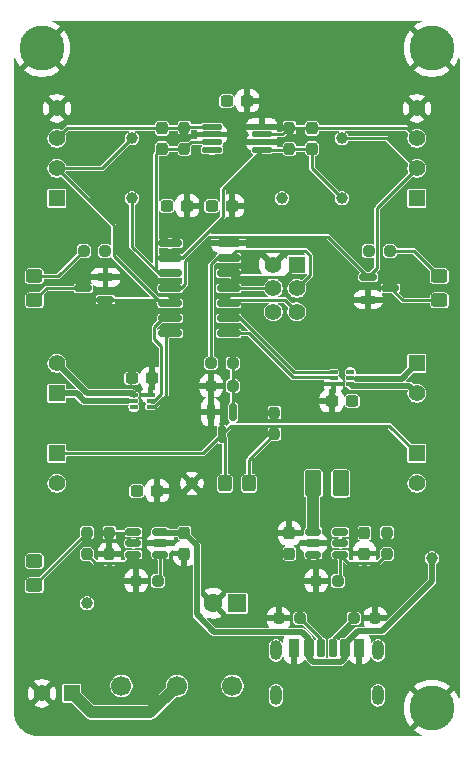
<source format=gtl>
G04 #@! TF.GenerationSoftware,KiCad,Pcbnew,9.0.0*
G04 #@! TF.CreationDate,2025-03-07T13:21:57-06:00*
G04 #@! TF.ProjectId,robo-roach-v1.0,726f626f-2d72-46f6-9163-682d76312e30,rev?*
G04 #@! TF.SameCoordinates,Original*
G04 #@! TF.FileFunction,Copper,L1,Top*
G04 #@! TF.FilePolarity,Positive*
%FSLAX46Y46*%
G04 Gerber Fmt 4.6, Leading zero omitted, Abs format (unit mm)*
G04 Created by KiCad (PCBNEW 9.0.0) date 2025-03-07 13:21:57*
%MOMM*%
%LPD*%
G01*
G04 APERTURE LIST*
G04 Aperture macros list*
%AMRoundRect*
0 Rectangle with rounded corners*
0 $1 Rounding radius*
0 $2 $3 $4 $5 $6 $7 $8 $9 X,Y pos of 4 corners*
0 Add a 4 corners polygon primitive as box body*
4,1,4,$2,$3,$4,$5,$6,$7,$8,$9,$2,$3,0*
0 Add four circle primitives for the rounded corners*
1,1,$1+$1,$2,$3*
1,1,$1+$1,$4,$5*
1,1,$1+$1,$6,$7*
1,1,$1+$1,$8,$9*
0 Add four rect primitives between the rounded corners*
20,1,$1+$1,$2,$3,$4,$5,0*
20,1,$1+$1,$4,$5,$6,$7,0*
20,1,$1+$1,$6,$7,$8,$9,0*
20,1,$1+$1,$8,$9,$2,$3,0*%
G04 Aperture macros list end*
G04 #@! TA.AperFunction,ComponentPad*
%ADD10C,3.800000*%
G04 #@! TD*
G04 #@! TA.AperFunction,HeatsinkPad*
%ADD11O,1.000000X1.700000*%
G04 #@! TD*
G04 #@! TA.AperFunction,SMDPad,CuDef*
%ADD12RoundRect,0.225000X-0.225000X-0.575000X0.225000X-0.575000X0.225000X0.575000X-0.225000X0.575000X0*%
G04 #@! TD*
G04 #@! TA.AperFunction,SMDPad,CuDef*
%ADD13RoundRect,0.200000X-0.200000X-0.600000X0.200000X-0.600000X0.200000X0.600000X-0.200000X0.600000X0*%
G04 #@! TD*
G04 #@! TA.AperFunction,SMDPad,CuDef*
%ADD14RoundRect,0.175000X-0.175000X-0.625000X0.175000X-0.625000X0.175000X0.625000X-0.175000X0.625000X0*%
G04 #@! TD*
G04 #@! TA.AperFunction,SMDPad,CuDef*
%ADD15RoundRect,0.087500X0.250000X0.087500X-0.250000X0.087500X-0.250000X-0.087500X0.250000X-0.087500X0*%
G04 #@! TD*
G04 #@! TA.AperFunction,SMDPad,CuDef*
%ADD16RoundRect,0.237500X-0.300000X-0.237500X0.300000X-0.237500X0.300000X0.237500X-0.300000X0.237500X0*%
G04 #@! TD*
G04 #@! TA.AperFunction,ComponentPad*
%ADD17R,1.600000X1.600000*%
G04 #@! TD*
G04 #@! TA.AperFunction,ComponentPad*
%ADD18C,1.600000*%
G04 #@! TD*
G04 #@! TA.AperFunction,ComponentPad*
%ADD19C,1.000000*%
G04 #@! TD*
G04 #@! TA.AperFunction,SMDPad,CuDef*
%ADD20RoundRect,0.150000X-0.825000X-0.150000X0.825000X-0.150000X0.825000X0.150000X-0.825000X0.150000X0*%
G04 #@! TD*
G04 #@! TA.AperFunction,ComponentPad*
%ADD21R,1.400000X1.400000*%
G04 #@! TD*
G04 #@! TA.AperFunction,ComponentPad*
%ADD22C,1.400000*%
G04 #@! TD*
G04 #@! TA.AperFunction,SMDPad,CuDef*
%ADD23RoundRect,0.237500X0.250000X0.237500X-0.250000X0.237500X-0.250000X-0.237500X0.250000X-0.237500X0*%
G04 #@! TD*
G04 #@! TA.AperFunction,SMDPad,CuDef*
%ADD24RoundRect,0.237500X-0.250000X-0.237500X0.250000X-0.237500X0.250000X0.237500X-0.250000X0.237500X0*%
G04 #@! TD*
G04 #@! TA.AperFunction,SMDPad,CuDef*
%ADD25RoundRect,0.237500X0.300000X0.237500X-0.300000X0.237500X-0.300000X-0.237500X0.300000X-0.237500X0*%
G04 #@! TD*
G04 #@! TA.AperFunction,SMDPad,CuDef*
%ADD26RoundRect,0.237500X0.237500X-0.250000X0.237500X0.250000X-0.237500X0.250000X-0.237500X-0.250000X0*%
G04 #@! TD*
G04 #@! TA.AperFunction,ComponentPad*
%ADD27C,1.700000*%
G04 #@! TD*
G04 #@! TA.AperFunction,SMDPad,CuDef*
%ADD28RoundRect,0.237500X-0.237500X0.300000X-0.237500X-0.300000X0.237500X-0.300000X0.237500X0.300000X0*%
G04 #@! TD*
G04 #@! TA.AperFunction,SMDPad,CuDef*
%ADD29RoundRect,0.237500X0.237500X-0.300000X0.237500X0.300000X-0.237500X0.300000X-0.237500X-0.300000X0*%
G04 #@! TD*
G04 #@! TA.AperFunction,SMDPad,CuDef*
%ADD30RoundRect,0.150000X-0.512500X-0.150000X0.512500X-0.150000X0.512500X0.150000X-0.512500X0.150000X0*%
G04 #@! TD*
G04 #@! TA.AperFunction,SMDPad,CuDef*
%ADD31RoundRect,0.125000X0.687500X0.125000X-0.687500X0.125000X-0.687500X-0.125000X0.687500X-0.125000X0*%
G04 #@! TD*
G04 #@! TA.AperFunction,SMDPad,CuDef*
%ADD32RoundRect,0.087500X-0.250000X-0.087500X0.250000X-0.087500X0.250000X0.087500X-0.250000X0.087500X0*%
G04 #@! TD*
G04 #@! TA.AperFunction,SMDPad,CuDef*
%ADD33RoundRect,0.237500X-0.237500X0.250000X-0.237500X-0.250000X0.237500X-0.250000X0.237500X0.250000X0*%
G04 #@! TD*
G04 #@! TA.AperFunction,SMDPad,CuDef*
%ADD34RoundRect,0.150000X0.587500X0.150000X-0.587500X0.150000X-0.587500X-0.150000X0.587500X-0.150000X0*%
G04 #@! TD*
G04 #@! TA.AperFunction,SMDPad,CuDef*
%ADD35RoundRect,0.150000X-0.587500X-0.150000X0.587500X-0.150000X0.587500X0.150000X-0.587500X0.150000X0*%
G04 #@! TD*
G04 #@! TA.AperFunction,SMDPad,CuDef*
%ADD36RoundRect,0.150000X-0.150000X0.587500X-0.150000X-0.587500X0.150000X-0.587500X0.150000X0.587500X0*%
G04 #@! TD*
G04 #@! TA.AperFunction,SMDPad,CuDef*
%ADD37RoundRect,0.250001X0.462499X0.849999X-0.462499X0.849999X-0.462499X-0.849999X0.462499X-0.849999X0*%
G04 #@! TD*
G04 #@! TA.AperFunction,SMDPad,CuDef*
%ADD38RoundRect,0.250000X0.450000X-0.325000X0.450000X0.325000X-0.450000X0.325000X-0.450000X-0.325000X0*%
G04 #@! TD*
G04 #@! TA.AperFunction,SMDPad,CuDef*
%ADD39RoundRect,0.250000X-0.325000X-0.450000X0.325000X-0.450000X0.325000X0.450000X-0.325000X0.450000X0*%
G04 #@! TD*
G04 #@! TA.AperFunction,ViaPad*
%ADD40C,0.400000*%
G04 #@! TD*
G04 #@! TA.AperFunction,Conductor*
%ADD41C,0.508000*%
G04 #@! TD*
G04 #@! TA.AperFunction,Conductor*
%ADD42C,0.254000*%
G04 #@! TD*
G04 #@! TA.AperFunction,Conductor*
%ADD43C,1.016000*%
G04 #@! TD*
G04 APERTURE END LIST*
D10*
X162560000Y-134620000D03*
X162560000Y-78740000D03*
X129540000Y-78740000D03*
D11*
X157990000Y-133515000D03*
X157990000Y-129715000D03*
X149350000Y-133515000D03*
X149350000Y-129715000D03*
D12*
X150920000Y-129535000D03*
D13*
X152150000Y-129535000D03*
D14*
X154170000Y-129535000D03*
D12*
X156420000Y-129535000D03*
D13*
X155190000Y-129535000D03*
D14*
X153170000Y-129535000D03*
D15*
X137310000Y-109085000D03*
X137310000Y-108585000D03*
X137310000Y-108085000D03*
X138735000Y-108085000D03*
X138735000Y-108585000D03*
X138735000Y-109085000D03*
D16*
X138885000Y-106680000D03*
X137160000Y-106680000D03*
D17*
X146050000Y-125730000D03*
D18*
X144050000Y-125730000D03*
D19*
X142240000Y-115570000D03*
X137160000Y-86360000D03*
X154940000Y-86360000D03*
X154940000Y-91440000D03*
X137160000Y-91440000D03*
X162560000Y-121920000D03*
X133350000Y-125730000D03*
X149860000Y-91440000D03*
D20*
X140400000Y-95250000D03*
X140400000Y-96520000D03*
X140400000Y-97790000D03*
X140400000Y-99060000D03*
X140400000Y-100330000D03*
X140400000Y-101600000D03*
X140400000Y-102870000D03*
X145350000Y-102870000D03*
X145350000Y-101600000D03*
X145350000Y-100330000D03*
X145350000Y-99060000D03*
X145350000Y-97790000D03*
X145350000Y-96520000D03*
X145350000Y-95250000D03*
D21*
X151130000Y-97060000D03*
D22*
X151130000Y-99060000D03*
X151130000Y-101060000D03*
X149130000Y-97060000D03*
X149130000Y-99060000D03*
X149130000Y-101060000D03*
D23*
X149582500Y-127000000D03*
X151407500Y-127000000D03*
X155932500Y-127000000D03*
X157757500Y-127000000D03*
D22*
X130810000Y-115570000D03*
D21*
X130810000Y-113030000D03*
D24*
X159027500Y-95885000D03*
X157202500Y-95885000D03*
D25*
X143917500Y-92075000D03*
X145642500Y-92075000D03*
X140107500Y-92075000D03*
X141832500Y-92075000D03*
D26*
X135255000Y-119737500D03*
X135255000Y-121562500D03*
D27*
X145670000Y-132715000D03*
X140970000Y-132715000D03*
X136270000Y-132715000D03*
D16*
X145187500Y-83185000D03*
X146912500Y-83185000D03*
X137567500Y-116205000D03*
X139292500Y-116205000D03*
D28*
X156845000Y-119787500D03*
X156845000Y-121512500D03*
D29*
X150495000Y-121512500D03*
X150495000Y-119787500D03*
D28*
X141605000Y-119787500D03*
X141605000Y-121512500D03*
D30*
X152532500Y-119700000D03*
X152532500Y-120650000D03*
X152532500Y-121600000D03*
X154807500Y-121600000D03*
X154807500Y-120650000D03*
X154807500Y-119700000D03*
X137292500Y-119700000D03*
X137292500Y-120650000D03*
X137292500Y-121600000D03*
X139567500Y-121600000D03*
X139567500Y-120650000D03*
X139567500Y-119700000D03*
D31*
X148162500Y-87335000D03*
X148162500Y-86685000D03*
X148162500Y-86035000D03*
X148162500Y-85385000D03*
X143937500Y-85385000D03*
X143937500Y-86035000D03*
X143937500Y-86685000D03*
X143937500Y-87335000D03*
D32*
X154227500Y-106680000D03*
X154227500Y-106180000D03*
X154227500Y-107180000D03*
X155652500Y-107180000D03*
X155652500Y-106680000D03*
X155652500Y-106180000D03*
D23*
X134897500Y-95885000D03*
X133072500Y-95885000D03*
D26*
X133350000Y-121562500D03*
X133350000Y-119737500D03*
D23*
X154582500Y-123825000D03*
X152757500Y-123825000D03*
D33*
X158750000Y-119737500D03*
X158750000Y-121562500D03*
D23*
X139342500Y-123825000D03*
X137517500Y-123825000D03*
D33*
X149225000Y-109577500D03*
X149225000Y-111402500D03*
X141605000Y-85447500D03*
X141605000Y-87272500D03*
D23*
X145692500Y-107315000D03*
X143867500Y-107315000D03*
D24*
X143867500Y-105410000D03*
X145692500Y-105410000D03*
D33*
X150495000Y-85447500D03*
X150495000Y-87272500D03*
D34*
X134922500Y-100010000D03*
X134922500Y-98110000D03*
X133047500Y-99060000D03*
D35*
X157177500Y-98110000D03*
X157177500Y-100010000D03*
X159052500Y-99060000D03*
D36*
X145730000Y-109552500D03*
X143830000Y-109552500D03*
X144780000Y-111427500D03*
D37*
X154832500Y-115570000D03*
X152507500Y-115570000D03*
D21*
X161290000Y-113030000D03*
D22*
X161290000Y-115570000D03*
D21*
X130810000Y-107950000D03*
D22*
X130810000Y-105410000D03*
D21*
X161290000Y-105410000D03*
D22*
X161290000Y-107950000D03*
D21*
X130810000Y-91440000D03*
D22*
X130810000Y-88900000D03*
X130810000Y-86360000D03*
X130810000Y-83820000D03*
D21*
X161290000Y-91440000D03*
D22*
X161290000Y-88900000D03*
X161290000Y-86360000D03*
X161290000Y-83820000D03*
D38*
X128905000Y-100085000D03*
X128905000Y-98035000D03*
X163195000Y-100085000D03*
X163195000Y-98035000D03*
X128905000Y-124215000D03*
X128905000Y-122165000D03*
D39*
X145025000Y-115570000D03*
X147075000Y-115570000D03*
D28*
X139700000Y-85497500D03*
X139700000Y-87222500D03*
X152400000Y-85497500D03*
X152400000Y-87222500D03*
D21*
X132080000Y-133350000D03*
D22*
X129540000Y-133350000D03*
D25*
X155802500Y-108585000D03*
X154077500Y-108585000D03*
D40*
X137160000Y-106680000D03*
X137310000Y-109085000D03*
X138735000Y-108085000D03*
X138885000Y-106680000D03*
X137567500Y-116205000D03*
X128905000Y-122165000D03*
X137292500Y-120650000D03*
X150495000Y-121512500D03*
X152532500Y-121600000D03*
X154807500Y-119700000D03*
X154832500Y-115570000D03*
X155802500Y-108585000D03*
X154077500Y-108585000D03*
X155652500Y-106180000D03*
X154227500Y-107180000D03*
X154807500Y-120650000D03*
X158750000Y-119737500D03*
X156845000Y-119787500D03*
X149225000Y-109577500D03*
X148162500Y-86685000D03*
X143937500Y-87335000D03*
X148162500Y-85385000D03*
X143937500Y-86035000D03*
X145187500Y-83185000D03*
X157202500Y-95885000D03*
X134897500Y-95885000D03*
X143917500Y-92075000D03*
X140107500Y-92075000D03*
X140400000Y-95250000D03*
X146912500Y-83185000D03*
X145642500Y-92075000D03*
X141832500Y-92075000D03*
X139292500Y-116205000D03*
X139567500Y-120650000D03*
X135255000Y-121562500D03*
X141605000Y-121512500D03*
X137517500Y-123825000D03*
X150920000Y-129535000D03*
X156420000Y-129535000D03*
X157757500Y-127000000D03*
X149582500Y-127000000D03*
X152757500Y-123825000D03*
X152532500Y-120650000D03*
X150495000Y-119787500D03*
X156845000Y-121512500D03*
X143830000Y-109552500D03*
X143867500Y-107315000D03*
X134922500Y-98110000D03*
X145350000Y-95250000D03*
X157177500Y-100010000D03*
D41*
X133612602Y-108569346D02*
X136828633Y-108569346D01*
X133108090Y-108569346D02*
X133612602Y-108569346D01*
X132488744Y-107950000D02*
X132751346Y-108212602D01*
X132751346Y-108212602D02*
X133108090Y-108569346D01*
X130810000Y-107950000D02*
X132488744Y-107950000D01*
X137215346Y-107960346D02*
X137310000Y-108055000D01*
X133360346Y-107960346D02*
X137215346Y-107960346D01*
X130810000Y-105410000D02*
X133360346Y-107960346D01*
X160655000Y-107315000D02*
X155757500Y-107315000D01*
X161290000Y-107950000D02*
X160655000Y-107315000D01*
X162560000Y-123850000D02*
X162560000Y-121920000D01*
X158350000Y-128060000D02*
X162560000Y-123850000D01*
X156268522Y-128060000D02*
X158350000Y-128060000D01*
X155190000Y-129138522D02*
X156268522Y-128060000D01*
X155190000Y-129535000D02*
X155190000Y-129138522D01*
X152150000Y-128735000D02*
X152150000Y-129535000D01*
X151575000Y-128160000D02*
X152150000Y-128735000D01*
X142650000Y-120832500D02*
X142650000Y-126660000D01*
X142650000Y-126660000D02*
X144150000Y-128160000D01*
X144150000Y-128160000D02*
X151575000Y-128160000D01*
X141605000Y-119787500D02*
X142650000Y-120832500D01*
X155190000Y-130335000D02*
X155190000Y-129535000D01*
X154835000Y-130690000D02*
X155190000Y-130335000D01*
X152150000Y-130335000D02*
X152505000Y-130690000D01*
X152150000Y-129535000D02*
X152150000Y-130335000D01*
X152505000Y-130690000D02*
X154835000Y-130690000D01*
D42*
X154170000Y-128762500D02*
X154170000Y-129535000D01*
X155932500Y-127000000D02*
X154170000Y-128762500D01*
X153170000Y-128762500D02*
X153170000Y-129535000D01*
X151407500Y-127000000D02*
X153170000Y-128762500D01*
X139025000Y-109085000D02*
X138735000Y-109085000D01*
X139092000Y-109018000D02*
X139025000Y-109085000D01*
X139121462Y-109018000D02*
X139092000Y-109018000D01*
X139797546Y-108341916D02*
X139329416Y-108810046D01*
X140005500Y-108104500D02*
X140005500Y-108133962D01*
X140005500Y-108133962D02*
X139797546Y-108341916D01*
X140050000Y-108060000D02*
X140005500Y-108104500D01*
X139329416Y-108810046D02*
X139121462Y-109018000D01*
X140050000Y-103220000D02*
X140050000Y-108060000D01*
X140400000Y-102870000D02*
X140050000Y-103220000D01*
X139650500Y-107986916D02*
X138974416Y-108663000D01*
X139650500Y-103960500D02*
X139650500Y-107986916D01*
X138974416Y-108663000D02*
X138735000Y-108663000D01*
X139050000Y-103360000D02*
X139650500Y-103960500D01*
X139050000Y-102360000D02*
X139050000Y-103360000D01*
X139810000Y-101600000D02*
X139050000Y-102360000D01*
X140400000Y-101600000D02*
X139810000Y-101600000D01*
D41*
X139655000Y-119787500D02*
X139567500Y-119700000D01*
X141605000Y-119787500D02*
X139655000Y-119787500D01*
D42*
X150130000Y-98060000D02*
X145620000Y-98060000D01*
X151130000Y-97060000D02*
X150130000Y-98060000D01*
X145620000Y-98060000D02*
X145350000Y-97790000D01*
X145620000Y-100060000D02*
X145350000Y-100330000D01*
X150130000Y-100060000D02*
X145620000Y-100060000D01*
X151130000Y-101060000D02*
X150130000Y-100060000D01*
X152250000Y-97940000D02*
X151130000Y-99060000D01*
X152250000Y-96260000D02*
X152250000Y-97940000D01*
X145350000Y-96520000D02*
X146010000Y-95860000D01*
X146010000Y-95860000D02*
X151850000Y-95860000D01*
X151850000Y-95860000D02*
X152250000Y-96260000D01*
X153739500Y-94672000D02*
X157177500Y-98110000D01*
X143725045Y-94672000D02*
X153739500Y-94672000D01*
X141729999Y-96667046D02*
X143725045Y-94672000D01*
X141650000Y-96747045D02*
X141729999Y-96667046D01*
X141650000Y-98706272D02*
X141650000Y-96747045D01*
X140400000Y-99060000D02*
X141296272Y-99060000D01*
X141296272Y-99060000D02*
X141650000Y-98706272D01*
X145593728Y-100330000D02*
X145350000Y-100330000D01*
X145350000Y-99060000D02*
X149130000Y-99060000D01*
X145692500Y-109515000D02*
X145730000Y-109552500D01*
X145692500Y-107315000D02*
X145692500Y-109515000D01*
X145692500Y-105410000D02*
X145692500Y-107315000D01*
X144375001Y-96520000D02*
X145350000Y-96520000D01*
X143867500Y-97027501D02*
X144375001Y-96520000D01*
X143867500Y-105410000D02*
X143867500Y-97027501D01*
X157918000Y-97369500D02*
X157918000Y-92272000D01*
X157177500Y-98110000D02*
X157918000Y-97369500D01*
X157918000Y-92272000D02*
X161290000Y-88900000D01*
X160077500Y-100085000D02*
X159052500Y-99060000D01*
X163195000Y-100085000D02*
X160077500Y-100085000D01*
X161045000Y-95885000D02*
X163195000Y-98035000D01*
X159027500Y-95885000D02*
X161045000Y-95885000D01*
X160427500Y-85497500D02*
X161290000Y-86360000D01*
X152400000Y-85497500D02*
X160427500Y-85497500D01*
X148162500Y-86035000D02*
X149907500Y-86035000D01*
X149907500Y-86035000D02*
X150495000Y-85447500D01*
X152350000Y-85447500D02*
X152400000Y-85497500D01*
X150495000Y-85447500D02*
X152350000Y-85447500D01*
X158750000Y-86360000D02*
X161290000Y-88900000D01*
X154940000Y-86360000D02*
X158750000Y-86360000D01*
X137160000Y-91440000D02*
X137160000Y-95524999D01*
X137160000Y-95524999D02*
X139425001Y-97790000D01*
X139425001Y-97790000D02*
X140400000Y-97790000D01*
X152400000Y-88900000D02*
X154940000Y-91440000D01*
X152400000Y-87222500D02*
X152400000Y-88900000D01*
X150495000Y-87272500D02*
X152350000Y-87272500D01*
X152350000Y-87272500D02*
X152400000Y-87222500D01*
X150432500Y-87335000D02*
X150495000Y-87272500D01*
X148162500Y-87335000D02*
X150432500Y-87335000D01*
X144877000Y-93017999D02*
X141374999Y-96520000D01*
X144877000Y-90620500D02*
X144877000Y-93017999D01*
X148162500Y-87335000D02*
X144877000Y-90620500D01*
X141374999Y-96520000D02*
X140400000Y-96520000D01*
X139197000Y-97561999D02*
X139425001Y-97790000D01*
X139197000Y-87725500D02*
X139197000Y-97561999D01*
X139700000Y-87222500D02*
X139197000Y-87725500D01*
X139750000Y-87272500D02*
X139700000Y-87222500D01*
X141605000Y-87272500D02*
X139750000Y-87272500D01*
X142192500Y-86685000D02*
X143937500Y-86685000D01*
X141605000Y-87272500D02*
X142192500Y-86685000D01*
X143937500Y-85385000D02*
X141667500Y-85385000D01*
X141667500Y-85385000D02*
X141605000Y-85447500D01*
X139700000Y-85497500D02*
X141555000Y-85497500D01*
X141555000Y-85497500D02*
X141605000Y-85447500D01*
X131672500Y-85497500D02*
X139700000Y-85497500D01*
X130810000Y-86360000D02*
X131672500Y-85497500D01*
X134620000Y-88900000D02*
X137160000Y-86360000D01*
X130810000Y-88900000D02*
X134620000Y-88900000D01*
X135613000Y-93703000D02*
X130810000Y-88900000D01*
X135613000Y-96321898D02*
X135613000Y-93703000D01*
X139621102Y-100330000D02*
X135613000Y-96321898D01*
X140400000Y-100330000D02*
X139621102Y-100330000D01*
X130922500Y-98035000D02*
X133072500Y-95885000D01*
X128905000Y-98035000D02*
X130922500Y-98035000D01*
X129930000Y-99060000D02*
X128905000Y-100085000D01*
X133047500Y-99060000D02*
X129930000Y-99060000D01*
X140080000Y-100010000D02*
X140400000Y-100330000D01*
X134922500Y-100010000D02*
X140080000Y-100010000D01*
X150792000Y-106602000D02*
X154227500Y-106602000D01*
X147060000Y-102870000D02*
X150792000Y-106602000D01*
X145350000Y-102870000D02*
X147060000Y-102870000D01*
X158947000Y-110687000D02*
X161290000Y-113030000D01*
X145520500Y-110687000D02*
X158947000Y-110687000D01*
X144780000Y-111427500D02*
X145520500Y-110687000D01*
X147075000Y-113552500D02*
X149225000Y-111402500D01*
X147075000Y-115570000D02*
X147075000Y-113552500D01*
X145025000Y-115570000D02*
X145025000Y-111672500D01*
X145025000Y-111672500D02*
X144780000Y-111427500D01*
X143177500Y-113030000D02*
X144780000Y-111427500D01*
X130810000Y-113030000D02*
X143177500Y-113030000D01*
D43*
X138725000Y-134960000D02*
X140970000Y-132715000D01*
X133690000Y-134960000D02*
X138725000Y-134960000D01*
X132080000Y-133350000D02*
X133690000Y-134960000D01*
X152507500Y-119387500D02*
X152510000Y-119390000D01*
X152507500Y-115570000D02*
X152507500Y-119387500D01*
D42*
X155485500Y-122278000D02*
X154807500Y-121600000D01*
X158034500Y-122278000D02*
X155485500Y-122278000D01*
X158750000Y-121562500D02*
X158034500Y-122278000D01*
X154807500Y-123600000D02*
X154582500Y-123825000D01*
X154807500Y-121600000D02*
X154807500Y-123600000D01*
X133350000Y-119770000D02*
X128905000Y-124215000D01*
X133350000Y-119737500D02*
X133350000Y-119770000D01*
X135255000Y-119737500D02*
X137255000Y-119737500D01*
X137255000Y-119737500D02*
X137292500Y-119700000D01*
X134065500Y-122278000D02*
X133350000Y-121562500D01*
X136614500Y-122278000D02*
X134065500Y-122278000D01*
X137292500Y-121600000D02*
X136614500Y-122278000D01*
X139567500Y-123600000D02*
X139342500Y-123825000D01*
X139567500Y-121600000D02*
X139567500Y-123600000D01*
X137387500Y-106680000D02*
X137450000Y-106742500D01*
X137387500Y-106680000D02*
X137030000Y-107037500D01*
X137270000Y-106797500D02*
X137387500Y-106680000D01*
X146324999Y-101600000D02*
X150904999Y-106180000D01*
X145350000Y-101600000D02*
X146324999Y-101600000D01*
X150904999Y-106180000D02*
X154227500Y-106180000D01*
D41*
X160004346Y-106695654D02*
X156133867Y-106695654D01*
X161290000Y-105410000D02*
X160004346Y-106695654D01*
G04 #@! TA.AperFunction,Conductor*
G36*
X161725578Y-76414852D02*
G01*
X161739930Y-76449500D01*
X161725578Y-76484148D01*
X161707114Y-76495750D01*
X161640107Y-76519196D01*
X161640101Y-76519199D01*
X161397257Y-76636147D01*
X161397247Y-76636152D01*
X161169001Y-76779567D01*
X161048899Y-76875345D01*
X161977263Y-77803709D01*
X161843398Y-77900967D01*
X161720967Y-78023398D01*
X161623709Y-78157263D01*
X160695345Y-77228899D01*
X160599567Y-77349001D01*
X160456152Y-77577247D01*
X160456147Y-77577257D01*
X160339199Y-77820101D01*
X160339196Y-77820107D01*
X160250163Y-78074550D01*
X160190180Y-78337356D01*
X160190180Y-78337360D01*
X160160000Y-78605218D01*
X160160000Y-78874781D01*
X160190180Y-79142639D01*
X160190180Y-79142643D01*
X160250163Y-79405449D01*
X160339196Y-79659892D01*
X160339199Y-79659898D01*
X160456147Y-79902742D01*
X160456152Y-79902752D01*
X160599567Y-80130998D01*
X160695345Y-80251099D01*
X161623708Y-79322736D01*
X161720967Y-79456602D01*
X161843398Y-79579033D01*
X161977262Y-79676290D01*
X161048899Y-80604653D01*
X161169001Y-80700432D01*
X161397247Y-80843847D01*
X161397257Y-80843852D01*
X161640101Y-80960800D01*
X161640107Y-80960803D01*
X161894550Y-81049836D01*
X161894549Y-81049836D01*
X162157358Y-81109819D01*
X162425218Y-81140000D01*
X162694782Y-81140000D01*
X162962639Y-81109819D01*
X162962643Y-81109819D01*
X163225449Y-81049836D01*
X163479892Y-80960803D01*
X163479898Y-80960800D01*
X163722742Y-80843852D01*
X163722752Y-80843847D01*
X163951000Y-80700430D01*
X163951007Y-80700426D01*
X164071098Y-80604654D01*
X164071099Y-80604653D01*
X163142736Y-79676290D01*
X163276602Y-79579033D01*
X163399033Y-79456602D01*
X163496290Y-79322736D01*
X164424653Y-80251099D01*
X164424654Y-80251098D01*
X164520426Y-80131007D01*
X164520430Y-80131000D01*
X164663847Y-79902752D01*
X164663852Y-79902742D01*
X164780800Y-79659898D01*
X164780803Y-79659892D01*
X164804250Y-79592885D01*
X164829240Y-79564922D01*
X164866684Y-79562819D01*
X164894647Y-79587809D01*
X164899500Y-79609069D01*
X164899500Y-133750930D01*
X164885148Y-133785578D01*
X164850500Y-133799930D01*
X164815852Y-133785578D01*
X164804250Y-133767114D01*
X164780803Y-133700107D01*
X164780800Y-133700101D01*
X164663852Y-133457257D01*
X164663847Y-133457247D01*
X164520432Y-133229001D01*
X164424653Y-133108899D01*
X163496290Y-134037262D01*
X163399033Y-133903398D01*
X163276602Y-133780967D01*
X163142735Y-133683708D01*
X164071099Y-132755345D01*
X163950998Y-132659567D01*
X163722752Y-132516152D01*
X163722742Y-132516147D01*
X163479898Y-132399199D01*
X163479892Y-132399196D01*
X163225449Y-132310163D01*
X163225450Y-132310163D01*
X162962641Y-132250180D01*
X162694782Y-132220000D01*
X162425218Y-132220000D01*
X162157360Y-132250180D01*
X162157356Y-132250180D01*
X161894550Y-132310163D01*
X161640107Y-132399196D01*
X161640101Y-132399199D01*
X161397257Y-132516147D01*
X161397247Y-132516152D01*
X161169001Y-132659567D01*
X161048899Y-132755345D01*
X161977263Y-133683709D01*
X161843398Y-133780967D01*
X161720967Y-133903398D01*
X161623709Y-134037263D01*
X160695345Y-133108899D01*
X160599567Y-133229001D01*
X160456152Y-133457247D01*
X160456147Y-133457257D01*
X160339199Y-133700101D01*
X160339196Y-133700107D01*
X160250163Y-133954550D01*
X160190180Y-134217356D01*
X160190180Y-134217360D01*
X160160000Y-134485218D01*
X160160000Y-134754781D01*
X160190180Y-135022639D01*
X160190180Y-135022643D01*
X160250163Y-135285449D01*
X160339196Y-135539892D01*
X160339199Y-135539898D01*
X160456147Y-135782742D01*
X160456152Y-135782752D01*
X160599567Y-136010998D01*
X160695345Y-136131099D01*
X161623708Y-135202736D01*
X161720967Y-135336602D01*
X161843398Y-135459033D01*
X161977262Y-135556290D01*
X161048899Y-136484653D01*
X161169001Y-136580432D01*
X161397247Y-136723847D01*
X161397257Y-136723852D01*
X161640101Y-136840800D01*
X161640107Y-136840803D01*
X161707114Y-136864250D01*
X161735078Y-136889240D01*
X161737180Y-136926684D01*
X161712190Y-136954648D01*
X161690930Y-136959500D01*
X129201603Y-136959500D01*
X129198398Y-136959395D01*
X128942213Y-136942603D01*
X128935864Y-136941767D01*
X128685636Y-136891994D01*
X128679457Y-136890339D01*
X128437862Y-136808328D01*
X128431941Y-136805875D01*
X128203129Y-136693038D01*
X128197582Y-136689835D01*
X128033849Y-136580432D01*
X127985451Y-136548093D01*
X127980366Y-136544191D01*
X127788554Y-136375977D01*
X127784022Y-136371445D01*
X127615808Y-136179633D01*
X127611906Y-136174548D01*
X127582874Y-136131099D01*
X127470161Y-135962413D01*
X127466966Y-135956878D01*
X127354122Y-135728054D01*
X127351671Y-135722137D01*
X127299518Y-135568499D01*
X127269657Y-135480534D01*
X127268007Y-135474373D01*
X127218229Y-135224122D01*
X127217396Y-135217786D01*
X127200605Y-134961601D01*
X127200500Y-134958396D01*
X127200500Y-134357883D01*
X128885669Y-134357883D01*
X128911063Y-134376331D01*
X129079361Y-134462084D01*
X129258998Y-134520451D01*
X129259001Y-134520452D01*
X129445559Y-134550000D01*
X129634441Y-134550000D01*
X129820998Y-134520452D01*
X129821001Y-134520451D01*
X130000638Y-134462084D01*
X130168933Y-134376333D01*
X130194328Y-134357882D01*
X129540000Y-133703554D01*
X128885669Y-134357883D01*
X127200500Y-134357883D01*
X127200500Y-133255558D01*
X128340000Y-133255558D01*
X128340000Y-133444441D01*
X128369547Y-133630998D01*
X128369548Y-133631001D01*
X128427915Y-133810638D01*
X128513669Y-133978939D01*
X128513671Y-133978943D01*
X128532115Y-134004328D01*
X128532116Y-134004328D01*
X129186446Y-133350000D01*
X129186446Y-133349999D01*
X129140369Y-133303922D01*
X129190000Y-133303922D01*
X129190000Y-133396078D01*
X129213852Y-133485095D01*
X129259930Y-133564905D01*
X129325095Y-133630070D01*
X129404905Y-133676148D01*
X129493922Y-133700000D01*
X129586078Y-133700000D01*
X129675095Y-133676148D01*
X129754905Y-133630070D01*
X129820070Y-133564905D01*
X129866148Y-133485095D01*
X129890000Y-133396078D01*
X129890000Y-133349999D01*
X129893554Y-133349999D01*
X129893554Y-133350000D01*
X130547882Y-134004328D01*
X130566333Y-133978933D01*
X130652084Y-133810638D01*
X130710451Y-133631001D01*
X130710452Y-133630998D01*
X130740000Y-133444441D01*
X130740000Y-133255558D01*
X130710452Y-133069001D01*
X130710451Y-133068998D01*
X130652084Y-132889361D01*
X130566331Y-132721063D01*
X130547883Y-132695669D01*
X129893554Y-133349999D01*
X129890000Y-133349999D01*
X129890000Y-133303922D01*
X129866148Y-133214905D01*
X129820070Y-133135095D01*
X129754905Y-133069930D01*
X129675095Y-133023852D01*
X129586078Y-133000000D01*
X129493922Y-133000000D01*
X129404905Y-133023852D01*
X129325095Y-133069930D01*
X129259930Y-133135095D01*
X129213852Y-133214905D01*
X129190000Y-133303922D01*
X129140369Y-133303922D01*
X128532117Y-132695670D01*
X128513666Y-132721066D01*
X128427915Y-132889361D01*
X128369548Y-133068998D01*
X128369547Y-133069001D01*
X128340000Y-133255558D01*
X127200500Y-133255558D01*
X127200500Y-132342117D01*
X128885670Y-132342117D01*
X129539999Y-132996445D01*
X129896350Y-132640095D01*
X131279500Y-132640095D01*
X131279500Y-134059894D01*
X131279501Y-134059898D01*
X131285331Y-134089213D01*
X131285331Y-134089214D01*
X131285332Y-134089215D01*
X131285332Y-134089216D01*
X131307542Y-134122456D01*
X131307543Y-134122457D01*
X131340787Y-134144669D01*
X131370101Y-134150500D01*
X131999654Y-134150499D01*
X132034302Y-134164851D01*
X133316373Y-135446922D01*
X133337350Y-135459033D01*
X133455125Y-135527031D01*
X133455127Y-135527031D01*
X133455128Y-135527032D01*
X133503145Y-135539898D01*
X133609885Y-135568499D01*
X133609886Y-135568500D01*
X133609889Y-135568500D01*
X138805113Y-135568500D01*
X138856697Y-135554677D01*
X138882491Y-135547766D01*
X138959873Y-135527032D01*
X139098627Y-135446922D01*
X140865697Y-133679852D01*
X140900345Y-133665500D01*
X141063613Y-133665500D01*
X141063616Y-133665500D01*
X141247251Y-133628973D01*
X141420231Y-133557322D01*
X141575908Y-133453302D01*
X141708302Y-133320908D01*
X141812322Y-133165231D01*
X141883973Y-132992251D01*
X141920500Y-132808616D01*
X141920500Y-132621384D01*
X144719500Y-132621384D01*
X144719500Y-132808616D01*
X144721626Y-132819303D01*
X144756026Y-132992248D01*
X144756029Y-132992258D01*
X144827675Y-133165225D01*
X144827676Y-133165227D01*
X144827678Y-133165231D01*
X144870288Y-133229001D01*
X144911012Y-133289950D01*
X144931698Y-133320908D01*
X145064092Y-133453302D01*
X145219769Y-133557322D01*
X145219774Y-133557324D01*
X145392741Y-133628970D01*
X145392743Y-133628970D01*
X145392749Y-133628973D01*
X145576384Y-133665500D01*
X145576387Y-133665500D01*
X145763613Y-133665500D01*
X145763616Y-133665500D01*
X145947251Y-133628973D01*
X146120231Y-133557322D01*
X146275908Y-133453302D01*
X146408302Y-133320908D01*
X146512322Y-133165231D01*
X146545166Y-133085939D01*
X148749500Y-133085939D01*
X148749500Y-133944060D01*
X148790422Y-134096782D01*
X148790423Y-134096786D01*
X148869475Y-134233709D01*
X148869478Y-134233713D01*
X148869480Y-134233716D01*
X148981284Y-134345520D01*
X148981287Y-134345521D01*
X148981290Y-134345524D01*
X149118213Y-134424576D01*
X149118215Y-134424576D01*
X149118216Y-134424577D01*
X149162766Y-134436514D01*
X149270939Y-134465499D01*
X149270940Y-134465500D01*
X149270943Y-134465500D01*
X149429060Y-134465500D01*
X149429060Y-134465499D01*
X149581784Y-134424577D01*
X149718716Y-134345520D01*
X149830520Y-134233716D01*
X149894755Y-134122457D01*
X149909576Y-134096786D01*
X149909576Y-134096785D01*
X149909577Y-134096784D01*
X149950499Y-133944060D01*
X149950500Y-133944060D01*
X149950500Y-133085940D01*
X149950499Y-133085939D01*
X157389500Y-133085939D01*
X157389500Y-133944060D01*
X157430422Y-134096782D01*
X157430423Y-134096786D01*
X157509475Y-134233709D01*
X157509478Y-134233713D01*
X157509480Y-134233716D01*
X157621284Y-134345520D01*
X157621287Y-134345521D01*
X157621290Y-134345524D01*
X157758213Y-134424576D01*
X157758215Y-134424576D01*
X157758216Y-134424577D01*
X157802766Y-134436514D01*
X157910939Y-134465499D01*
X157910940Y-134465500D01*
X157910943Y-134465500D01*
X158069060Y-134465500D01*
X158069060Y-134465499D01*
X158103406Y-134456295D01*
X158177236Y-134436514D01*
X158196851Y-134431257D01*
X158221784Y-134424577D01*
X158358716Y-134345520D01*
X158470520Y-134233716D01*
X158534755Y-134122457D01*
X158549576Y-134096786D01*
X158549576Y-134096785D01*
X158549577Y-134096784D01*
X158590499Y-133944060D01*
X158590500Y-133944060D01*
X158590500Y-133085940D01*
X158590499Y-133085939D01*
X158565395Y-132992251D01*
X158549577Y-132933216D01*
X158549576Y-132933215D01*
X158549576Y-132933213D01*
X158472083Y-132798990D01*
X158470524Y-132796290D01*
X158470521Y-132796287D01*
X158470520Y-132796284D01*
X158358716Y-132684480D01*
X158358713Y-132684478D01*
X158358709Y-132684475D01*
X158221786Y-132605423D01*
X158221782Y-132605422D01*
X158069060Y-132564500D01*
X158069057Y-132564500D01*
X157910943Y-132564500D01*
X157910940Y-132564500D01*
X157758217Y-132605422D01*
X157758213Y-132605423D01*
X157621290Y-132684475D01*
X157621281Y-132684482D01*
X157509482Y-132796281D01*
X157509475Y-132796290D01*
X157430423Y-132933213D01*
X157430422Y-132933217D01*
X157389500Y-133085939D01*
X149950499Y-133085939D01*
X149925395Y-132992251D01*
X149909577Y-132933216D01*
X149909576Y-132933215D01*
X149909576Y-132933213D01*
X149830524Y-132796290D01*
X149830521Y-132796287D01*
X149830520Y-132796284D01*
X149718716Y-132684480D01*
X149718713Y-132684478D01*
X149718709Y-132684475D01*
X149581786Y-132605423D01*
X149581782Y-132605422D01*
X149429060Y-132564500D01*
X149429057Y-132564500D01*
X149270943Y-132564500D01*
X149270940Y-132564500D01*
X149118217Y-132605422D01*
X149118213Y-132605423D01*
X148981290Y-132684475D01*
X148981281Y-132684482D01*
X148869482Y-132796281D01*
X148869475Y-132796290D01*
X148790423Y-132933213D01*
X148790422Y-132933217D01*
X148749500Y-133085939D01*
X146545166Y-133085939D01*
X146583973Y-132992251D01*
X146620500Y-132808616D01*
X146620500Y-132621384D01*
X146583973Y-132437749D01*
X146512322Y-132264769D01*
X146408302Y-132109092D01*
X146275908Y-131976698D01*
X146120231Y-131872678D01*
X146120227Y-131872676D01*
X146120225Y-131872675D01*
X145947258Y-131801029D01*
X145947248Y-131801026D01*
X145873194Y-131786296D01*
X145763616Y-131764500D01*
X145576384Y-131764500D01*
X145484986Y-131782680D01*
X145392751Y-131801026D01*
X145392741Y-131801029D01*
X145219774Y-131872675D01*
X145219770Y-131872677D01*
X145219769Y-131872678D01*
X145180195Y-131899120D01*
X145064092Y-131976697D01*
X144931697Y-132109092D01*
X144827675Y-132264774D01*
X144756029Y-132437741D01*
X144756026Y-132437751D01*
X144740433Y-132516147D01*
X144719500Y-132621384D01*
X141920500Y-132621384D01*
X141883973Y-132437749D01*
X141812322Y-132264769D01*
X141708302Y-132109092D01*
X141575908Y-131976698D01*
X141420231Y-131872678D01*
X141420227Y-131872676D01*
X141420225Y-131872675D01*
X141247258Y-131801029D01*
X141247248Y-131801026D01*
X141173194Y-131786296D01*
X141063616Y-131764500D01*
X140876384Y-131764500D01*
X140784986Y-131782680D01*
X140692751Y-131801026D01*
X140692741Y-131801029D01*
X140519774Y-131872675D01*
X140519770Y-131872677D01*
X140519769Y-131872678D01*
X140480195Y-131899120D01*
X140364092Y-131976697D01*
X140231697Y-132109092D01*
X140127675Y-132264774D01*
X140056029Y-132437741D01*
X140056026Y-132437751D01*
X140040433Y-132516147D01*
X140019500Y-132621384D01*
X140019500Y-132621387D01*
X140019500Y-132784655D01*
X140005148Y-132819303D01*
X138487303Y-134337148D01*
X138452655Y-134351500D01*
X133962345Y-134351500D01*
X133927697Y-134337148D01*
X132894851Y-133304302D01*
X132880499Y-133269654D01*
X132880499Y-132640105D01*
X132880499Y-132640102D01*
X132876776Y-132621384D01*
X135319500Y-132621384D01*
X135319500Y-132808616D01*
X135321626Y-132819303D01*
X135356026Y-132992248D01*
X135356029Y-132992258D01*
X135427675Y-133165225D01*
X135427676Y-133165227D01*
X135427678Y-133165231D01*
X135470288Y-133229001D01*
X135511012Y-133289950D01*
X135531698Y-133320908D01*
X135664092Y-133453302D01*
X135819769Y-133557322D01*
X135819774Y-133557324D01*
X135992741Y-133628970D01*
X135992743Y-133628970D01*
X135992749Y-133628973D01*
X136176384Y-133665500D01*
X136176387Y-133665500D01*
X136363613Y-133665500D01*
X136363616Y-133665500D01*
X136547251Y-133628973D01*
X136720231Y-133557322D01*
X136875908Y-133453302D01*
X137008302Y-133320908D01*
X137112322Y-133165231D01*
X137183973Y-132992251D01*
X137220500Y-132808616D01*
X137220500Y-132621384D01*
X137183973Y-132437749D01*
X137112322Y-132264769D01*
X137008302Y-132109092D01*
X136875908Y-131976698D01*
X136720231Y-131872678D01*
X136720227Y-131872676D01*
X136720225Y-131872675D01*
X136547258Y-131801029D01*
X136547248Y-131801026D01*
X136473194Y-131786296D01*
X136363616Y-131764500D01*
X136176384Y-131764500D01*
X136084986Y-131782680D01*
X135992751Y-131801026D01*
X135992741Y-131801029D01*
X135819774Y-131872675D01*
X135819770Y-131872677D01*
X135819769Y-131872678D01*
X135780195Y-131899120D01*
X135664092Y-131976697D01*
X135531697Y-132109092D01*
X135427675Y-132264774D01*
X135356029Y-132437741D01*
X135356026Y-132437751D01*
X135340433Y-132516147D01*
X135319500Y-132621384D01*
X132876776Y-132621384D01*
X132874669Y-132610787D01*
X132874667Y-132610784D01*
X132874667Y-132610783D01*
X132852457Y-132577543D01*
X132819212Y-132555330D01*
X132789901Y-132549500D01*
X131370105Y-132549500D01*
X131370104Y-132549500D01*
X131370102Y-132549501D01*
X131340787Y-132555331D01*
X131340786Y-132555331D01*
X131340784Y-132555332D01*
X131340783Y-132555332D01*
X131307543Y-132577542D01*
X131285330Y-132610786D01*
X131285330Y-132610787D01*
X131279500Y-132640095D01*
X129896350Y-132640095D01*
X129933399Y-132603046D01*
X130194328Y-132342116D01*
X130194328Y-132342115D01*
X130168943Y-132323671D01*
X130168939Y-132323669D01*
X130000638Y-132237915D01*
X129821001Y-132179548D01*
X129820998Y-132179547D01*
X129634441Y-132150000D01*
X129445559Y-132150000D01*
X129259001Y-132179547D01*
X129258998Y-132179548D01*
X129079361Y-132237915D01*
X128911066Y-132323666D01*
X128885670Y-132342117D01*
X127200500Y-132342117D01*
X127200500Y-125650939D01*
X132749500Y-125650939D01*
X132749500Y-125809060D01*
X132790422Y-125961782D01*
X132790423Y-125961786D01*
X132869475Y-126098709D01*
X132869478Y-126098713D01*
X132869480Y-126098716D01*
X132981284Y-126210520D01*
X132981287Y-126210521D01*
X132981290Y-126210524D01*
X133118213Y-126289576D01*
X133118215Y-126289576D01*
X133118216Y-126289577D01*
X133238665Y-126321851D01*
X133270939Y-126330499D01*
X133270940Y-126330500D01*
X133270943Y-126330500D01*
X133429060Y-126330500D01*
X133429060Y-126330499D01*
X133581784Y-126289577D01*
X133718716Y-126210520D01*
X133830520Y-126098716D01*
X133909577Y-125961784D01*
X133950499Y-125809060D01*
X133950500Y-125809060D01*
X133950500Y-125650940D01*
X133950499Y-125650939D01*
X133941851Y-125618665D01*
X133909577Y-125498216D01*
X133909576Y-125498215D01*
X133909576Y-125498213D01*
X133830524Y-125361290D01*
X133830521Y-125361287D01*
X133830520Y-125361284D01*
X133718716Y-125249480D01*
X133718713Y-125249478D01*
X133718709Y-125249475D01*
X133581786Y-125170423D01*
X133581782Y-125170422D01*
X133429060Y-125129500D01*
X133429057Y-125129500D01*
X133270943Y-125129500D01*
X133270940Y-125129500D01*
X133118217Y-125170422D01*
X133118213Y-125170423D01*
X132981290Y-125249475D01*
X132981281Y-125249482D01*
X132869482Y-125361281D01*
X132869475Y-125361290D01*
X132790423Y-125498213D01*
X132790422Y-125498217D01*
X132749500Y-125650939D01*
X127200500Y-125650939D01*
X127200500Y-123856738D01*
X128104500Y-123856738D01*
X128104500Y-124573261D01*
X128114427Y-124641394D01*
X128114428Y-124641396D01*
X128140114Y-124693938D01*
X128165802Y-124746483D01*
X128248517Y-124829198D01*
X128353607Y-124880573D01*
X128401884Y-124887606D01*
X128421738Y-124890500D01*
X128421740Y-124890500D01*
X129388262Y-124890500D01*
X129405590Y-124887974D01*
X129456393Y-124880573D01*
X129561483Y-124829198D01*
X129644198Y-124746483D01*
X129695573Y-124641393D01*
X129705500Y-124573260D01*
X129705500Y-124111648D01*
X136530001Y-124111648D01*
X136540318Y-124212648D01*
X136594547Y-124376303D01*
X136685056Y-124523039D01*
X136806960Y-124644943D01*
X136953696Y-124735452D01*
X137117351Y-124789681D01*
X137218350Y-124799999D01*
X137267499Y-124799999D01*
X137767500Y-124799999D01*
X137816648Y-124799999D01*
X137917648Y-124789681D01*
X138081303Y-124735452D01*
X138228039Y-124644943D01*
X138349943Y-124523039D01*
X138440452Y-124376303D01*
X138494681Y-124212648D01*
X138505000Y-124111649D01*
X138505000Y-124075000D01*
X137767500Y-124075000D01*
X137767500Y-124799999D01*
X137267499Y-124799999D01*
X137267500Y-124799998D01*
X137267500Y-124075000D01*
X136530001Y-124075000D01*
X136530001Y-124111648D01*
X129705500Y-124111648D01*
X129705500Y-123856740D01*
X129695573Y-123788607D01*
X129695570Y-123788601D01*
X129694449Y-123784971D01*
X129696553Y-123784320D01*
X129694675Y-123754100D01*
X129706371Y-123735360D01*
X129903381Y-123538350D01*
X136530000Y-123538350D01*
X136530000Y-123575000D01*
X137267500Y-123575000D01*
X137767500Y-123575000D01*
X138504999Y-123575000D01*
X138504999Y-123538351D01*
X138494681Y-123437351D01*
X138440452Y-123273696D01*
X138349943Y-123126960D01*
X138228039Y-123005056D01*
X138081303Y-122914547D01*
X137917648Y-122860318D01*
X137816649Y-122850000D01*
X137767500Y-122850000D01*
X137767500Y-123575000D01*
X137267500Y-123575000D01*
X137267500Y-122850000D01*
X137218351Y-122850000D01*
X137117351Y-122860318D01*
X136953696Y-122914547D01*
X136806960Y-123005056D01*
X136685056Y-123126960D01*
X136594547Y-123273696D01*
X136540318Y-123437351D01*
X136530000Y-123538350D01*
X129903381Y-123538350D01*
X132168832Y-121272900D01*
X132774500Y-121272900D01*
X132774500Y-121852098D01*
X132774501Y-121852103D01*
X132780980Y-121901328D01*
X132831356Y-122009359D01*
X132831357Y-122009361D01*
X132915638Y-122093642D01*
X132915640Y-122093643D01*
X132915641Y-122093644D01*
X133023670Y-122144019D01*
X133072897Y-122150500D01*
X133595968Y-122150499D01*
X133630616Y-122164851D01*
X133936629Y-122470864D01*
X133936631Y-122470865D01*
X133936632Y-122470866D01*
X134020247Y-122505500D01*
X134020249Y-122505500D01*
X134756289Y-122505500D01*
X134771701Y-122507987D01*
X134867349Y-122539680D01*
X134968338Y-122549998D01*
X134968362Y-122549999D01*
X135005000Y-122549998D01*
X135008182Y-122546816D01*
X135019352Y-122519852D01*
X135054000Y-122505500D01*
X135456000Y-122505500D01*
X135490648Y-122519852D01*
X135501817Y-122546816D01*
X135505000Y-122549999D01*
X135541648Y-122549999D01*
X135642650Y-122539680D01*
X135738299Y-122507987D01*
X135753711Y-122505500D01*
X136659751Y-122505500D01*
X136659753Y-122505500D01*
X136743368Y-122470865D01*
X136743370Y-122470863D01*
X136743371Y-122470863D01*
X137199382Y-122014852D01*
X137234030Y-122000500D01*
X137829674Y-122000500D01*
X137902740Y-121985966D01*
X137985601Y-121930601D01*
X138040966Y-121847740D01*
X138055500Y-121774674D01*
X138055500Y-121425326D01*
X138040966Y-121352260D01*
X137990581Y-121276852D01*
X137985601Y-121269398D01*
X137902739Y-121214033D01*
X137829677Y-121199500D01*
X137829674Y-121199500D01*
X136755326Y-121199500D01*
X136755322Y-121199500D01*
X136682260Y-121214033D01*
X136599398Y-121269398D01*
X136544033Y-121352260D01*
X136529500Y-121425322D01*
X136529500Y-121774677D01*
X136544033Y-121847739D01*
X136593386Y-121921603D01*
X136596173Y-121935617D01*
X136601644Y-121948824D01*
X136599722Y-121953462D01*
X136600702Y-121958385D01*
X136587292Y-121983473D01*
X136534618Y-122036148D01*
X136499972Y-122050500D01*
X136258428Y-122050500D01*
X136223780Y-122036148D01*
X136209428Y-122001500D01*
X136211915Y-121986088D01*
X136219680Y-121962650D01*
X136230000Y-121861649D01*
X136230000Y-121812500D01*
X135505000Y-121812500D01*
X135505000Y-122001500D01*
X135490648Y-122036148D01*
X135456000Y-122050500D01*
X135054000Y-122050500D01*
X135019352Y-122036148D01*
X135005000Y-122001500D01*
X135005000Y-121812500D01*
X134280001Y-121812500D01*
X134280001Y-121861648D01*
X134290319Y-121962650D01*
X134298085Y-121986088D01*
X134297502Y-121994088D01*
X134300572Y-122001500D01*
X134296191Y-122012074D01*
X134295360Y-122023492D01*
X134289289Y-122028737D01*
X134286220Y-122036148D01*
X134275645Y-122040528D01*
X134266984Y-122048013D01*
X134251572Y-122050500D01*
X134180030Y-122050500D01*
X134145382Y-122036148D01*
X133939851Y-121830617D01*
X133925499Y-121795969D01*
X133925499Y-121272901D01*
X133925499Y-121272899D01*
X133925499Y-121272898D01*
X133924242Y-121263350D01*
X134280000Y-121263350D01*
X134280000Y-121312500D01*
X135005000Y-121312500D01*
X135505000Y-121312500D01*
X136229999Y-121312500D01*
X136229999Y-121263351D01*
X136219681Y-121162351D01*
X136165452Y-120998696D01*
X136074943Y-120851960D01*
X135953039Y-120730056D01*
X135806303Y-120639547D01*
X135642648Y-120585318D01*
X135541649Y-120575000D01*
X135505000Y-120575000D01*
X135505000Y-121312500D01*
X135005000Y-121312500D01*
X135005000Y-120574999D01*
X134968352Y-120575000D01*
X134867351Y-120585318D01*
X134703696Y-120639547D01*
X134556960Y-120730056D01*
X134435056Y-120851960D01*
X134344547Y-120998696D01*
X134290318Y-121162351D01*
X134280000Y-121263350D01*
X133924242Y-121263350D01*
X133919019Y-121223670D01*
X133868644Y-121115641D01*
X133868643Y-121115640D01*
X133868642Y-121115638D01*
X133784361Y-121031357D01*
X133784359Y-121031356D01*
X133676331Y-120980981D01*
X133663858Y-120979339D01*
X133627103Y-120974500D01*
X133627099Y-120974500D01*
X133072901Y-120974500D01*
X133072896Y-120974501D01*
X133023671Y-120980980D01*
X132915640Y-121031356D01*
X132915638Y-121031357D01*
X132831357Y-121115638D01*
X132831356Y-121115640D01*
X132780981Y-121223668D01*
X132780981Y-121223670D01*
X132774501Y-121272896D01*
X132774500Y-121272900D01*
X132168832Y-121272900D01*
X132966410Y-120475322D01*
X136529500Y-120475322D01*
X136529500Y-120824677D01*
X136544033Y-120897739D01*
X136599398Y-120980601D01*
X136675362Y-121031357D01*
X136682260Y-121035966D01*
X136755326Y-121050500D01*
X137072058Y-121050500D01*
X137096557Y-121057064D01*
X137118614Y-121069799D01*
X137147258Y-121077474D01*
X137233188Y-121100500D01*
X137233191Y-121100500D01*
X137351811Y-121100500D01*
X137409097Y-121085149D01*
X137466386Y-121069799D01*
X137488442Y-121057064D01*
X137512942Y-121050500D01*
X137829674Y-121050500D01*
X137902740Y-121035966D01*
X137985601Y-120980601D01*
X138040966Y-120897740D01*
X138055500Y-120824674D01*
X138055500Y-120475326D01*
X138045904Y-120427083D01*
X138045904Y-120427082D01*
X138040966Y-120402261D01*
X138040966Y-120402260D01*
X138039455Y-120399999D01*
X138407703Y-120399999D01*
X138407704Y-120400000D01*
X140727296Y-120400000D01*
X140727296Y-120399999D01*
X140727100Y-120397511D01*
X140727100Y-120397508D01*
X140681280Y-120239798D01*
X140667173Y-120215943D01*
X140661888Y-120178814D01*
X140684406Y-120148824D01*
X140709349Y-120142000D01*
X140989218Y-120142000D01*
X141023866Y-120156352D01*
X141033837Y-120173194D01*
X141034397Y-120172933D01*
X141035980Y-120176329D01*
X141035981Y-120176330D01*
X141037139Y-120178814D01*
X141086356Y-120284359D01*
X141086357Y-120284361D01*
X141170638Y-120368642D01*
X141170640Y-120368643D01*
X141170641Y-120368644D01*
X141224529Y-120393772D01*
X141249866Y-120421422D01*
X141248230Y-120458889D01*
X141220580Y-120484226D01*
X141219234Y-120484694D01*
X141053696Y-120539547D01*
X140906959Y-120630056D01*
X140785059Y-120751956D01*
X140785053Y-120751964D01*
X140785000Y-120752050D01*
X140785000Y-120851000D01*
X140770648Y-120885648D01*
X140736000Y-120900000D01*
X138407704Y-120900000D01*
X138407899Y-120902488D01*
X138407899Y-120902491D01*
X138453719Y-121060201D01*
X138537313Y-121201551D01*
X138537317Y-121201556D01*
X138653443Y-121317682D01*
X138653448Y-121317686D01*
X138780443Y-121392791D01*
X138802961Y-121422781D01*
X138804500Y-121434967D01*
X138804500Y-121774677D01*
X138819033Y-121847739D01*
X138874398Y-121930601D01*
X138953529Y-121983473D01*
X138957260Y-121985966D01*
X139030326Y-122000500D01*
X139291000Y-122000500D01*
X139325648Y-122014852D01*
X139340000Y-122049500D01*
X139340000Y-123200500D01*
X139325648Y-123235148D01*
X139291000Y-123249500D01*
X139052901Y-123249500D01*
X139052896Y-123249501D01*
X139003671Y-123255980D01*
X138895640Y-123306356D01*
X138895638Y-123306357D01*
X138811357Y-123390638D01*
X138811356Y-123390640D01*
X138760981Y-123498668D01*
X138760981Y-123498670D01*
X138754501Y-123547896D01*
X138754500Y-123547900D01*
X138754500Y-124102098D01*
X138754501Y-124102103D01*
X138760980Y-124151328D01*
X138811356Y-124259359D01*
X138811357Y-124259361D01*
X138895638Y-124343642D01*
X138895640Y-124343643D01*
X138895641Y-124343644D01*
X139003670Y-124394019D01*
X139052897Y-124400500D01*
X139632102Y-124400499D01*
X139681330Y-124394019D01*
X139789359Y-124343644D01*
X139873644Y-124259359D01*
X139924019Y-124151330D01*
X139930500Y-124102103D01*
X139930499Y-123547898D01*
X139924019Y-123498670D01*
X139873644Y-123390641D01*
X139873643Y-123390640D01*
X139873642Y-123390638D01*
X139809352Y-123326348D01*
X139795000Y-123291700D01*
X139795000Y-122049500D01*
X139809352Y-122014852D01*
X139844000Y-122000500D01*
X140104674Y-122000500D01*
X140177740Y-121985966D01*
X140260601Y-121930601D01*
X140306673Y-121861648D01*
X140630001Y-121861648D01*
X140640318Y-121962648D01*
X140694547Y-122126303D01*
X140785056Y-122273039D01*
X140906960Y-122394943D01*
X141053696Y-122485452D01*
X141217351Y-122539681D01*
X141318338Y-122549998D01*
X141318362Y-122549999D01*
X141355000Y-122549998D01*
X141355000Y-121762500D01*
X140630001Y-121762500D01*
X140630001Y-121861648D01*
X140306673Y-121861648D01*
X140315966Y-121847740D01*
X140330500Y-121774674D01*
X140330500Y-121434966D01*
X140344852Y-121400318D01*
X140354557Y-121392790D01*
X140481551Y-121317686D01*
X140481556Y-121317682D01*
X140548721Y-121250517D01*
X140583369Y-121236165D01*
X140618017Y-121250517D01*
X140630000Y-121262500D01*
X141556000Y-121262500D01*
X141590648Y-121276852D01*
X141605000Y-121311500D01*
X141605000Y-121512500D01*
X141806000Y-121512500D01*
X141840648Y-121526852D01*
X141855000Y-121561500D01*
X141855000Y-122549999D01*
X141891648Y-122549999D01*
X141992648Y-122539681D01*
X142156303Y-122485452D01*
X142156309Y-122485449D01*
X142220776Y-122445685D01*
X142257800Y-122439710D01*
X142288204Y-122461665D01*
X142295500Y-122487389D01*
X142295500Y-126706672D01*
X142299849Y-126722901D01*
X142319659Y-126796832D01*
X142326958Y-126809474D01*
X142366326Y-126877664D01*
X142366331Y-126877670D01*
X143864613Y-128375951D01*
X143864618Y-128375957D01*
X143866329Y-128377668D01*
X143932332Y-128443671D01*
X144013168Y-128490341D01*
X144042304Y-128498148D01*
X144103327Y-128514500D01*
X144103329Y-128514500D01*
X150030171Y-128514500D01*
X150064819Y-128528852D01*
X150079171Y-128563500D01*
X150071876Y-128589224D01*
X150033453Y-128651515D01*
X149980143Y-128812396D01*
X149970000Y-128911682D01*
X149970000Y-129055000D01*
X149955648Y-129089648D01*
X149921000Y-129104000D01*
X149886352Y-129089648D01*
X149878565Y-129079500D01*
X149830524Y-128996290D01*
X149830521Y-128996287D01*
X149830520Y-128996284D01*
X149718716Y-128884480D01*
X149718713Y-128884478D01*
X149718709Y-128884475D01*
X149581786Y-128805423D01*
X149581782Y-128805422D01*
X149429060Y-128764500D01*
X149429057Y-128764500D01*
X149270943Y-128764500D01*
X149270940Y-128764500D01*
X149118217Y-128805422D01*
X149118213Y-128805423D01*
X148981290Y-128884475D01*
X148981281Y-128884482D01*
X148869482Y-128996281D01*
X148869475Y-128996290D01*
X148790423Y-129133213D01*
X148790422Y-129133217D01*
X148749500Y-129285939D01*
X148749500Y-130144060D01*
X148790422Y-130296782D01*
X148790423Y-130296786D01*
X148869475Y-130433709D01*
X148869478Y-130433713D01*
X148869480Y-130433716D01*
X148981284Y-130545520D01*
X148981287Y-130545521D01*
X148981290Y-130545524D01*
X149118213Y-130624576D01*
X149118215Y-130624576D01*
X149118216Y-130624577D01*
X149238665Y-130656851D01*
X149270939Y-130665499D01*
X149270940Y-130665500D01*
X149270943Y-130665500D01*
X149429060Y-130665500D01*
X149429060Y-130665499D01*
X149581784Y-130624577D01*
X149718716Y-130545520D01*
X149830520Y-130433716D01*
X149908060Y-130299410D01*
X149937812Y-130276581D01*
X149974995Y-130281476D01*
X149997008Y-130308498D01*
X150033453Y-130418484D01*
X150122428Y-130562733D01*
X150242266Y-130682571D01*
X150386515Y-130771546D01*
X150547396Y-130824856D01*
X150646670Y-130834998D01*
X150646694Y-130834999D01*
X150669999Y-130834998D01*
X150670000Y-130834998D01*
X150670000Y-129584000D01*
X150684352Y-129549352D01*
X150719000Y-129535000D01*
X151121000Y-129535000D01*
X151155648Y-129549352D01*
X151170000Y-129584000D01*
X151170000Y-130834999D01*
X151193316Y-130834999D01*
X151292603Y-130824856D01*
X151453484Y-130771546D01*
X151597733Y-130682571D01*
X151717576Y-130562728D01*
X151754314Y-130503165D01*
X151784718Y-130481209D01*
X151821742Y-130487183D01*
X151838454Y-130504388D01*
X151866324Y-130552661D01*
X151866327Y-130552665D01*
X151866329Y-130552668D01*
X152221329Y-130907668D01*
X152287332Y-130973671D01*
X152368168Y-131020341D01*
X152413248Y-131032420D01*
X152458327Y-131044500D01*
X152458329Y-131044500D01*
X154881673Y-131044500D01*
X154917735Y-131034836D01*
X154971832Y-131020341D01*
X155052668Y-130973671D01*
X155473671Y-130552668D01*
X155501545Y-130504386D01*
X155531297Y-130481557D01*
X155568479Y-130486451D01*
X155585685Y-130503163D01*
X155622429Y-130562734D01*
X155742266Y-130682571D01*
X155886515Y-130771546D01*
X156047396Y-130824856D01*
X156146670Y-130834998D01*
X156146694Y-130834999D01*
X156169999Y-130834998D01*
X156170000Y-130834998D01*
X156170000Y-129584000D01*
X156184352Y-129549352D01*
X156219000Y-129535000D01*
X156621000Y-129535000D01*
X156655648Y-129549352D01*
X156670000Y-129584000D01*
X156670000Y-130834999D01*
X156693316Y-130834999D01*
X156792603Y-130824856D01*
X156953484Y-130771546D01*
X157097733Y-130682571D01*
X157217571Y-130562733D01*
X157306546Y-130418484D01*
X157306547Y-130418481D01*
X157342991Y-130308499D01*
X157367512Y-130280123D01*
X157404916Y-130277398D01*
X157431939Y-130299411D01*
X157509475Y-130433709D01*
X157509478Y-130433713D01*
X157509480Y-130433716D01*
X157621284Y-130545520D01*
X157621287Y-130545521D01*
X157621290Y-130545524D01*
X157758213Y-130624576D01*
X157758215Y-130624576D01*
X157758216Y-130624577D01*
X157878665Y-130656851D01*
X157910939Y-130665499D01*
X157910940Y-130665500D01*
X157910943Y-130665500D01*
X158069060Y-130665500D01*
X158069060Y-130665499D01*
X158221784Y-130624577D01*
X158358716Y-130545520D01*
X158470520Y-130433716D01*
X158527225Y-130335500D01*
X158549576Y-130296786D01*
X158549576Y-130296785D01*
X158549577Y-130296784D01*
X158590499Y-130144060D01*
X158590500Y-130144060D01*
X158590500Y-129285940D01*
X158590499Y-129285939D01*
X158581851Y-129253665D01*
X158549577Y-129133216D01*
X158549576Y-129133215D01*
X158549576Y-129133213D01*
X158470524Y-128996290D01*
X158470521Y-128996287D01*
X158470520Y-128996284D01*
X158358716Y-128884480D01*
X158358713Y-128884478D01*
X158358709Y-128884475D01*
X158221786Y-128805423D01*
X158221782Y-128805422D01*
X158069060Y-128764500D01*
X158069057Y-128764500D01*
X157910943Y-128764500D01*
X157910940Y-128764500D01*
X157758217Y-128805422D01*
X157758213Y-128805423D01*
X157621290Y-128884475D01*
X157621281Y-128884482D01*
X157509482Y-128996281D01*
X157509475Y-128996290D01*
X157461434Y-129079501D01*
X157431681Y-129102331D01*
X157394499Y-129097436D01*
X157371669Y-129067683D01*
X157369999Y-129055001D01*
X157369999Y-128911683D01*
X157359856Y-128812396D01*
X157306546Y-128651515D01*
X157217571Y-128507266D01*
X157208453Y-128498148D01*
X157194101Y-128463500D01*
X157208453Y-128428852D01*
X157243101Y-128414500D01*
X158396673Y-128414500D01*
X158432735Y-128404836D01*
X158486832Y-128390341D01*
X158567668Y-128343671D01*
X162843671Y-124067668D01*
X162890341Y-123986832D01*
X162914500Y-123896671D01*
X162914500Y-123803329D01*
X162914500Y-122435032D01*
X162928852Y-122400384D01*
X162934293Y-122394943D01*
X163040520Y-122288716D01*
X163119577Y-122151784D01*
X163160499Y-121999060D01*
X163160500Y-121999060D01*
X163160500Y-121840940D01*
X163160499Y-121840939D01*
X163119577Y-121688217D01*
X163119576Y-121688213D01*
X163040524Y-121551290D01*
X163040521Y-121551287D01*
X163040520Y-121551284D01*
X162928716Y-121439480D01*
X162928713Y-121439478D01*
X162928709Y-121439475D01*
X162791786Y-121360423D01*
X162791782Y-121360422D01*
X162639060Y-121319500D01*
X162639057Y-121319500D01*
X162480943Y-121319500D01*
X162480940Y-121319500D01*
X162328217Y-121360422D01*
X162328213Y-121360423D01*
X162191290Y-121439475D01*
X162191281Y-121439482D01*
X162079482Y-121551281D01*
X162079475Y-121551290D01*
X162000423Y-121688213D01*
X162000422Y-121688217D01*
X161959500Y-121840939D01*
X161959500Y-121999060D01*
X162000422Y-122151782D01*
X162000423Y-122151786D01*
X162079475Y-122288709D01*
X162079482Y-122288718D01*
X162191148Y-122400384D01*
X162205500Y-122435032D01*
X162205500Y-123682865D01*
X162191148Y-123717513D01*
X158673013Y-127235648D01*
X158638365Y-127250000D01*
X156770001Y-127250000D01*
X156770001Y-127286648D01*
X156780318Y-127387648D01*
X156834547Y-127551303D01*
X156883567Y-127630776D01*
X156889541Y-127667800D01*
X156867586Y-127698205D01*
X156841862Y-127705500D01*
X156221849Y-127705500D01*
X156131692Y-127729658D01*
X156131690Y-127729659D01*
X156050857Y-127776326D01*
X156050851Y-127776331D01*
X155984849Y-127842334D01*
X155207033Y-128620148D01*
X155172385Y-128634500D01*
X154945141Y-128634500D01*
X154945131Y-128634501D01*
X154920007Y-128637415D01*
X154817233Y-128682794D01*
X154737794Y-128762233D01*
X154703018Y-128840993D01*
X154675893Y-128866892D01*
X154638401Y-128866026D01*
X154612502Y-128838901D01*
X154610135Y-128830761D01*
X154604515Y-128802505D01*
X154565656Y-128744350D01*
X154558340Y-128707569D01*
X154571749Y-128682482D01*
X155664381Y-127589851D01*
X155699029Y-127575499D01*
X156222098Y-127575499D01*
X156222102Y-127575499D01*
X156271330Y-127569019D01*
X156379359Y-127518644D01*
X156463644Y-127434359D01*
X156514019Y-127326330D01*
X156520500Y-127277103D01*
X156520499Y-126722898D01*
X156519242Y-126713350D01*
X156770000Y-126713350D01*
X156770000Y-126750000D01*
X157507500Y-126750000D01*
X158007500Y-126750000D01*
X158744999Y-126750000D01*
X158744999Y-126713351D01*
X158734681Y-126612351D01*
X158680452Y-126448696D01*
X158589943Y-126301960D01*
X158468039Y-126180056D01*
X158321303Y-126089547D01*
X158157648Y-126035318D01*
X158056649Y-126025000D01*
X158007500Y-126025000D01*
X158007500Y-126750000D01*
X157507500Y-126750000D01*
X157507500Y-126025000D01*
X157458351Y-126025000D01*
X157357351Y-126035318D01*
X157193696Y-126089547D01*
X157046960Y-126180056D01*
X156925056Y-126301960D01*
X156834547Y-126448696D01*
X156780318Y-126612351D01*
X156770000Y-126713350D01*
X156519242Y-126713350D01*
X156514019Y-126673670D01*
X156463644Y-126565641D01*
X156463643Y-126565640D01*
X156463642Y-126565638D01*
X156379361Y-126481357D01*
X156379359Y-126481356D01*
X156271331Y-126430981D01*
X156261484Y-126429684D01*
X156222103Y-126424500D01*
X156222099Y-126424500D01*
X155642901Y-126424500D01*
X155642896Y-126424501D01*
X155593671Y-126430980D01*
X155485640Y-126481356D01*
X155485638Y-126481357D01*
X155401357Y-126565638D01*
X155401356Y-126565640D01*
X155350981Y-126673668D01*
X155344500Y-126722899D01*
X155344500Y-127245970D01*
X155330148Y-127280618D01*
X154041132Y-128569634D01*
X154041132Y-128569635D01*
X154012600Y-128598167D01*
X153988861Y-128621906D01*
X153963772Y-128635315D01*
X153916974Y-128644623D01*
X153887504Y-128650485D01*
X153796375Y-128711375D01*
X153760879Y-128764500D01*
X153735485Y-128802505D01*
X153719500Y-128882867D01*
X153719500Y-128882868D01*
X153719500Y-128882870D01*
X153719500Y-130187128D01*
X153735485Y-130267496D01*
X153735591Y-130267750D01*
X153735590Y-130268024D01*
X153736427Y-130272228D01*
X153735590Y-130272394D01*
X153735590Y-130277496D01*
X153739320Y-130286500D01*
X153735589Y-130295505D01*
X153735589Y-130305253D01*
X153728697Y-130312144D01*
X153724968Y-130321148D01*
X153715963Y-130324877D01*
X153709070Y-130331771D01*
X153690320Y-130335500D01*
X153649680Y-130335500D01*
X153615032Y-130321148D01*
X153600680Y-130286500D01*
X153604411Y-130267747D01*
X153604513Y-130267498D01*
X153604513Y-130267497D01*
X153604515Y-130267495D01*
X153620500Y-130187133D01*
X153620499Y-128882868D01*
X153604515Y-128802505D01*
X153565658Y-128744352D01*
X153543624Y-128711375D01*
X153475431Y-128665810D01*
X153452495Y-128650485D01*
X153452494Y-128650484D01*
X153452493Y-128650484D01*
X153376224Y-128635313D01*
X153351136Y-128621903D01*
X152009851Y-127280618D01*
X151995499Y-127245970D01*
X151995499Y-126722901D01*
X151995499Y-126722899D01*
X151995499Y-126722898D01*
X151989019Y-126673670D01*
X151938644Y-126565641D01*
X151938643Y-126565640D01*
X151938642Y-126565638D01*
X151854361Y-126481357D01*
X151854359Y-126481356D01*
X151746331Y-126430981D01*
X151736484Y-126429684D01*
X151697103Y-126424500D01*
X151697099Y-126424500D01*
X151117901Y-126424500D01*
X151117896Y-126424501D01*
X151068671Y-126430980D01*
X150960640Y-126481356D01*
X150960638Y-126481357D01*
X150876357Y-126565638D01*
X150876356Y-126565640D01*
X150825981Y-126673668D01*
X150825981Y-126673670D01*
X150819501Y-126722896D01*
X150819500Y-126722900D01*
X150819500Y-127277098D01*
X150819501Y-127277103D01*
X150825980Y-127326328D01*
X150876356Y-127434359D01*
X150876357Y-127434361D01*
X150960638Y-127518642D01*
X150960640Y-127518643D01*
X150960641Y-127518644D01*
X151068670Y-127569019D01*
X151117897Y-127575500D01*
X151640970Y-127575499D01*
X151675618Y-127589851D01*
X152768248Y-128682481D01*
X152782600Y-128717129D01*
X152774342Y-128744352D01*
X152735484Y-128802506D01*
X152729864Y-128830761D01*
X152709029Y-128861943D01*
X152672246Y-128869259D01*
X152641064Y-128848424D01*
X152636981Y-128840993D01*
X152602205Y-128762233D01*
X152522766Y-128682794D01*
X152522767Y-128682794D01*
X152521830Y-128682381D01*
X152521200Y-128681721D01*
X152519020Y-128680228D01*
X152519335Y-128679768D01*
X152495931Y-128655257D01*
X152494299Y-128650263D01*
X152480341Y-128598168D01*
X152433671Y-128517332D01*
X152367668Y-128451329D01*
X151792668Y-127876329D01*
X151792666Y-127876328D01*
X151792664Y-127876326D01*
X151733786Y-127842334D01*
X151711832Y-127829659D01*
X151711829Y-127829658D01*
X151621673Y-127805500D01*
X151621671Y-127805500D01*
X150425779Y-127805500D01*
X150391131Y-127791148D01*
X150376779Y-127756500D01*
X150391131Y-127721852D01*
X150414943Y-127698039D01*
X150505452Y-127551303D01*
X150559681Y-127387648D01*
X150570000Y-127286649D01*
X150570000Y-127250000D01*
X148595001Y-127250000D01*
X148595001Y-127286648D01*
X148605318Y-127387648D01*
X148659547Y-127551303D01*
X148750056Y-127698039D01*
X148773869Y-127721852D01*
X148788221Y-127756500D01*
X148773869Y-127791148D01*
X148739221Y-127805500D01*
X144317134Y-127805500D01*
X144282486Y-127791148D01*
X143726986Y-127235648D01*
X143510310Y-127018971D01*
X143495959Y-126984325D01*
X143510311Y-126949677D01*
X143544959Y-126935325D01*
X143560101Y-126937723D01*
X143745582Y-126997989D01*
X143745585Y-126997990D01*
X143947689Y-127030000D01*
X144152311Y-127030000D01*
X144354414Y-126997990D01*
X144354417Y-126997989D01*
X144549028Y-126934756D01*
X144731343Y-126841863D01*
X144775921Y-126809474D01*
X144713201Y-126746754D01*
X144679797Y-126713350D01*
X148595000Y-126713350D01*
X148595000Y-126750000D01*
X149332500Y-126750000D01*
X149832500Y-126750000D01*
X150569999Y-126750000D01*
X150569999Y-126713351D01*
X150559681Y-126612351D01*
X150505452Y-126448696D01*
X150414943Y-126301960D01*
X150293039Y-126180056D01*
X150146303Y-126089547D01*
X149982648Y-126035318D01*
X149881649Y-126025000D01*
X149832500Y-126025000D01*
X149832500Y-126750000D01*
X149332500Y-126750000D01*
X149332500Y-126025000D01*
X149283351Y-126025000D01*
X149182351Y-126035318D01*
X149018696Y-126089547D01*
X148871960Y-126180056D01*
X148750056Y-126301960D01*
X148659547Y-126448696D01*
X148605318Y-126612351D01*
X148595000Y-126713350D01*
X144679797Y-126713350D01*
X144096446Y-126130000D01*
X144102661Y-126130000D01*
X144204394Y-126102741D01*
X144295606Y-126050080D01*
X144370080Y-125975606D01*
X144422741Y-125884394D01*
X144450000Y-125782661D01*
X144450000Y-125776447D01*
X145135148Y-126461595D01*
X145149500Y-126496242D01*
X145149500Y-126539894D01*
X145149501Y-126539898D01*
X145155331Y-126569213D01*
X145155331Y-126569214D01*
X145155332Y-126569215D01*
X145155332Y-126569216D01*
X145177542Y-126602456D01*
X145177543Y-126602457D01*
X145210787Y-126624669D01*
X145240101Y-126630500D01*
X146859898Y-126630499D01*
X146889213Y-126624669D01*
X146922457Y-126602457D01*
X146944669Y-126569213D01*
X146950500Y-126539899D01*
X146950499Y-124920102D01*
X146944669Y-124890787D01*
X146944667Y-124890784D01*
X146944667Y-124890783D01*
X146922457Y-124857543D01*
X146889212Y-124835330D01*
X146859901Y-124829500D01*
X145240105Y-124829500D01*
X145240104Y-124829500D01*
X145240102Y-124829501D01*
X145210787Y-124835331D01*
X145210786Y-124835331D01*
X145210784Y-124835332D01*
X145210783Y-124835332D01*
X145177543Y-124857542D01*
X145155330Y-124890786D01*
X145155330Y-124890787D01*
X145149500Y-124920095D01*
X145149500Y-124963756D01*
X145135148Y-124998404D01*
X144450000Y-125683552D01*
X144450000Y-125677339D01*
X144422741Y-125575606D01*
X144370080Y-125484394D01*
X144295606Y-125409920D01*
X144204394Y-125357259D01*
X144102661Y-125330000D01*
X144096445Y-125330000D01*
X144775921Y-124650524D01*
X144731348Y-124618139D01*
X144731346Y-124618138D01*
X144549028Y-124525243D01*
X144354417Y-124462010D01*
X144354414Y-124462009D01*
X144152311Y-124430000D01*
X143947689Y-124430000D01*
X143745585Y-124462009D01*
X143745582Y-124462010D01*
X143550971Y-124525243D01*
X143368653Y-124618138D01*
X143368644Y-124618143D01*
X143324077Y-124650523D01*
X143324077Y-124650524D01*
X144003553Y-125330000D01*
X143997339Y-125330000D01*
X143895606Y-125357259D01*
X143804394Y-125409920D01*
X143729920Y-125484394D01*
X143677259Y-125575606D01*
X143650000Y-125677339D01*
X143650000Y-125683553D01*
X143018852Y-125052405D01*
X143004500Y-125017757D01*
X143004500Y-124111648D01*
X151770001Y-124111648D01*
X151780318Y-124212648D01*
X151834547Y-124376303D01*
X151925056Y-124523039D01*
X152046960Y-124644943D01*
X152193696Y-124735452D01*
X152357351Y-124789681D01*
X152458350Y-124799999D01*
X152507499Y-124799999D01*
X153007500Y-124799999D01*
X153056648Y-124799999D01*
X153157648Y-124789681D01*
X153321303Y-124735452D01*
X153468039Y-124644943D01*
X153589943Y-124523039D01*
X153680452Y-124376303D01*
X153734681Y-124212648D01*
X153745000Y-124111649D01*
X153745000Y-124075000D01*
X153007500Y-124075000D01*
X153007500Y-124799999D01*
X152507499Y-124799999D01*
X152507500Y-124799998D01*
X152507500Y-124075000D01*
X151770001Y-124075000D01*
X151770001Y-124111648D01*
X143004500Y-124111648D01*
X143004500Y-123538350D01*
X151770000Y-123538350D01*
X151770000Y-123575000D01*
X152507500Y-123575000D01*
X153007500Y-123575000D01*
X153744999Y-123575000D01*
X153744999Y-123547900D01*
X153994500Y-123547900D01*
X153994500Y-124102098D01*
X153994501Y-124102103D01*
X154000980Y-124151328D01*
X154051356Y-124259359D01*
X154051357Y-124259361D01*
X154135638Y-124343642D01*
X154135640Y-124343643D01*
X154135641Y-124343644D01*
X154243670Y-124394019D01*
X154292897Y-124400500D01*
X154872102Y-124400499D01*
X154921330Y-124394019D01*
X155029359Y-124343644D01*
X155113644Y-124259359D01*
X155164019Y-124151330D01*
X155170500Y-124102103D01*
X155170499Y-123547898D01*
X155164019Y-123498670D01*
X155113644Y-123390641D01*
X155113643Y-123390640D01*
X155113642Y-123390638D01*
X155049352Y-123326348D01*
X155035000Y-123291700D01*
X155035000Y-122267529D01*
X155049352Y-122232881D01*
X155084000Y-122218529D01*
X155118648Y-122232881D01*
X155356629Y-122470864D01*
X155356631Y-122470865D01*
X155356632Y-122470866D01*
X155440247Y-122505500D01*
X155440249Y-122505500D01*
X156346289Y-122505500D01*
X156361701Y-122507987D01*
X156457349Y-122539680D01*
X156558338Y-122549998D01*
X156558362Y-122549999D01*
X156595000Y-122549998D01*
X156598182Y-122546816D01*
X156609352Y-122519852D01*
X156644000Y-122505500D01*
X157046000Y-122505500D01*
X157080648Y-122519852D01*
X157091817Y-122546816D01*
X157095000Y-122549999D01*
X157131648Y-122549999D01*
X157232650Y-122539680D01*
X157328299Y-122507987D01*
X157343711Y-122505500D01*
X158079751Y-122505500D01*
X158079753Y-122505500D01*
X158163368Y-122470865D01*
X158469381Y-122164850D01*
X158504029Y-122150499D01*
X159027098Y-122150499D01*
X159027102Y-122150499D01*
X159076330Y-122144019D01*
X159184359Y-122093644D01*
X159268644Y-122009359D01*
X159319019Y-121901330D01*
X159325500Y-121852103D01*
X159325499Y-121272898D01*
X159319019Y-121223670D01*
X159268644Y-121115641D01*
X159268643Y-121115640D01*
X159268642Y-121115638D01*
X159184361Y-121031357D01*
X159184359Y-121031356D01*
X159076331Y-120980981D01*
X159063858Y-120979339D01*
X159027103Y-120974500D01*
X159027099Y-120974500D01*
X158472901Y-120974500D01*
X158472896Y-120974501D01*
X158423671Y-120980980D01*
X158315640Y-121031356D01*
X158315638Y-121031357D01*
X158231357Y-121115638D01*
X158231356Y-121115640D01*
X158180981Y-121223668D01*
X158174500Y-121272899D01*
X158174500Y-121795969D01*
X158160147Y-121830617D01*
X158004679Y-121986088D01*
X157954619Y-122036148D01*
X157919971Y-122050500D01*
X157848428Y-122050500D01*
X157813780Y-122036148D01*
X157799428Y-122001500D01*
X157801915Y-121986088D01*
X157809680Y-121962650D01*
X157820000Y-121861649D01*
X157820000Y-121762500D01*
X157095000Y-121762500D01*
X157095000Y-122001500D01*
X157080648Y-122036148D01*
X157046000Y-122050500D01*
X156644000Y-122050500D01*
X156609352Y-122036148D01*
X156595000Y-122001500D01*
X156595000Y-121762500D01*
X155870001Y-121762500D01*
X155870001Y-121861648D01*
X155880319Y-121962650D01*
X155888085Y-121986088D01*
X155885360Y-122023492D01*
X155856984Y-122048013D01*
X155841572Y-122050500D01*
X155600030Y-122050500D01*
X155565382Y-122036148D01*
X155512707Y-121983473D01*
X155498355Y-121948825D01*
X155498355Y-121948824D01*
X155506613Y-121921603D01*
X155555966Y-121847740D01*
X155570500Y-121774674D01*
X155570500Y-121425326D01*
X155555966Y-121352260D01*
X155505581Y-121276852D01*
X155500601Y-121269398D01*
X155417739Y-121214033D01*
X155398287Y-121210164D01*
X155398286Y-121210163D01*
X155344679Y-121199500D01*
X155344674Y-121199500D01*
X154270326Y-121199500D01*
X154270322Y-121199500D01*
X154197260Y-121214033D01*
X154114398Y-121269398D01*
X154059033Y-121352260D01*
X154044500Y-121425322D01*
X154044500Y-121774677D01*
X154059033Y-121847739D01*
X154114398Y-121930601D01*
X154193529Y-121983473D01*
X154197260Y-121985966D01*
X154270326Y-122000500D01*
X154531000Y-122000500D01*
X154565648Y-122014852D01*
X154580000Y-122049500D01*
X154580000Y-123200500D01*
X154565648Y-123235148D01*
X154531000Y-123249500D01*
X154292901Y-123249500D01*
X154292896Y-123249501D01*
X154243671Y-123255980D01*
X154135640Y-123306356D01*
X154135638Y-123306357D01*
X154051357Y-123390638D01*
X154051356Y-123390640D01*
X154000981Y-123498668D01*
X154000981Y-123498670D01*
X153994501Y-123547896D01*
X153994500Y-123547900D01*
X153744999Y-123547900D01*
X153744999Y-123538351D01*
X153734681Y-123437351D01*
X153680452Y-123273696D01*
X153589943Y-123126960D01*
X153468039Y-123005056D01*
X153321303Y-122914547D01*
X153157648Y-122860318D01*
X153056649Y-122850000D01*
X153007500Y-122850000D01*
X153007500Y-123575000D01*
X152507500Y-123575000D01*
X152507500Y-122850000D01*
X152458351Y-122850000D01*
X152357351Y-122860318D01*
X152193696Y-122914547D01*
X152046960Y-123005056D01*
X151925056Y-123126960D01*
X151834547Y-123273696D01*
X151780318Y-123437351D01*
X151770000Y-123538350D01*
X143004500Y-123538350D01*
X143004500Y-120785827D01*
X142989555Y-120730056D01*
X142980341Y-120695668D01*
X142933671Y-120614832D01*
X142867668Y-120548829D01*
X142356339Y-120037500D01*
X149520001Y-120037500D01*
X149520001Y-120136648D01*
X149530318Y-120237648D01*
X149584547Y-120401303D01*
X149675056Y-120548039D01*
X149796960Y-120669943D01*
X149943696Y-120760452D01*
X150109234Y-120815305D01*
X150137609Y-120839827D01*
X150140334Y-120877231D01*
X150115812Y-120905606D01*
X150114530Y-120906227D01*
X150060638Y-120931357D01*
X149976357Y-121015638D01*
X149976356Y-121015640D01*
X149925981Y-121123668D01*
X149925981Y-121123670D01*
X149919501Y-121172896D01*
X149919500Y-121172900D01*
X149919500Y-121852098D01*
X149919501Y-121852103D01*
X149925980Y-121901328D01*
X149976356Y-122009359D01*
X149976357Y-122009361D01*
X150060638Y-122093642D01*
X150060640Y-122093643D01*
X150060641Y-122093644D01*
X150168670Y-122144019D01*
X150217897Y-122150500D01*
X150772102Y-122150499D01*
X150821330Y-122144019D01*
X150929359Y-122093644D01*
X151013644Y-122009359D01*
X151064019Y-121901330D01*
X151070500Y-121852103D01*
X151070499Y-121172898D01*
X151064019Y-121123670D01*
X151013644Y-121015641D01*
X151013643Y-121015640D01*
X151013642Y-121015638D01*
X150929361Y-120931357D01*
X150929359Y-120931356D01*
X150919773Y-120926886D01*
X150875470Y-120906227D01*
X150869764Y-120900000D01*
X151372704Y-120900000D01*
X151372899Y-120902488D01*
X151372899Y-120902491D01*
X151418719Y-121060201D01*
X151502313Y-121201551D01*
X151502317Y-121201556D01*
X151618443Y-121317682D01*
X151618448Y-121317686D01*
X151745443Y-121392791D01*
X151767961Y-121422781D01*
X151769500Y-121434967D01*
X151769500Y-121774677D01*
X151784033Y-121847739D01*
X151839398Y-121930601D01*
X151918529Y-121983473D01*
X151922260Y-121985966D01*
X151995326Y-122000500D01*
X152312058Y-122000500D01*
X152336558Y-122007065D01*
X152350045Y-122014852D01*
X152358614Y-122019799D01*
X152387258Y-122027474D01*
X152473188Y-122050500D01*
X152473191Y-122050500D01*
X152591811Y-122050500D01*
X152649097Y-122035149D01*
X152706386Y-122019799D01*
X152728442Y-122007064D01*
X152752942Y-122000500D01*
X153069674Y-122000500D01*
X153142740Y-121985966D01*
X153225601Y-121930601D01*
X153280966Y-121847740D01*
X153295500Y-121774674D01*
X153295500Y-121434966D01*
X153309852Y-121400318D01*
X153319557Y-121392790D01*
X153446551Y-121317686D01*
X153446556Y-121317682D01*
X153562682Y-121201556D01*
X153562686Y-121201551D01*
X153585278Y-121163350D01*
X155870000Y-121163350D01*
X155870000Y-121262500D01*
X157819999Y-121262500D01*
X157819999Y-121163351D01*
X157809681Y-121062351D01*
X157755452Y-120898696D01*
X157664943Y-120751960D01*
X157543039Y-120630056D01*
X157396303Y-120539547D01*
X157230765Y-120484694D01*
X157202390Y-120460172D01*
X157199665Y-120422768D01*
X157224187Y-120394393D01*
X157225414Y-120393798D01*
X157279359Y-120368644D01*
X157363644Y-120284359D01*
X157414019Y-120176330D01*
X157420500Y-120127103D01*
X157420499Y-119447900D01*
X158174500Y-119447900D01*
X158174500Y-120027098D01*
X158174501Y-120027103D01*
X158180980Y-120076328D01*
X158231356Y-120184359D01*
X158231357Y-120184361D01*
X158315638Y-120268642D01*
X158315640Y-120268643D01*
X158315641Y-120268644D01*
X158423670Y-120319019D01*
X158472897Y-120325500D01*
X159027102Y-120325499D01*
X159076330Y-120319019D01*
X159184359Y-120268644D01*
X159268644Y-120184359D01*
X159319019Y-120076330D01*
X159325500Y-120027103D01*
X159325499Y-119447898D01*
X159319019Y-119398670D01*
X159268644Y-119290641D01*
X159268643Y-119290640D01*
X159268642Y-119290638D01*
X159184361Y-119206357D01*
X159184359Y-119206356D01*
X159076331Y-119155981D01*
X159066484Y-119154684D01*
X159027103Y-119149500D01*
X159027099Y-119149500D01*
X158472901Y-119149500D01*
X158472896Y-119149501D01*
X158423671Y-119155980D01*
X158315640Y-119206356D01*
X158315638Y-119206357D01*
X158231357Y-119290638D01*
X158231356Y-119290640D01*
X158180981Y-119398668D01*
X158180534Y-119402067D01*
X158174501Y-119447896D01*
X158174500Y-119447900D01*
X157420499Y-119447900D01*
X157420499Y-119447898D01*
X157414019Y-119398670D01*
X157363644Y-119290641D01*
X157363643Y-119290640D01*
X157363642Y-119290638D01*
X157279361Y-119206357D01*
X157279359Y-119206356D01*
X157171331Y-119155981D01*
X157161484Y-119154684D01*
X157122103Y-119149500D01*
X157122099Y-119149500D01*
X156567901Y-119149500D01*
X156567896Y-119149501D01*
X156518671Y-119155980D01*
X156410640Y-119206356D01*
X156410638Y-119206357D01*
X156326357Y-119290638D01*
X156326356Y-119290640D01*
X156275981Y-119398668D01*
X156275534Y-119402067D01*
X156269501Y-119447896D01*
X156269500Y-119447900D01*
X156269500Y-120127098D01*
X156269501Y-120127103D01*
X156275980Y-120176328D01*
X156326356Y-120284359D01*
X156326357Y-120284361D01*
X156410638Y-120368642D01*
X156410640Y-120368643D01*
X156410641Y-120368644D01*
X156464529Y-120393772D01*
X156489866Y-120421422D01*
X156488230Y-120458889D01*
X156460580Y-120484226D01*
X156459234Y-120484694D01*
X156293696Y-120539547D01*
X156146960Y-120630056D01*
X156025056Y-120751960D01*
X155934547Y-120898696D01*
X155880318Y-121062351D01*
X155870000Y-121163350D01*
X153585278Y-121163350D01*
X153646280Y-121060201D01*
X153692100Y-120902491D01*
X153692100Y-120902488D01*
X153692296Y-120900000D01*
X151372704Y-120900000D01*
X150869764Y-120900000D01*
X150850133Y-120878577D01*
X150851769Y-120841110D01*
X150879419Y-120815773D01*
X150880766Y-120815305D01*
X151046300Y-120760453D01*
X151046303Y-120760452D01*
X151193039Y-120669943D01*
X151314943Y-120548039D01*
X151314945Y-120548036D01*
X151314999Y-120547948D01*
X151315000Y-120547946D01*
X151315000Y-120449000D01*
X151329352Y-120414352D01*
X151364000Y-120400000D01*
X153692296Y-120400000D01*
X153692296Y-120399999D01*
X153692100Y-120397511D01*
X153692100Y-120397508D01*
X153646280Y-120239798D01*
X153562686Y-120098448D01*
X153562682Y-120098443D01*
X153446556Y-119982317D01*
X153446551Y-119982313D01*
X153319557Y-119907209D01*
X153297039Y-119877219D01*
X153295500Y-119865033D01*
X153295500Y-119525326D01*
X153295499Y-119525322D01*
X154044500Y-119525322D01*
X154044500Y-119874677D01*
X154059033Y-119947739D01*
X154114398Y-120030601D01*
X154182835Y-120076328D01*
X154197260Y-120085966D01*
X154270326Y-120100500D01*
X154587058Y-120100500D01*
X154611558Y-120107065D01*
X154630222Y-120117841D01*
X154633614Y-120119799D01*
X154653750Y-120125194D01*
X154662988Y-120127670D01*
X154692740Y-120150500D01*
X154697635Y-120187683D01*
X154674805Y-120217435D01*
X154662988Y-120222330D01*
X154633613Y-120230201D01*
X154633612Y-120230201D01*
X154611558Y-120242935D01*
X154587058Y-120249500D01*
X154270322Y-120249500D01*
X154197260Y-120264033D01*
X154114398Y-120319398D01*
X154059033Y-120402260D01*
X154044500Y-120475322D01*
X154044500Y-120824677D01*
X154059033Y-120897739D01*
X154114398Y-120980601D01*
X154190362Y-121031357D01*
X154197260Y-121035966D01*
X154270326Y-121050500D01*
X154587058Y-121050500D01*
X154611557Y-121057064D01*
X154633614Y-121069799D01*
X154662258Y-121077474D01*
X154748188Y-121100500D01*
X154748191Y-121100500D01*
X154866811Y-121100500D01*
X154924097Y-121085149D01*
X154981386Y-121069799D01*
X155003442Y-121057064D01*
X155027942Y-121050500D01*
X155344674Y-121050500D01*
X155417740Y-121035966D01*
X155500601Y-120980601D01*
X155555966Y-120897740D01*
X155570500Y-120824674D01*
X155570500Y-120475326D01*
X155555966Y-120402260D01*
X155533504Y-120368642D01*
X155500601Y-120319398D01*
X155417739Y-120264033D01*
X155344677Y-120249500D01*
X155344674Y-120249500D01*
X155027942Y-120249500D01*
X155003442Y-120242935D01*
X154981387Y-120230201D01*
X154981384Y-120230200D01*
X154952012Y-120222330D01*
X154922259Y-120199500D01*
X154917364Y-120162318D01*
X154940194Y-120132565D01*
X154952012Y-120127670D01*
X154960362Y-120125432D01*
X154981386Y-120119799D01*
X155003442Y-120107064D01*
X155027942Y-120100500D01*
X155344674Y-120100500D01*
X155417740Y-120085966D01*
X155500601Y-120030601D01*
X155555966Y-119947740D01*
X155570500Y-119874674D01*
X155570500Y-119525326D01*
X155555966Y-119452260D01*
X155550113Y-119443500D01*
X155500601Y-119369398D01*
X155417739Y-119314033D01*
X155344677Y-119299500D01*
X155344674Y-119299500D01*
X155027942Y-119299500D01*
X155003442Y-119292935D01*
X154981387Y-119280201D01*
X154981384Y-119280200D01*
X154866812Y-119249500D01*
X154866809Y-119249500D01*
X154748191Y-119249500D01*
X154748188Y-119249500D01*
X154633615Y-119280200D01*
X154633612Y-119280201D01*
X154611558Y-119292935D01*
X154587058Y-119299500D01*
X154270322Y-119299500D01*
X154197260Y-119314033D01*
X154114398Y-119369398D01*
X154059033Y-119452260D01*
X154044500Y-119525322D01*
X153295499Y-119525322D01*
X153289596Y-119495648D01*
X153280966Y-119452260D01*
X153275113Y-119443500D01*
X153225601Y-119369398D01*
X153138728Y-119311353D01*
X153140081Y-119309326D01*
X153119722Y-119288948D01*
X153116000Y-119270217D01*
X153116000Y-116769353D01*
X153130352Y-116734705D01*
X153143480Y-116725332D01*
X153161673Y-116716437D01*
X153176483Y-116709198D01*
X153259198Y-116626483D01*
X153310573Y-116521392D01*
X153320500Y-116453259D01*
X153320499Y-114686742D01*
X153320499Y-114686739D01*
X154019500Y-114686739D01*
X154019500Y-116453261D01*
X154029426Y-116521391D01*
X154080799Y-116626478D01*
X154080801Y-116626481D01*
X154080802Y-116626483D01*
X154163517Y-116709198D01*
X154268608Y-116760573D01*
X154336741Y-116770500D01*
X155328258Y-116770499D01*
X155328261Y-116770499D01*
X155379358Y-116763054D01*
X155396392Y-116760573D01*
X155501483Y-116709198D01*
X155584198Y-116626483D01*
X155635573Y-116521392D01*
X155645500Y-116453259D01*
X155645499Y-115491152D01*
X160489500Y-115491152D01*
X160489500Y-115648847D01*
X160520260Y-115803487D01*
X160520263Y-115803498D01*
X160571791Y-115927898D01*
X160580606Y-115949179D01*
X160668211Y-116080289D01*
X160779711Y-116191789D01*
X160910821Y-116279394D01*
X161056503Y-116339737D01*
X161056509Y-116339738D01*
X161056512Y-116339739D01*
X161211152Y-116370499D01*
X161211158Y-116370500D01*
X161368842Y-116370500D01*
X161523497Y-116339737D01*
X161669179Y-116279394D01*
X161800289Y-116191789D01*
X161911789Y-116080289D01*
X161999394Y-115949179D01*
X162059737Y-115803497D01*
X162090500Y-115648842D01*
X162090500Y-115491158D01*
X162059737Y-115336503D01*
X161999394Y-115190821D01*
X161911789Y-115059711D01*
X161800289Y-114948211D01*
X161669179Y-114860606D01*
X161669176Y-114860604D01*
X161669175Y-114860604D01*
X161523498Y-114800263D01*
X161523487Y-114800260D01*
X161368847Y-114769500D01*
X161368842Y-114769500D01*
X161211158Y-114769500D01*
X161211152Y-114769500D01*
X161056512Y-114800260D01*
X161056501Y-114800263D01*
X160910824Y-114860604D01*
X160779711Y-114948210D01*
X160668210Y-115059711D01*
X160580604Y-115190824D01*
X160520263Y-115336501D01*
X160520260Y-115336512D01*
X160489500Y-115491152D01*
X155645499Y-115491152D01*
X155645499Y-114686742D01*
X155645499Y-114686739D01*
X155645499Y-114686738D01*
X155635573Y-114618608D01*
X155584200Y-114513521D01*
X155584199Y-114513519D01*
X155584198Y-114513517D01*
X155501483Y-114430802D01*
X155448937Y-114405114D01*
X155396395Y-114379428D01*
X155396393Y-114379427D01*
X155328260Y-114369500D01*
X154336738Y-114369500D01*
X154268608Y-114379426D01*
X154163521Y-114430799D01*
X154163515Y-114430803D01*
X154080803Y-114513515D01*
X154080801Y-114513519D01*
X154029428Y-114618604D01*
X154029427Y-114618606D01*
X154019500Y-114686739D01*
X153320499Y-114686739D01*
X153320499Y-114686738D01*
X153310573Y-114618608D01*
X153259200Y-114513521D01*
X153259199Y-114513519D01*
X153259198Y-114513517D01*
X153176483Y-114430802D01*
X153123937Y-114405114D01*
X153071395Y-114379428D01*
X153071393Y-114379427D01*
X153003260Y-114369500D01*
X152011738Y-114369500D01*
X151943608Y-114379426D01*
X151838521Y-114430799D01*
X151838515Y-114430803D01*
X151755803Y-114513515D01*
X151755801Y-114513519D01*
X151704428Y-114618604D01*
X151704427Y-114618606D01*
X151694500Y-114686739D01*
X151694500Y-116453261D01*
X151704426Y-116521391D01*
X151755799Y-116626478D01*
X151755801Y-116626481D01*
X151755802Y-116626483D01*
X151838517Y-116709198D01*
X151838520Y-116709199D01*
X151838521Y-116709200D01*
X151871520Y-116725332D01*
X151896345Y-116753442D01*
X151899000Y-116769353D01*
X151899000Y-119303383D01*
X151884648Y-119338031D01*
X151877223Y-119344125D01*
X151839401Y-119369396D01*
X151839398Y-119369399D01*
X151784033Y-119452261D01*
X151769500Y-119525322D01*
X151769500Y-119865033D01*
X151755148Y-119899681D01*
X151745443Y-119907209D01*
X151618448Y-119982313D01*
X151618442Y-119982318D01*
X151551278Y-120049482D01*
X151516630Y-120063834D01*
X151481982Y-120049482D01*
X151470000Y-120037500D01*
X149520001Y-120037500D01*
X142356339Y-120037500D01*
X142194851Y-119876012D01*
X142180499Y-119841364D01*
X142180499Y-119447901D01*
X142180499Y-119447899D01*
X142180499Y-119447898D01*
X142179242Y-119438350D01*
X149520000Y-119438350D01*
X149520000Y-119537500D01*
X150245000Y-119537500D01*
X150745000Y-119537500D01*
X151469999Y-119537500D01*
X151469999Y-119438351D01*
X151459681Y-119337351D01*
X151405452Y-119173696D01*
X151314943Y-119026960D01*
X151193039Y-118905056D01*
X151046303Y-118814547D01*
X150882648Y-118760318D01*
X150781649Y-118750000D01*
X150745000Y-118750000D01*
X150745000Y-119537500D01*
X150245000Y-119537500D01*
X150245000Y-118749999D01*
X150208352Y-118750000D01*
X150107351Y-118760318D01*
X149943696Y-118814547D01*
X149796960Y-118905056D01*
X149675056Y-119026960D01*
X149584547Y-119173696D01*
X149530318Y-119337351D01*
X149520000Y-119438350D01*
X142179242Y-119438350D01*
X142174019Y-119398670D01*
X142123644Y-119290641D01*
X142123643Y-119290640D01*
X142123642Y-119290638D01*
X142039361Y-119206357D01*
X142039359Y-119206356D01*
X141931331Y-119155981D01*
X141921484Y-119154684D01*
X141882103Y-119149500D01*
X141882099Y-119149500D01*
X141327901Y-119149500D01*
X141327896Y-119149501D01*
X141278671Y-119155980D01*
X141170640Y-119206356D01*
X141170638Y-119206357D01*
X141086357Y-119290638D01*
X141086356Y-119290640D01*
X141034397Y-119402067D01*
X141033209Y-119401513D01*
X141012783Y-119426961D01*
X140989218Y-119433000D01*
X140329288Y-119433000D01*
X140294640Y-119418648D01*
X140288548Y-119411226D01*
X140260601Y-119369399D01*
X140260599Y-119369398D01*
X140260599Y-119369397D01*
X140177739Y-119314033D01*
X140104677Y-119299500D01*
X140104674Y-119299500D01*
X139030326Y-119299500D01*
X139030322Y-119299500D01*
X138957260Y-119314033D01*
X138874398Y-119369398D01*
X138819033Y-119452260D01*
X138804500Y-119525322D01*
X138804500Y-119865033D01*
X138790148Y-119899681D01*
X138780443Y-119907209D01*
X138653448Y-119982313D01*
X138653443Y-119982317D01*
X138537317Y-120098443D01*
X138537313Y-120098448D01*
X138453719Y-120239798D01*
X138407899Y-120397508D01*
X138407899Y-120397511D01*
X138407703Y-120399999D01*
X138039455Y-120399999D01*
X137985601Y-120319398D01*
X137902739Y-120264033D01*
X137829677Y-120249500D01*
X137829674Y-120249500D01*
X137512942Y-120249500D01*
X137488442Y-120242935D01*
X137466387Y-120230201D01*
X137466384Y-120230200D01*
X137351812Y-120199500D01*
X137351809Y-120199500D01*
X137233191Y-120199500D01*
X137233188Y-120199500D01*
X137118615Y-120230200D01*
X137118612Y-120230201D01*
X137096558Y-120242935D01*
X137072058Y-120249500D01*
X136755322Y-120249500D01*
X136682260Y-120264033D01*
X136599398Y-120319398D01*
X136544033Y-120402260D01*
X136529500Y-120475322D01*
X132966410Y-120475322D01*
X133101881Y-120339851D01*
X133136529Y-120325499D01*
X133627098Y-120325499D01*
X133627102Y-120325499D01*
X133676330Y-120319019D01*
X133784359Y-120268644D01*
X133868644Y-120184359D01*
X133919019Y-120076330D01*
X133925500Y-120027103D01*
X133925499Y-119447900D01*
X134679500Y-119447900D01*
X134679500Y-120027098D01*
X134679501Y-120027103D01*
X134685980Y-120076328D01*
X134736356Y-120184359D01*
X134736357Y-120184361D01*
X134820638Y-120268642D01*
X134820640Y-120268643D01*
X134820641Y-120268644D01*
X134928670Y-120319019D01*
X134977897Y-120325500D01*
X135532102Y-120325499D01*
X135581330Y-120319019D01*
X135689359Y-120268644D01*
X135773644Y-120184359D01*
X135824019Y-120076330D01*
X135830500Y-120027103D01*
X135830500Y-120014000D01*
X135844852Y-119979352D01*
X135879500Y-119965000D01*
X136529376Y-119965000D01*
X136564024Y-119979352D01*
X136570118Y-119986778D01*
X136599399Y-120030601D01*
X136599402Y-120030603D01*
X136599403Y-120030604D01*
X136667835Y-120076328D01*
X136682260Y-120085966D01*
X136755326Y-120100500D01*
X137829674Y-120100500D01*
X137902740Y-120085966D01*
X137985601Y-120030601D01*
X138040966Y-119947740D01*
X138055500Y-119874674D01*
X138055500Y-119525326D01*
X138040966Y-119452260D01*
X138035113Y-119443500D01*
X137985601Y-119369398D01*
X137902739Y-119314033D01*
X137829677Y-119299500D01*
X137829674Y-119299500D01*
X136755326Y-119299500D01*
X136755322Y-119299500D01*
X136682260Y-119314033D01*
X136599398Y-119369398D01*
X136544033Y-119452260D01*
X136540393Y-119470560D01*
X136519557Y-119501743D01*
X136492335Y-119510000D01*
X135879499Y-119510000D01*
X135844851Y-119495648D01*
X135830499Y-119461000D01*
X135830499Y-119447901D01*
X135830499Y-119447899D01*
X135830499Y-119447898D01*
X135824019Y-119398670D01*
X135773644Y-119290641D01*
X135773643Y-119290640D01*
X135773642Y-119290638D01*
X135689361Y-119206357D01*
X135689359Y-119206356D01*
X135581331Y-119155981D01*
X135571484Y-119154684D01*
X135532103Y-119149500D01*
X135532099Y-119149500D01*
X134977901Y-119149500D01*
X134977896Y-119149501D01*
X134928671Y-119155980D01*
X134820640Y-119206356D01*
X134820638Y-119206357D01*
X134736357Y-119290638D01*
X134736356Y-119290640D01*
X134685981Y-119398668D01*
X134685534Y-119402067D01*
X134679501Y-119447896D01*
X134679500Y-119447900D01*
X133925499Y-119447900D01*
X133925499Y-119447898D01*
X133919019Y-119398670D01*
X133868644Y-119290641D01*
X133868643Y-119290640D01*
X133868642Y-119290638D01*
X133784361Y-119206357D01*
X133784359Y-119206356D01*
X133676331Y-119155981D01*
X133666484Y-119154684D01*
X133627103Y-119149500D01*
X133627099Y-119149500D01*
X133072901Y-119149500D01*
X133072896Y-119149501D01*
X133023671Y-119155980D01*
X132915640Y-119206356D01*
X132915638Y-119206357D01*
X132831357Y-119290638D01*
X132831356Y-119290640D01*
X132780981Y-119398668D01*
X132774500Y-119447899D01*
X132774500Y-120003470D01*
X132760148Y-120038118D01*
X129273119Y-123525148D01*
X129238471Y-123539500D01*
X128421738Y-123539500D01*
X128353605Y-123549427D01*
X128353603Y-123549428D01*
X128248519Y-123600801D01*
X128248515Y-123600803D01*
X128165803Y-123683515D01*
X128165801Y-123683519D01*
X128114428Y-123788603D01*
X128114427Y-123788605D01*
X128104500Y-123856738D01*
X127200500Y-123856738D01*
X127200500Y-121806738D01*
X128104500Y-121806738D01*
X128104500Y-122523261D01*
X128106893Y-122539681D01*
X128114427Y-122591393D01*
X128165802Y-122696483D01*
X128248517Y-122779198D01*
X128353607Y-122830573D01*
X128401884Y-122837606D01*
X128421738Y-122840500D01*
X128421740Y-122840500D01*
X129388262Y-122840500D01*
X129405590Y-122837974D01*
X129456393Y-122830573D01*
X129561483Y-122779198D01*
X129644198Y-122696483D01*
X129695573Y-122591393D01*
X129705500Y-122523260D01*
X129705500Y-121806740D01*
X129695573Y-121738607D01*
X129644198Y-121633517D01*
X129561483Y-121550802D01*
X129508938Y-121525114D01*
X129456396Y-121499428D01*
X129456394Y-121499427D01*
X129388262Y-121489500D01*
X129388260Y-121489500D01*
X128421740Y-121489500D01*
X128421738Y-121489500D01*
X128353605Y-121499427D01*
X128353603Y-121499428D01*
X128248519Y-121550801D01*
X128248515Y-121550803D01*
X128165803Y-121633515D01*
X128165801Y-121633519D01*
X128114428Y-121738603D01*
X128114427Y-121738605D01*
X128104500Y-121806738D01*
X127200500Y-121806738D01*
X127200500Y-115491152D01*
X130009500Y-115491152D01*
X130009500Y-115648847D01*
X130040260Y-115803487D01*
X130040263Y-115803498D01*
X130091791Y-115927898D01*
X130100606Y-115949179D01*
X130188211Y-116080289D01*
X130299711Y-116191789D01*
X130430821Y-116279394D01*
X130576503Y-116339737D01*
X130576509Y-116339738D01*
X130576512Y-116339739D01*
X130731152Y-116370499D01*
X130731158Y-116370500D01*
X130888842Y-116370500D01*
X131043497Y-116339737D01*
X131189179Y-116279394D01*
X131320289Y-116191789D01*
X131431789Y-116080289D01*
X131519394Y-115949179D01*
X131528208Y-115927900D01*
X136929500Y-115927900D01*
X136929500Y-116482098D01*
X136929501Y-116482103D01*
X136935980Y-116531328D01*
X136986356Y-116639359D01*
X136986357Y-116639361D01*
X137070638Y-116723642D01*
X137070640Y-116723643D01*
X137070641Y-116723644D01*
X137178670Y-116774019D01*
X137227897Y-116780500D01*
X137907102Y-116780499D01*
X137956330Y-116774019D01*
X138064359Y-116723644D01*
X138148644Y-116639359D01*
X138173773Y-116585468D01*
X138201421Y-116560133D01*
X138238889Y-116561769D01*
X138264226Y-116589418D01*
X138264694Y-116590765D01*
X138319547Y-116756303D01*
X138410056Y-116903039D01*
X138531960Y-117024943D01*
X138678696Y-117115452D01*
X138842351Y-117169681D01*
X138943350Y-117179999D01*
X139042499Y-117179999D01*
X139542500Y-117179999D01*
X139641648Y-117179999D01*
X139742648Y-117169681D01*
X139906303Y-117115452D01*
X140053039Y-117024943D01*
X140174943Y-116903039D01*
X140265452Y-116756303D01*
X140319681Y-116592648D01*
X140330000Y-116491649D01*
X140330000Y-116455000D01*
X139542500Y-116455000D01*
X139542500Y-117179999D01*
X139042499Y-117179999D01*
X139042500Y-117179998D01*
X139042500Y-116432572D01*
X141730978Y-116432572D01*
X141766324Y-116456190D01*
X141948310Y-116531570D01*
X142141512Y-116570000D01*
X142338488Y-116570000D01*
X142531689Y-116531570D01*
X142531690Y-116531570D01*
X142713672Y-116456191D01*
X142749019Y-116432572D01*
X142240000Y-115923553D01*
X141730978Y-116432572D01*
X139042500Y-116432572D01*
X139042500Y-115955000D01*
X139542500Y-115955000D01*
X140329999Y-115955000D01*
X140329999Y-115918351D01*
X140319681Y-115817351D01*
X140265452Y-115653696D01*
X140174943Y-115506960D01*
X140139495Y-115471512D01*
X141240000Y-115471512D01*
X141240000Y-115668487D01*
X141278429Y-115861689D01*
X141278429Y-115861690D01*
X141353810Y-116043677D01*
X141377426Y-116079020D01*
X141886446Y-115570000D01*
X141886446Y-115569999D01*
X141836719Y-115520272D01*
X141990000Y-115520272D01*
X141990000Y-115619728D01*
X142028060Y-115711614D01*
X142098386Y-115781940D01*
X142190272Y-115820000D01*
X142289728Y-115820000D01*
X142381614Y-115781940D01*
X142451940Y-115711614D01*
X142490000Y-115619728D01*
X142490000Y-115569999D01*
X142593553Y-115569999D01*
X142593553Y-115570000D01*
X143102572Y-116079019D01*
X143126191Y-116043672D01*
X143201570Y-115861690D01*
X143201570Y-115861689D01*
X143240000Y-115668487D01*
X143240000Y-115471512D01*
X143201570Y-115278310D01*
X143201570Y-115278309D01*
X143126190Y-115096324D01*
X143102572Y-115060978D01*
X142593553Y-115569999D01*
X142490000Y-115569999D01*
X142490000Y-115520272D01*
X142451940Y-115428386D01*
X142381614Y-115358060D01*
X142289728Y-115320000D01*
X142190272Y-115320000D01*
X142098386Y-115358060D01*
X142028060Y-115428386D01*
X141990000Y-115520272D01*
X141836719Y-115520272D01*
X141377426Y-115060979D01*
X141377425Y-115060979D01*
X141353810Y-115096321D01*
X141278429Y-115278309D01*
X141278429Y-115278310D01*
X141240000Y-115471512D01*
X140139495Y-115471512D01*
X140053039Y-115385056D01*
X139906303Y-115294547D01*
X139742648Y-115240318D01*
X139641649Y-115230000D01*
X139542500Y-115230000D01*
X139542500Y-115955000D01*
X139042500Y-115955000D01*
X139042500Y-115230000D01*
X138943351Y-115230000D01*
X138842351Y-115240318D01*
X138678696Y-115294547D01*
X138531960Y-115385056D01*
X138410056Y-115506960D01*
X138319547Y-115653696D01*
X138264694Y-115819234D01*
X138240172Y-115847609D01*
X138202768Y-115850334D01*
X138174393Y-115825812D01*
X138173785Y-115824557D01*
X138148644Y-115770641D01*
X138148643Y-115770640D01*
X138148642Y-115770638D01*
X138064361Y-115686357D01*
X138064359Y-115686356D01*
X137956331Y-115635981D01*
X137946484Y-115634684D01*
X137907103Y-115629500D01*
X137907099Y-115629500D01*
X137227901Y-115629500D01*
X137227896Y-115629501D01*
X137178671Y-115635980D01*
X137070640Y-115686356D01*
X137070638Y-115686357D01*
X136986357Y-115770638D01*
X136986356Y-115770640D01*
X136935981Y-115878668D01*
X136929500Y-115927900D01*
X131528208Y-115927900D01*
X131579737Y-115803497D01*
X131610500Y-115648842D01*
X131610500Y-115491158D01*
X131579737Y-115336503D01*
X131519394Y-115190821D01*
X131431789Y-115059711D01*
X131320289Y-114948211D01*
X131189179Y-114860606D01*
X131189176Y-114860604D01*
X131189175Y-114860604D01*
X131043498Y-114800263D01*
X131043487Y-114800260D01*
X130910186Y-114773745D01*
X130888847Y-114769500D01*
X130888842Y-114769500D01*
X130731158Y-114769500D01*
X130731152Y-114769500D01*
X130576512Y-114800260D01*
X130576501Y-114800263D01*
X130430824Y-114860604D01*
X130299711Y-114948210D01*
X130188210Y-115059711D01*
X130100604Y-115190824D01*
X130040263Y-115336501D01*
X130040260Y-115336512D01*
X130009500Y-115491152D01*
X127200500Y-115491152D01*
X127200500Y-114707425D01*
X141730979Y-114707425D01*
X141730979Y-114707426D01*
X142239999Y-115216446D01*
X142749020Y-114707426D01*
X142713677Y-114683810D01*
X142531689Y-114608429D01*
X142338488Y-114570000D01*
X142141512Y-114570000D01*
X141948310Y-114608429D01*
X141948309Y-114608429D01*
X141766321Y-114683810D01*
X141730979Y-114707425D01*
X127200500Y-114707425D01*
X127200500Y-112320095D01*
X130009500Y-112320095D01*
X130009500Y-113739894D01*
X130009501Y-113739898D01*
X130015331Y-113769213D01*
X130015331Y-113769214D01*
X130015332Y-113769215D01*
X130015332Y-113769216D01*
X130037542Y-113802456D01*
X130037543Y-113802457D01*
X130070787Y-113824669D01*
X130100101Y-113830500D01*
X131519898Y-113830499D01*
X131549213Y-113824669D01*
X131582457Y-113802457D01*
X131604669Y-113769213D01*
X131610500Y-113739899D01*
X131610500Y-113306500D01*
X131624852Y-113271852D01*
X131659500Y-113257500D01*
X143222751Y-113257500D01*
X143222753Y-113257500D01*
X143306368Y-113222865D01*
X144360810Y-112168421D01*
X144395457Y-112154070D01*
X144430105Y-112168422D01*
X144436199Y-112175847D01*
X144449396Y-112195598D01*
X144449399Y-112195601D01*
X144532260Y-112250966D01*
X144605326Y-112265500D01*
X144748500Y-112265500D01*
X144783148Y-112279852D01*
X144797500Y-112314500D01*
X144797500Y-114720500D01*
X144783148Y-114755148D01*
X144748500Y-114769500D01*
X144666738Y-114769500D01*
X144598605Y-114779427D01*
X144598603Y-114779428D01*
X144493519Y-114830801D01*
X144493515Y-114830803D01*
X144410803Y-114913515D01*
X144410801Y-114913519D01*
X144359428Y-115018603D01*
X144359427Y-115018605D01*
X144353254Y-115060978D01*
X144349500Y-115086740D01*
X144349500Y-116053260D01*
X144359427Y-116121393D01*
X144410802Y-116226483D01*
X144493517Y-116309198D01*
X144598607Y-116360573D01*
X144646884Y-116367606D01*
X144666738Y-116370500D01*
X144666740Y-116370500D01*
X145383262Y-116370500D01*
X145400590Y-116367974D01*
X145451393Y-116360573D01*
X145556483Y-116309198D01*
X145639198Y-116226483D01*
X145690573Y-116121393D01*
X145700500Y-116053260D01*
X145700500Y-115086740D01*
X145690573Y-115018607D01*
X145639198Y-114913517D01*
X145556483Y-114830802D01*
X145494008Y-114800260D01*
X145451396Y-114779428D01*
X145451394Y-114779427D01*
X145383262Y-114769500D01*
X145383260Y-114769500D01*
X145301500Y-114769500D01*
X145266852Y-114755148D01*
X145252500Y-114720500D01*
X145252500Y-111627249D01*
X145252499Y-111627245D01*
X145217865Y-111543632D01*
X145217863Y-111543630D01*
X145217863Y-111543629D01*
X145194852Y-111520618D01*
X145180500Y-111485970D01*
X145180500Y-111369029D01*
X145194852Y-111334381D01*
X145600381Y-110928852D01*
X145635029Y-110914500D01*
X148648626Y-110914500D01*
X148683274Y-110928852D01*
X148697626Y-110963500D01*
X148693035Y-110984208D01*
X148655981Y-111063668D01*
X148649500Y-111112899D01*
X148649500Y-111635970D01*
X148635148Y-111670618D01*
X146946132Y-113359635D01*
X146882136Y-113423629D01*
X146882136Y-113423630D01*
X146847500Y-113507245D01*
X146847500Y-114720500D01*
X146833148Y-114755148D01*
X146798500Y-114769500D01*
X146716738Y-114769500D01*
X146648605Y-114779427D01*
X146648603Y-114779428D01*
X146543519Y-114830801D01*
X146543515Y-114830803D01*
X146460803Y-114913515D01*
X146460801Y-114913519D01*
X146409428Y-115018603D01*
X146409427Y-115018605D01*
X146403254Y-115060978D01*
X146399500Y-115086740D01*
X146399500Y-116053260D01*
X146409427Y-116121393D01*
X146460802Y-116226483D01*
X146543517Y-116309198D01*
X146648607Y-116360573D01*
X146696884Y-116367606D01*
X146716738Y-116370500D01*
X146716740Y-116370500D01*
X147433262Y-116370500D01*
X147450590Y-116367974D01*
X147501393Y-116360573D01*
X147606483Y-116309198D01*
X147689198Y-116226483D01*
X147740573Y-116121393D01*
X147750500Y-116053260D01*
X147750500Y-115086740D01*
X147740573Y-115018607D01*
X147689198Y-114913517D01*
X147606483Y-114830802D01*
X147544008Y-114800260D01*
X147501396Y-114779428D01*
X147501394Y-114779427D01*
X147433262Y-114769500D01*
X147433260Y-114769500D01*
X147351500Y-114769500D01*
X147316852Y-114755148D01*
X147302500Y-114720500D01*
X147302500Y-113667028D01*
X147316851Y-113632381D01*
X148944381Y-112004850D01*
X148979029Y-111990499D01*
X149502098Y-111990499D01*
X149502102Y-111990499D01*
X149551330Y-111984019D01*
X149659359Y-111933644D01*
X149743644Y-111849359D01*
X149794019Y-111741330D01*
X149800500Y-111692103D01*
X149800499Y-111112898D01*
X149794019Y-111063670D01*
X149756964Y-110984207D01*
X149755329Y-110946741D01*
X149780666Y-110919091D01*
X149801374Y-110914500D01*
X158832471Y-110914500D01*
X158867119Y-110928852D01*
X160475148Y-112536881D01*
X160489500Y-112571529D01*
X160489500Y-113739894D01*
X160489501Y-113739898D01*
X160495331Y-113769213D01*
X160495331Y-113769214D01*
X160495332Y-113769215D01*
X160495332Y-113769216D01*
X160517542Y-113802456D01*
X160517543Y-113802457D01*
X160550787Y-113824669D01*
X160580101Y-113830500D01*
X161999898Y-113830499D01*
X162029213Y-113824669D01*
X162062457Y-113802457D01*
X162084669Y-113769213D01*
X162090500Y-113739899D01*
X162090499Y-112320102D01*
X162084669Y-112290787D01*
X162084667Y-112290784D01*
X162084667Y-112290783D01*
X162062457Y-112257543D01*
X162029212Y-112235330D01*
X161999904Y-112229500D01*
X161999899Y-112229500D01*
X160831529Y-112229500D01*
X160796881Y-112215148D01*
X159075870Y-110494136D01*
X158992254Y-110459500D01*
X158992253Y-110459500D01*
X146014254Y-110459500D01*
X145979606Y-110445148D01*
X145965254Y-110410500D01*
X145979606Y-110375852D01*
X145987032Y-110369758D01*
X146060600Y-110320602D01*
X146060601Y-110320601D01*
X146060602Y-110320600D01*
X146115966Y-110237740D01*
X146130500Y-110164674D01*
X146130500Y-109287900D01*
X148649500Y-109287900D01*
X148649500Y-109867098D01*
X148649501Y-109867103D01*
X148655980Y-109916328D01*
X148706356Y-110024359D01*
X148706357Y-110024361D01*
X148790638Y-110108642D01*
X148790640Y-110108643D01*
X148790641Y-110108644D01*
X148898670Y-110159019D01*
X148947897Y-110165500D01*
X149502102Y-110165499D01*
X149551330Y-110159019D01*
X149659359Y-110108644D01*
X149743644Y-110024359D01*
X149794019Y-109916330D01*
X149800500Y-109867103D01*
X149800499Y-109287898D01*
X149794019Y-109238670D01*
X149743644Y-109130641D01*
X149743643Y-109130640D01*
X149743642Y-109130638D01*
X149659361Y-109046357D01*
X149659359Y-109046356D01*
X149551331Y-108995981D01*
X149541484Y-108994684D01*
X149502103Y-108989500D01*
X149502099Y-108989500D01*
X148947901Y-108989500D01*
X148947896Y-108989501D01*
X148898671Y-108995980D01*
X148790640Y-109046356D01*
X148790638Y-109046357D01*
X148706357Y-109130638D01*
X148706356Y-109130640D01*
X148655981Y-109238668D01*
X148655981Y-109238670D01*
X148649501Y-109287896D01*
X148649500Y-109287900D01*
X146130500Y-109287900D01*
X146130500Y-108940326D01*
X146116839Y-108871648D01*
X153040001Y-108871648D01*
X153050318Y-108972648D01*
X153104547Y-109136303D01*
X153195056Y-109283039D01*
X153316960Y-109404943D01*
X153463696Y-109495452D01*
X153627351Y-109549681D01*
X153728350Y-109559999D01*
X153827499Y-109559999D01*
X153827500Y-109559998D01*
X153827500Y-108835000D01*
X153040001Y-108835000D01*
X153040001Y-108871648D01*
X146116839Y-108871648D01*
X146115966Y-108867260D01*
X146084532Y-108820215D01*
X146060601Y-108784398D01*
X145977739Y-108729033D01*
X145959440Y-108725393D01*
X145928257Y-108704557D01*
X145920000Y-108677335D01*
X145920000Y-108298350D01*
X153040000Y-108298350D01*
X153040000Y-108335000D01*
X153827500Y-108335000D01*
X153827500Y-107923416D01*
X154327500Y-107923416D01*
X154327500Y-109559999D01*
X154426648Y-109559999D01*
X154527648Y-109549681D01*
X154691303Y-109495452D01*
X154838039Y-109404943D01*
X154959943Y-109283039D01*
X155050452Y-109136303D01*
X155050453Y-109136300D01*
X155105305Y-108970766D01*
X155129827Y-108942390D01*
X155167230Y-108939665D01*
X155195606Y-108964187D01*
X155196227Y-108965470D01*
X155221356Y-109019359D01*
X155221357Y-109019361D01*
X155305638Y-109103642D01*
X155305640Y-109103643D01*
X155305641Y-109103644D01*
X155413670Y-109154019D01*
X155462897Y-109160500D01*
X156142102Y-109160499D01*
X156191330Y-109154019D01*
X156299359Y-109103644D01*
X156383644Y-109019359D01*
X156434019Y-108911330D01*
X156440500Y-108862103D01*
X156440499Y-108307898D01*
X156434019Y-108258670D01*
X156383644Y-108150641D01*
X156383643Y-108150640D01*
X156383642Y-108150638D01*
X156299361Y-108066357D01*
X156299359Y-108066356D01*
X156191331Y-108015981D01*
X156181484Y-108014684D01*
X156142103Y-108009500D01*
X156142099Y-108009500D01*
X155462901Y-108009500D01*
X155462896Y-108009501D01*
X155413671Y-108015980D01*
X155305640Y-108066356D01*
X155305638Y-108066357D01*
X155221357Y-108150638D01*
X155196227Y-108204530D01*
X155168577Y-108229866D01*
X155131109Y-108228230D01*
X155105773Y-108200580D01*
X155105305Y-108199234D01*
X155050452Y-108033696D01*
X154959943Y-107886960D01*
X154858490Y-107785507D01*
X154844138Y-107750859D01*
X154858490Y-107716211D01*
X154863309Y-107711984D01*
X154896512Y-107686507D01*
X154990680Y-107563785D01*
X154990683Y-107563780D01*
X155049879Y-107420867D01*
X155058551Y-107355000D01*
X154402500Y-107355000D01*
X154402500Y-107861000D01*
X154398526Y-107870593D01*
X154398244Y-107880975D01*
X154391632Y-107887236D01*
X154388148Y-107895648D01*
X154378554Y-107899621D01*
X154371014Y-107906763D01*
X154327500Y-107923416D01*
X153827500Y-107923416D01*
X153827500Y-107604000D01*
X153841852Y-107569352D01*
X153876500Y-107555000D01*
X154052500Y-107555000D01*
X154052500Y-107355000D01*
X153396451Y-107355000D01*
X153396449Y-107355001D01*
X153405120Y-107420867D01*
X153464316Y-107563780D01*
X153464319Y-107563785D01*
X153490006Y-107597261D01*
X153499713Y-107633486D01*
X153480961Y-107665964D01*
X153466549Y-107673601D01*
X153463703Y-107674544D01*
X153463696Y-107674547D01*
X153316960Y-107765056D01*
X153195056Y-107886960D01*
X153104547Y-108033696D01*
X153050318Y-108197351D01*
X153040000Y-108298350D01*
X145920000Y-108298350D01*
X145920000Y-107939499D01*
X145934352Y-107904851D01*
X145969000Y-107890499D01*
X145982098Y-107890499D01*
X145982102Y-107890499D01*
X146031330Y-107884019D01*
X146139359Y-107833644D01*
X146223644Y-107749359D01*
X146274019Y-107641330D01*
X146280500Y-107592103D01*
X146280499Y-107037898D01*
X146274019Y-106988670D01*
X146223644Y-106880641D01*
X146223643Y-106880640D01*
X146223642Y-106880638D01*
X146139361Y-106796357D01*
X146139359Y-106796356D01*
X146031331Y-106745981D01*
X146019023Y-106744360D01*
X145982103Y-106739500D01*
X145982100Y-106739500D01*
X145969000Y-106739500D01*
X145934352Y-106725148D01*
X145920000Y-106690500D01*
X145920000Y-106034499D01*
X145934352Y-105999851D01*
X145969000Y-105985499D01*
X145982098Y-105985499D01*
X145982102Y-105985499D01*
X146031330Y-105979019D01*
X146139359Y-105928644D01*
X146223644Y-105844359D01*
X146274019Y-105736330D01*
X146280500Y-105687103D01*
X146280499Y-105132898D01*
X146274019Y-105083670D01*
X146223644Y-104975641D01*
X146223643Y-104975640D01*
X146223642Y-104975638D01*
X146139361Y-104891357D01*
X146139359Y-104891356D01*
X146031331Y-104840981D01*
X146021484Y-104839684D01*
X145982103Y-104834500D01*
X145982099Y-104834500D01*
X145402901Y-104834500D01*
X145402896Y-104834501D01*
X145353671Y-104840980D01*
X145245640Y-104891356D01*
X145245638Y-104891357D01*
X145161357Y-104975638D01*
X145161356Y-104975640D01*
X145110981Y-105083668D01*
X145110981Y-105083670D01*
X145104501Y-105132896D01*
X145104500Y-105132900D01*
X145104500Y-105687098D01*
X145104501Y-105687103D01*
X145110980Y-105736328D01*
X145161356Y-105844359D01*
X145161357Y-105844361D01*
X145245638Y-105928642D01*
X145245640Y-105928643D01*
X145245641Y-105928644D01*
X145353670Y-105979019D01*
X145402897Y-105985500D01*
X145415998Y-105985499D01*
X145450646Y-105999848D01*
X145465000Y-106034496D01*
X145465000Y-106690500D01*
X145450648Y-106725148D01*
X145416003Y-106739500D01*
X145402903Y-106739500D01*
X145402896Y-106739501D01*
X145353671Y-106745980D01*
X145245640Y-106796356D01*
X145245638Y-106796357D01*
X145161357Y-106880638D01*
X145161356Y-106880640D01*
X145110981Y-106988668D01*
X145110981Y-106988670D01*
X145104501Y-107037896D01*
X145104500Y-107037900D01*
X145104500Y-107592098D01*
X145104501Y-107592103D01*
X145110980Y-107641328D01*
X145161356Y-107749359D01*
X145161357Y-107749361D01*
X145245638Y-107833642D01*
X145245640Y-107833643D01*
X145245641Y-107833644D01*
X145353670Y-107884019D01*
X145402897Y-107890500D01*
X145415998Y-107890499D01*
X145450646Y-107904848D01*
X145465000Y-107939496D01*
X145465000Y-108714374D01*
X145450648Y-108749022D01*
X145443223Y-108755116D01*
X145399401Y-108784396D01*
X145399398Y-108784399D01*
X145344033Y-108867261D01*
X145329500Y-108940322D01*
X145329500Y-110164677D01*
X145344033Y-110237739D01*
X145399397Y-110320600D01*
X145480528Y-110374809D01*
X145501363Y-110405991D01*
X145494047Y-110442774D01*
X145472057Y-110460821D01*
X145391630Y-110494135D01*
X145199189Y-110686576D01*
X145164541Y-110700928D01*
X145129893Y-110686576D01*
X145123799Y-110679151D01*
X145110600Y-110659397D01*
X145027739Y-110604033D01*
X144954677Y-110589500D01*
X144954674Y-110589500D01*
X144605326Y-110589500D01*
X144558759Y-110598763D01*
X144521977Y-110591446D01*
X144501141Y-110560263D01*
X144507024Y-110525761D01*
X144581280Y-110400201D01*
X144627100Y-110242491D01*
X144627100Y-110242489D01*
X144629999Y-110205644D01*
X144630000Y-110205630D01*
X144630000Y-109802500D01*
X144080000Y-109802500D01*
X144080000Y-110787296D01*
X144082488Y-110787100D01*
X144082491Y-110787100D01*
X144240201Y-110741280D01*
X144320366Y-110693871D01*
X144357494Y-110688586D01*
X144387485Y-110711104D01*
X144393368Y-110745606D01*
X144379500Y-110815328D01*
X144379500Y-111485971D01*
X144365148Y-111520619D01*
X143097619Y-112788148D01*
X143062971Y-112802500D01*
X131659499Y-112802500D01*
X131624851Y-112788148D01*
X131610499Y-112753500D01*
X131610499Y-112320105D01*
X131610499Y-112320102D01*
X131604669Y-112290787D01*
X131604667Y-112290784D01*
X131604667Y-112290783D01*
X131582457Y-112257543D01*
X131549212Y-112235330D01*
X131519901Y-112229500D01*
X130100105Y-112229500D01*
X130100104Y-112229500D01*
X130100102Y-112229501D01*
X130070787Y-112235331D01*
X130070786Y-112235331D01*
X130070784Y-112235332D01*
X130070783Y-112235332D01*
X130037543Y-112257542D01*
X130015330Y-112290786D01*
X130015330Y-112290787D01*
X130009500Y-112320095D01*
X127200500Y-112320095D01*
X127200500Y-110205644D01*
X143030000Y-110205644D01*
X143032899Y-110242489D01*
X143032899Y-110242491D01*
X143078719Y-110400201D01*
X143162313Y-110541551D01*
X143162317Y-110541556D01*
X143278443Y-110657682D01*
X143278448Y-110657686D01*
X143419798Y-110741280D01*
X143577510Y-110787100D01*
X143579999Y-110787296D01*
X143580000Y-110787295D01*
X143580000Y-109802500D01*
X143030000Y-109802500D01*
X143030000Y-110205644D01*
X127200500Y-110205644D01*
X127200500Y-105331152D01*
X130009500Y-105331152D01*
X130009500Y-105488847D01*
X130040260Y-105643487D01*
X130040263Y-105643498D01*
X130088603Y-105760201D01*
X130100606Y-105789179D01*
X130147965Y-105860056D01*
X130184949Y-105915408D01*
X130188211Y-105920289D01*
X130299711Y-106031789D01*
X130430821Y-106119394D01*
X130576503Y-106179737D01*
X130576509Y-106179738D01*
X130576512Y-106179739D01*
X130731152Y-106210499D01*
X130731158Y-106210500D01*
X130888842Y-106210500D01*
X130889862Y-106210296D01*
X131045859Y-106179268D01*
X131046111Y-106180539D01*
X131079455Y-106183795D01*
X131091042Y-106192381D01*
X132410513Y-107511852D01*
X132424865Y-107546500D01*
X132410513Y-107581148D01*
X132375865Y-107595500D01*
X131659499Y-107595500D01*
X131624851Y-107581148D01*
X131610499Y-107546500D01*
X131610499Y-107240105D01*
X131610499Y-107240102D01*
X131604669Y-107210787D01*
X131604667Y-107210784D01*
X131604667Y-107210783D01*
X131582457Y-107177543D01*
X131549212Y-107155330D01*
X131519901Y-107149500D01*
X130100105Y-107149500D01*
X130100104Y-107149500D01*
X130100102Y-107149501D01*
X130070787Y-107155331D01*
X130070786Y-107155331D01*
X130070784Y-107155332D01*
X130070783Y-107155332D01*
X130037543Y-107177542D01*
X130015330Y-107210786D01*
X130015330Y-107210787D01*
X130009500Y-107240095D01*
X130009500Y-108659894D01*
X130009501Y-108659898D01*
X130015331Y-108689213D01*
X130015331Y-108689214D01*
X130015332Y-108689215D01*
X130015332Y-108689216D01*
X130035727Y-108719739D01*
X130037543Y-108722457D01*
X130070787Y-108744669D01*
X130100101Y-108750500D01*
X131519898Y-108750499D01*
X131549213Y-108744669D01*
X131582457Y-108722457D01*
X131604669Y-108689213D01*
X131610500Y-108659899D01*
X131610500Y-108353500D01*
X131624852Y-108318852D01*
X131659500Y-108304500D01*
X132321609Y-108304500D01*
X132356257Y-108318852D01*
X132467675Y-108430270D01*
X132890422Y-108853017D01*
X132890423Y-108853018D01*
X132890425Y-108853019D01*
X132905912Y-108861960D01*
X132971258Y-108899687D01*
X133014713Y-108911331D01*
X133061417Y-108923846D01*
X136822931Y-108923846D01*
X136857579Y-108938198D01*
X136871931Y-108972846D01*
X136870261Y-108985528D01*
X136859500Y-109025687D01*
X136859500Y-109144310D01*
X136862102Y-109154019D01*
X136872000Y-109190959D01*
X136872000Y-109191016D01*
X136882908Y-109245854D01*
X136889253Y-109255351D01*
X136890201Y-109258886D01*
X136949511Y-109361613D01*
X137033387Y-109445489D01*
X137136114Y-109504799D01*
X137164758Y-109512474D01*
X137250688Y-109535500D01*
X137250691Y-109535500D01*
X137369311Y-109535500D01*
X137426597Y-109520149D01*
X137483886Y-109504799D01*
X137586613Y-109445489D01*
X137670489Y-109361613D01*
X137729799Y-109258886D01*
X137730746Y-109255351D01*
X137737092Y-109245854D01*
X137748000Y-109191016D01*
X137748000Y-109190959D01*
X137760500Y-109144309D01*
X137760500Y-109025691D01*
X137760500Y-109025689D01*
X137748502Y-108980914D01*
X137748000Y-108979040D01*
X137748000Y-108978984D01*
X137737092Y-108924146D01*
X137730746Y-108914648D01*
X137729799Y-108911114D01*
X137697227Y-108854699D01*
X137692332Y-108817520D01*
X137698916Y-108802986D01*
X137737092Y-108745854D01*
X137748000Y-108691016D01*
X137748000Y-108478984D01*
X137737092Y-108424146D01*
X137704417Y-108375245D01*
X137695716Y-108362223D01*
X137688400Y-108325441D01*
X137695716Y-108307777D01*
X137714225Y-108280076D01*
X137727639Y-108260001D01*
X137903949Y-108260001D01*
X137912620Y-108325867D01*
X137971816Y-108468780D01*
X137971819Y-108468785D01*
X138065989Y-108591509D01*
X138065990Y-108591510D01*
X138188714Y-108685680D01*
X138188719Y-108685683D01*
X138284194Y-108725229D01*
X138306185Y-108743276D01*
X138349283Y-108807777D01*
X138356599Y-108844560D01*
X138349283Y-108862223D01*
X138307908Y-108924145D01*
X138307908Y-108924146D01*
X138297000Y-108978984D01*
X138297000Y-109191016D01*
X138307908Y-109245854D01*
X138314254Y-109255351D01*
X138349459Y-109308040D01*
X138374367Y-109324683D01*
X138411646Y-109349592D01*
X138466484Y-109360500D01*
X138466487Y-109360500D01*
X139003513Y-109360500D01*
X139003516Y-109360500D01*
X139058354Y-109349592D01*
X139120540Y-109308040D01*
X139127409Y-109297758D01*
X139136036Y-109287975D01*
X139142043Y-109282762D01*
X139153868Y-109277865D01*
X139194372Y-109237359D01*
X139195679Y-109236226D01*
X139197677Y-109235559D01*
X139209037Y-109227968D01*
X139250330Y-109210865D01*
X139522281Y-108938914D01*
X139522280Y-108938914D01*
X139990412Y-108470784D01*
X139990412Y-108470782D01*
X139997301Y-108463894D01*
X139997302Y-108463891D01*
X140198365Y-108262830D01*
X140205397Y-108245854D01*
X140215467Y-108221540D01*
X140226089Y-108205644D01*
X140227203Y-108204530D01*
X140242866Y-108188868D01*
X140273138Y-108115784D01*
X140277500Y-108105253D01*
X140277500Y-107601648D01*
X142880001Y-107601648D01*
X142890318Y-107702648D01*
X142944547Y-107866303D01*
X143035056Y-108013039D01*
X143156960Y-108134943D01*
X143303696Y-108225452D01*
X143430626Y-108267512D01*
X143459001Y-108292034D01*
X143461726Y-108329438D01*
X143437204Y-108357813D01*
X143428885Y-108361079D01*
X143419797Y-108363719D01*
X143278448Y-108447313D01*
X143278443Y-108447317D01*
X143162317Y-108563443D01*
X143162313Y-108563448D01*
X143078719Y-108704798D01*
X143032899Y-108862508D01*
X143032899Y-108862510D01*
X143030000Y-108899355D01*
X143030000Y-109302500D01*
X143580000Y-109302500D01*
X143580000Y-108345000D01*
X144080000Y-108345000D01*
X144080000Y-109302500D01*
X144630000Y-109302500D01*
X144630000Y-108899369D01*
X144629999Y-108899355D01*
X144627100Y-108862510D01*
X144627100Y-108862508D01*
X144581280Y-108704798D01*
X144497686Y-108563448D01*
X144497682Y-108563443D01*
X144381556Y-108447317D01*
X144381551Y-108447313D01*
X144251107Y-108370168D01*
X144228589Y-108340178D01*
X144233874Y-108303049D01*
X144263864Y-108280531D01*
X144265801Y-108280076D01*
X144267651Y-108279680D01*
X144431303Y-108225452D01*
X144578039Y-108134943D01*
X144699943Y-108013039D01*
X144790452Y-107866303D01*
X144844681Y-107702648D01*
X144855000Y-107601649D01*
X144855000Y-107565000D01*
X144117500Y-107565000D01*
X144117500Y-108296000D01*
X144103148Y-108330648D01*
X144088132Y-108336867D01*
X144080000Y-108345000D01*
X143580000Y-108345000D01*
X143580000Y-108309000D01*
X143594352Y-108274352D01*
X143609367Y-108268132D01*
X143617500Y-108260000D01*
X143617500Y-107565000D01*
X142880001Y-107565000D01*
X142880001Y-107601648D01*
X140277500Y-107601648D01*
X140277500Y-107028350D01*
X142880000Y-107028350D01*
X142880000Y-107065000D01*
X143617500Y-107065000D01*
X144117500Y-107065000D01*
X144854999Y-107065000D01*
X144854999Y-107028351D01*
X144844681Y-106927351D01*
X144790452Y-106763696D01*
X144699943Y-106616960D01*
X144578039Y-106495056D01*
X144431303Y-106404547D01*
X144267648Y-106350318D01*
X144166649Y-106340000D01*
X144117500Y-106340000D01*
X144117500Y-107065000D01*
X143617500Y-107065000D01*
X143617500Y-106340000D01*
X143568351Y-106340000D01*
X143467351Y-106350318D01*
X143303696Y-106404547D01*
X143156960Y-106495056D01*
X143035056Y-106616960D01*
X142944547Y-106763696D01*
X142890318Y-106927351D01*
X142880000Y-107028350D01*
X140277500Y-107028350D01*
X140277500Y-105132900D01*
X143279500Y-105132900D01*
X143279500Y-105687098D01*
X143279501Y-105687103D01*
X143285980Y-105736328D01*
X143336356Y-105844359D01*
X143336357Y-105844361D01*
X143420638Y-105928642D01*
X143420640Y-105928643D01*
X143420641Y-105928644D01*
X143528670Y-105979019D01*
X143577897Y-105985500D01*
X144157102Y-105985499D01*
X144206330Y-105979019D01*
X144314359Y-105928644D01*
X144398644Y-105844359D01*
X144449019Y-105736330D01*
X144455500Y-105687103D01*
X144455499Y-105132898D01*
X144449019Y-105083670D01*
X144398644Y-104975641D01*
X144398643Y-104975640D01*
X144398642Y-104975638D01*
X144314361Y-104891357D01*
X144314359Y-104891356D01*
X144206331Y-104840981D01*
X144194023Y-104839360D01*
X144157103Y-104834500D01*
X144157100Y-104834500D01*
X144144000Y-104834500D01*
X144109352Y-104820148D01*
X144095000Y-104785500D01*
X144095000Y-101425322D01*
X144274500Y-101425322D01*
X144274500Y-101774677D01*
X144289033Y-101847739D01*
X144344398Y-101930601D01*
X144390863Y-101961647D01*
X144427260Y-101985966D01*
X144500326Y-102000500D01*
X146199674Y-102000500D01*
X146272740Y-101985966D01*
X146309137Y-101961646D01*
X146345916Y-101954329D01*
X146371006Y-101967740D01*
X146962118Y-102558852D01*
X146976470Y-102593500D01*
X146962118Y-102628148D01*
X146927470Y-102642500D01*
X146450681Y-102642500D01*
X146416033Y-102628148D01*
X146409939Y-102620722D01*
X146355602Y-102539399D01*
X146355601Y-102539398D01*
X146272739Y-102484033D01*
X146199677Y-102469500D01*
X146199674Y-102469500D01*
X144500326Y-102469500D01*
X144500322Y-102469500D01*
X144427260Y-102484033D01*
X144344398Y-102539398D01*
X144289033Y-102622260D01*
X144274500Y-102695322D01*
X144274500Y-103044677D01*
X144289033Y-103117739D01*
X144344398Y-103200601D01*
X144411553Y-103245471D01*
X144427260Y-103255966D01*
X144500326Y-103270500D01*
X146199674Y-103270500D01*
X146272740Y-103255966D01*
X146355601Y-103200601D01*
X146355602Y-103200600D01*
X146409939Y-103119278D01*
X146441121Y-103098442D01*
X146450681Y-103097500D01*
X146945471Y-103097500D01*
X146980119Y-103111852D01*
X150663129Y-106794863D01*
X150663130Y-106794863D01*
X150663132Y-106794865D01*
X150746747Y-106829500D01*
X150837253Y-106829500D01*
X153377199Y-106829500D01*
X153411847Y-106843852D01*
X153426199Y-106878500D01*
X153422469Y-106897252D01*
X153405120Y-106939134D01*
X153396448Y-107005000D01*
X155058549Y-107005000D01*
X155058550Y-107004998D01*
X155049879Y-106939132D01*
X154990683Y-106796219D01*
X154990680Y-106796214D01*
X154896511Y-106673491D01*
X154773785Y-106579319D01*
X154773783Y-106579318D01*
X154678302Y-106539768D01*
X154656312Y-106521721D01*
X154654592Y-106519147D01*
X154654592Y-106519146D01*
X154626671Y-106477360D01*
X154613216Y-106457223D01*
X154605900Y-106420440D01*
X154613216Y-106402777D01*
X154618911Y-106394252D01*
X154654592Y-106340854D01*
X154665500Y-106286016D01*
X154665500Y-106120691D01*
X155202000Y-106120691D01*
X155202000Y-106123558D01*
X155202000Y-106239310D01*
X155213997Y-106284082D01*
X155214500Y-106285959D01*
X155214500Y-106286016D01*
X155225408Y-106340854D01*
X155231753Y-106350351D01*
X155232701Y-106353886D01*
X155233178Y-106354712D01*
X155233179Y-106354715D01*
X155265270Y-106410299D01*
X155270165Y-106447481D01*
X155263577Y-106462022D01*
X155225408Y-106519146D01*
X155214500Y-106573984D01*
X155214500Y-106786016D01*
X155223150Y-106829500D01*
X155225408Y-106840854D01*
X155266783Y-106902777D01*
X155274099Y-106939560D01*
X155266783Y-106957223D01*
X155225408Y-107019145D01*
X155225408Y-107019146D01*
X155214500Y-107073984D01*
X155214500Y-107286016D01*
X155225408Y-107340854D01*
X155234860Y-107355000D01*
X155266959Y-107403040D01*
X155291867Y-107419683D01*
X155329146Y-107444592D01*
X155383984Y-107455500D01*
X155400987Y-107455500D01*
X155435635Y-107469852D01*
X155443420Y-107479997D01*
X155458135Y-107505485D01*
X155473826Y-107532664D01*
X155473828Y-107532666D01*
X155473829Y-107532668D01*
X155539832Y-107598671D01*
X155620668Y-107645341D01*
X155665748Y-107657420D01*
X155710827Y-107669500D01*
X155710829Y-107669500D01*
X160469906Y-107669500D01*
X160504554Y-107683852D01*
X160518906Y-107718500D01*
X160517964Y-107728060D01*
X160489500Y-107871154D01*
X160489500Y-108028847D01*
X160520260Y-108183487D01*
X160520263Y-108183498D01*
X160579234Y-108325867D01*
X160580606Y-108329179D01*
X160603685Y-108363719D01*
X160659540Y-108447313D01*
X160668211Y-108460289D01*
X160779711Y-108571789D01*
X160910821Y-108659394D01*
X161056503Y-108719737D01*
X161056509Y-108719738D01*
X161056512Y-108719739D01*
X161211152Y-108750499D01*
X161211158Y-108750500D01*
X161368842Y-108750500D01*
X161523497Y-108719737D01*
X161669179Y-108659394D01*
X161800289Y-108571789D01*
X161911789Y-108460289D01*
X161999394Y-108329179D01*
X162059737Y-108183497D01*
X162090500Y-108028842D01*
X162090500Y-107871158D01*
X162089534Y-107866303D01*
X162059739Y-107716512D01*
X162059736Y-107716501D01*
X162053404Y-107701214D01*
X161999394Y-107570821D01*
X161911789Y-107439711D01*
X161800289Y-107328211D01*
X161669179Y-107240606D01*
X161669176Y-107240604D01*
X161669175Y-107240604D01*
X161523498Y-107180263D01*
X161523487Y-107180260D01*
X161368847Y-107149500D01*
X161368842Y-107149500D01*
X161211158Y-107149500D01*
X161211152Y-107149500D01*
X161054142Y-107180732D01*
X161053893Y-107179481D01*
X161020479Y-107176170D01*
X161008957Y-107167618D01*
X160872670Y-107031331D01*
X160872664Y-107031326D01*
X160827061Y-107004998D01*
X160791832Y-106984659D01*
X160791829Y-106984658D01*
X160701673Y-106960500D01*
X160701671Y-106960500D01*
X160359135Y-106960500D01*
X160324487Y-106946148D01*
X160310135Y-106911500D01*
X160324487Y-106876852D01*
X160976487Y-106224851D01*
X161011135Y-106210499D01*
X161999895Y-106210499D01*
X161999898Y-106210499D01*
X162029213Y-106204669D01*
X162062457Y-106182457D01*
X162084669Y-106149213D01*
X162090500Y-106119899D01*
X162090499Y-104700102D01*
X162084669Y-104670787D01*
X162084667Y-104670784D01*
X162084667Y-104670783D01*
X162062457Y-104637543D01*
X162029212Y-104615330D01*
X161999901Y-104609500D01*
X160580105Y-104609500D01*
X160580104Y-104609500D01*
X160580102Y-104609501D01*
X160550787Y-104615331D01*
X160550786Y-104615331D01*
X160550784Y-104615332D01*
X160550783Y-104615332D01*
X160517543Y-104637542D01*
X160495330Y-104670786D01*
X160495330Y-104670787D01*
X160489500Y-104700095D01*
X160489500Y-105688864D01*
X160475148Y-105723512D01*
X159871859Y-106326802D01*
X159837211Y-106341154D01*
X156139568Y-106341154D01*
X156104920Y-106326802D01*
X156090568Y-106292154D01*
X156092238Y-106279471D01*
X156103000Y-106239310D01*
X156103000Y-106120689D01*
X156091002Y-106075914D01*
X156090500Y-106074040D01*
X156090500Y-106073984D01*
X156079592Y-106019146D01*
X156073246Y-106009648D01*
X156072299Y-106006114D01*
X156068681Y-105999848D01*
X156027571Y-105928644D01*
X156012989Y-105903387D01*
X155929113Y-105819511D01*
X155842574Y-105769547D01*
X155826387Y-105760201D01*
X155826384Y-105760200D01*
X155711812Y-105729500D01*
X155711809Y-105729500D01*
X155593191Y-105729500D01*
X155593188Y-105729500D01*
X155478615Y-105760200D01*
X155478612Y-105760201D01*
X155375886Y-105819511D01*
X155375886Y-105819512D01*
X155292012Y-105903386D01*
X155292011Y-105903386D01*
X155232698Y-106006118D01*
X155232232Y-106007243D01*
X155227718Y-106015686D01*
X155225407Y-106019144D01*
X155214768Y-106072631D01*
X155214217Y-106074992D01*
X155214225Y-106075044D01*
X155214130Y-106075418D01*
X155202000Y-106120691D01*
X154665500Y-106120691D01*
X154665500Y-106073984D01*
X154654592Y-106019146D01*
X154627779Y-105979018D01*
X154613040Y-105956959D01*
X154570660Y-105928642D01*
X154550854Y-105915408D01*
X154496016Y-105904500D01*
X153958984Y-105904500D01*
X153904146Y-105915408D01*
X153860992Y-105944242D01*
X153833771Y-105952500D01*
X151019528Y-105952500D01*
X150984880Y-105938148D01*
X146453869Y-101407136D01*
X146453867Y-101407135D01*
X146443204Y-101402718D01*
X146416687Y-101376199D01*
X146413900Y-101367008D01*
X146410967Y-101352264D01*
X146410966Y-101352263D01*
X146410966Y-101352260D01*
X146410964Y-101352257D01*
X146355601Y-101269398D01*
X146272739Y-101214033D01*
X146199677Y-101199500D01*
X146199674Y-101199500D01*
X144500326Y-101199500D01*
X144500322Y-101199500D01*
X144427260Y-101214033D01*
X144344398Y-101269398D01*
X144289033Y-101352260D01*
X144274500Y-101425322D01*
X144095000Y-101425322D01*
X144095000Y-97142030D01*
X144109352Y-97107382D01*
X144203968Y-97012766D01*
X144328994Y-96887739D01*
X144363641Y-96873388D01*
X144390860Y-96881645D01*
X144427260Y-96905966D01*
X144500326Y-96920500D01*
X146199674Y-96920500D01*
X146272740Y-96905966D01*
X146355601Y-96850601D01*
X146410966Y-96767740D01*
X146425500Y-96694674D01*
X146425500Y-96345326D01*
X146410966Y-96272260D01*
X146390759Y-96242017D01*
X146355602Y-96189399D01*
X146337407Y-96177242D01*
X146316572Y-96146060D01*
X146323888Y-96109277D01*
X146355070Y-96088442D01*
X146364630Y-96087500D01*
X148490758Y-96087500D01*
X148525406Y-96101852D01*
X149130000Y-96706446D01*
X149734594Y-96101852D01*
X149769242Y-96087500D01*
X151735471Y-96087500D01*
X151770119Y-96101852D01*
X151844119Y-96175852D01*
X151858471Y-96210500D01*
X151844119Y-96245148D01*
X151809471Y-96259500D01*
X150420105Y-96259500D01*
X150420104Y-96259500D01*
X150420102Y-96259501D01*
X150390787Y-96265331D01*
X150390786Y-96265331D01*
X150390784Y-96265332D01*
X150390783Y-96265332D01*
X150357543Y-96287542D01*
X150335330Y-96320786D01*
X150335330Y-96320787D01*
X150329500Y-96350095D01*
X150329500Y-96566824D01*
X150315148Y-96601472D01*
X150280500Y-96615824D01*
X150245852Y-96601472D01*
X150236841Y-96589070D01*
X150156331Y-96431063D01*
X150137883Y-96405669D01*
X149480000Y-97063552D01*
X149480000Y-97013922D01*
X149456148Y-96924905D01*
X149410070Y-96845095D01*
X149344905Y-96779930D01*
X149265095Y-96733852D01*
X149176078Y-96710000D01*
X149083922Y-96710000D01*
X148994905Y-96733852D01*
X148915095Y-96779930D01*
X148849930Y-96845095D01*
X148803852Y-96924905D01*
X148780000Y-97013922D01*
X148780000Y-97063553D01*
X148122117Y-96405670D01*
X148103666Y-96431066D01*
X148017915Y-96599361D01*
X147959548Y-96778998D01*
X147959547Y-96779001D01*
X147930000Y-96965558D01*
X147930000Y-97154441D01*
X147959547Y-97340998D01*
X147959548Y-97341001D01*
X148017915Y-97520638D01*
X148103668Y-97688936D01*
X148151447Y-97754699D01*
X148160202Y-97791165D01*
X148140606Y-97823142D01*
X148111805Y-97832500D01*
X146474500Y-97832500D01*
X146439852Y-97818148D01*
X146425500Y-97783500D01*
X146425500Y-97615326D01*
X146425499Y-97615322D01*
X146423439Y-97604968D01*
X146410966Y-97542260D01*
X146385081Y-97503519D01*
X146355601Y-97459398D01*
X146272739Y-97404033D01*
X146199677Y-97389500D01*
X146199674Y-97389500D01*
X144500326Y-97389500D01*
X144500322Y-97389500D01*
X144427260Y-97404033D01*
X144344398Y-97459398D01*
X144289033Y-97542260D01*
X144274500Y-97615322D01*
X144274500Y-97964677D01*
X144289033Y-98037739D01*
X144344398Y-98120601D01*
X144392773Y-98152923D01*
X144427260Y-98175966D01*
X144500326Y-98190500D01*
X145408470Y-98190500D01*
X145443118Y-98204852D01*
X145491132Y-98252866D01*
X145550255Y-98277354D01*
X145550256Y-98277355D01*
X145550257Y-98277355D01*
X145574747Y-98287500D01*
X145574748Y-98287500D01*
X145665253Y-98287500D01*
X148683735Y-98287500D01*
X148718383Y-98301852D01*
X148732735Y-98336500D01*
X148718383Y-98371148D01*
X148710960Y-98377240D01*
X148686985Y-98393260D01*
X148619711Y-98438210D01*
X148508210Y-98549711D01*
X148420604Y-98680824D01*
X148370308Y-98802251D01*
X148343790Y-98828770D01*
X148325038Y-98832500D01*
X146450681Y-98832500D01*
X146416033Y-98818148D01*
X146409939Y-98810722D01*
X146355602Y-98729399D01*
X146355601Y-98729398D01*
X146272739Y-98674033D01*
X146199677Y-98659500D01*
X146199674Y-98659500D01*
X144500326Y-98659500D01*
X144500322Y-98659500D01*
X144427260Y-98674033D01*
X144344398Y-98729398D01*
X144289033Y-98812260D01*
X144274500Y-98885322D01*
X144274500Y-99234677D01*
X144289033Y-99307739D01*
X144344398Y-99390601D01*
X144387542Y-99419428D01*
X144427260Y-99445966D01*
X144500326Y-99460500D01*
X146199674Y-99460500D01*
X146272740Y-99445966D01*
X146355601Y-99390601D01*
X146355602Y-99390600D01*
X146409939Y-99309278D01*
X146441121Y-99288442D01*
X146450681Y-99287500D01*
X148325038Y-99287500D01*
X148359686Y-99301852D01*
X148370308Y-99317749D01*
X148412425Y-99419428D01*
X148420606Y-99439179D01*
X148441736Y-99470802D01*
X148497005Y-99553519D01*
X148508211Y-99570289D01*
X148619711Y-99681789D01*
X148710958Y-99742758D01*
X148731793Y-99773940D01*
X148724477Y-99810723D01*
X148693295Y-99831558D01*
X148683735Y-99832500D01*
X145574744Y-99832500D01*
X145567924Y-99835326D01*
X145491131Y-99867134D01*
X145467125Y-99891141D01*
X145443117Y-99915148D01*
X145408470Y-99929500D01*
X144500322Y-99929500D01*
X144427260Y-99944033D01*
X144344398Y-99999398D01*
X144289033Y-100082260D01*
X144274500Y-100155322D01*
X144274500Y-100504677D01*
X144289033Y-100577739D01*
X144344398Y-100660601D01*
X144402161Y-100699196D01*
X144427260Y-100715966D01*
X144500326Y-100730500D01*
X146199674Y-100730500D01*
X146272740Y-100715966D01*
X146355601Y-100660601D01*
X146410966Y-100577740D01*
X146425500Y-100504674D01*
X146425500Y-100336500D01*
X146439852Y-100301852D01*
X146474500Y-100287500D01*
X148683735Y-100287500D01*
X148718383Y-100301852D01*
X148732735Y-100336500D01*
X148718383Y-100371148D01*
X148710960Y-100377240D01*
X148686562Y-100393542D01*
X148619711Y-100438210D01*
X148508210Y-100549711D01*
X148420604Y-100680824D01*
X148360263Y-100826501D01*
X148360260Y-100826512D01*
X148329500Y-100981152D01*
X148329500Y-101138847D01*
X148360260Y-101293487D01*
X148360263Y-101293497D01*
X148420606Y-101439179D01*
X148508211Y-101570289D01*
X148619711Y-101681789D01*
X148750821Y-101769394D01*
X148896503Y-101829737D01*
X148896509Y-101829738D01*
X148896512Y-101829739D01*
X149051152Y-101860499D01*
X149051158Y-101860500D01*
X149208842Y-101860500D01*
X149363497Y-101829737D01*
X149509179Y-101769394D01*
X149640289Y-101681789D01*
X149751789Y-101570289D01*
X149839394Y-101439179D01*
X149899737Y-101293497D01*
X149930500Y-101138842D01*
X149930500Y-100981158D01*
X149899737Y-100826503D01*
X149839394Y-100680821D01*
X149751789Y-100549711D01*
X149640289Y-100438211D01*
X149549041Y-100377241D01*
X149528207Y-100346060D01*
X149535523Y-100309277D01*
X149566705Y-100288442D01*
X149576265Y-100287500D01*
X150015471Y-100287500D01*
X150050119Y-100301852D01*
X150399939Y-100651672D01*
X150414291Y-100686320D01*
X150410561Y-100705071D01*
X150360263Y-100826501D01*
X150360260Y-100826512D01*
X150329500Y-100981152D01*
X150329500Y-101138847D01*
X150360260Y-101293487D01*
X150360263Y-101293497D01*
X150420606Y-101439179D01*
X150508211Y-101570289D01*
X150619711Y-101681789D01*
X150750821Y-101769394D01*
X150896503Y-101829737D01*
X150896509Y-101829738D01*
X150896512Y-101829739D01*
X151051152Y-101860499D01*
X151051158Y-101860500D01*
X151208842Y-101860500D01*
X151363497Y-101829737D01*
X151509179Y-101769394D01*
X151640289Y-101681789D01*
X151751789Y-101570289D01*
X151839394Y-101439179D01*
X151899737Y-101293497D01*
X151930500Y-101138842D01*
X151930500Y-100981158D01*
X151899737Y-100826503D01*
X151839394Y-100680821D01*
X151751789Y-100549711D01*
X151640289Y-100438211D01*
X151509179Y-100350606D01*
X151509176Y-100350604D01*
X151509175Y-100350604D01*
X151363498Y-100290263D01*
X151363486Y-100290260D01*
X151211361Y-100260000D01*
X155942704Y-100260000D01*
X155942899Y-100262488D01*
X155942899Y-100262491D01*
X155988719Y-100420201D01*
X156072313Y-100561551D01*
X156072317Y-100561556D01*
X156188443Y-100677682D01*
X156188448Y-100677686D01*
X156329798Y-100761280D01*
X156487509Y-100807100D01*
X156524355Y-100809999D01*
X156524369Y-100810000D01*
X156927500Y-100810000D01*
X157427500Y-100810000D01*
X157830631Y-100810000D01*
X157830644Y-100809999D01*
X157867489Y-100807100D01*
X157867491Y-100807100D01*
X158025201Y-100761280D01*
X158166551Y-100677686D01*
X158166556Y-100677682D01*
X158282682Y-100561556D01*
X158282686Y-100561551D01*
X158366280Y-100420201D01*
X158412100Y-100262491D01*
X158412100Y-100262488D01*
X158412296Y-100260000D01*
X157427500Y-100260000D01*
X157427500Y-100810000D01*
X156927500Y-100810000D01*
X156927500Y-100260000D01*
X155942704Y-100260000D01*
X151211361Y-100260000D01*
X151208847Y-100259500D01*
X151208842Y-100259500D01*
X151051158Y-100259500D01*
X151051152Y-100259500D01*
X150896512Y-100290260D01*
X150896501Y-100290263D01*
X150775071Y-100340561D01*
X150737568Y-100340561D01*
X150721672Y-100329939D01*
X150258870Y-99867136D01*
X150258865Y-99867134D01*
X150234380Y-99856991D01*
X150175254Y-99832500D01*
X150175253Y-99832500D01*
X149576265Y-99832500D01*
X149541617Y-99818148D01*
X149527265Y-99783500D01*
X149541617Y-99748852D01*
X149549039Y-99742759D01*
X149640289Y-99681789D01*
X149751789Y-99570289D01*
X149839394Y-99439179D01*
X149899737Y-99293497D01*
X149930500Y-99138842D01*
X149930500Y-98981158D01*
X149916346Y-98910000D01*
X149899739Y-98826512D01*
X149899736Y-98826501D01*
X149893200Y-98810722D01*
X149839394Y-98680821D01*
X149751789Y-98549711D01*
X149640289Y-98438211D01*
X149549041Y-98377241D01*
X149528207Y-98346060D01*
X149535523Y-98309277D01*
X149566705Y-98288442D01*
X149576265Y-98287500D01*
X150175251Y-98287500D01*
X150175253Y-98287500D01*
X150258868Y-98252865D01*
X150636881Y-97874850D01*
X150671529Y-97860499D01*
X151839895Y-97860499D01*
X151839898Y-97860499D01*
X151869213Y-97854669D01*
X151890681Y-97840324D01*
X151927462Y-97833008D01*
X151958645Y-97853844D01*
X151965962Y-97890626D01*
X151952551Y-97915715D01*
X151538327Y-98329938D01*
X151503679Y-98344290D01*
X151484928Y-98340560D01*
X151363498Y-98290263D01*
X151363487Y-98290260D01*
X151208847Y-98259500D01*
X151208842Y-98259500D01*
X151051158Y-98259500D01*
X151051152Y-98259500D01*
X150896512Y-98290260D01*
X150896501Y-98290263D01*
X150750824Y-98350604D01*
X150619711Y-98438210D01*
X150508210Y-98549711D01*
X150420604Y-98680824D01*
X150360263Y-98826501D01*
X150360260Y-98826512D01*
X150329500Y-98981152D01*
X150329500Y-99138847D01*
X150360260Y-99293487D01*
X150360263Y-99293498D01*
X150412425Y-99419428D01*
X150420606Y-99439179D01*
X150441736Y-99470802D01*
X150497005Y-99553519D01*
X150508211Y-99570289D01*
X150619711Y-99681789D01*
X150750821Y-99769394D01*
X150896503Y-99829737D01*
X150896509Y-99829738D01*
X150896512Y-99829739D01*
X151051152Y-99860499D01*
X151051158Y-99860500D01*
X151208842Y-99860500D01*
X151335399Y-99835326D01*
X151363487Y-99829739D01*
X151363487Y-99829738D01*
X151363497Y-99829737D01*
X151509179Y-99769394D01*
X151523240Y-99759999D01*
X155942703Y-99759999D01*
X155942704Y-99760000D01*
X156927500Y-99760000D01*
X156927500Y-99210000D01*
X157427500Y-99210000D01*
X157427500Y-99760000D01*
X158412296Y-99760000D01*
X158412296Y-99759999D01*
X158412100Y-99757511D01*
X158412100Y-99757508D01*
X158366280Y-99599798D01*
X158318871Y-99519633D01*
X158313586Y-99482504D01*
X158336104Y-99452514D01*
X158370607Y-99446632D01*
X158400178Y-99452514D01*
X158440326Y-99460500D01*
X159110971Y-99460500D01*
X159145619Y-99474852D01*
X159948629Y-100277864D01*
X159948631Y-100277865D01*
X159948632Y-100277866D01*
X160032247Y-100312500D01*
X162345500Y-100312500D01*
X162380148Y-100326852D01*
X162394500Y-100361500D01*
X162394500Y-100443260D01*
X162404427Y-100511393D01*
X162455802Y-100616483D01*
X162538517Y-100699198D01*
X162643607Y-100750573D01*
X162691884Y-100757606D01*
X162711738Y-100760500D01*
X162711740Y-100760500D01*
X163678262Y-100760500D01*
X163695590Y-100757974D01*
X163746393Y-100750573D01*
X163851483Y-100699198D01*
X163934198Y-100616483D01*
X163985573Y-100511393D01*
X163995500Y-100443260D01*
X163995500Y-99726740D01*
X163985573Y-99658607D01*
X163934198Y-99553517D01*
X163851483Y-99470802D01*
X163786797Y-99439179D01*
X163746396Y-99419428D01*
X163746394Y-99419427D01*
X163678262Y-99409500D01*
X163678260Y-99409500D01*
X162711740Y-99409500D01*
X162711738Y-99409500D01*
X162643605Y-99419427D01*
X162643603Y-99419428D01*
X162538519Y-99470801D01*
X162538515Y-99470803D01*
X162455803Y-99553515D01*
X162455801Y-99553519D01*
X162404428Y-99658603D01*
X162404427Y-99658605D01*
X162394500Y-99726738D01*
X162394500Y-99808500D01*
X162380148Y-99843148D01*
X162345500Y-99857500D01*
X160192030Y-99857500D01*
X160157382Y-99843148D01*
X159993632Y-99679398D01*
X159793421Y-99479188D01*
X159779070Y-99444541D01*
X159793422Y-99409893D01*
X159800840Y-99403804D01*
X159820601Y-99390601D01*
X159875966Y-99307740D01*
X159890500Y-99234674D01*
X159890500Y-98885326D01*
X159875966Y-98812260D01*
X159835383Y-98751522D01*
X159820601Y-98729398D01*
X159737739Y-98674033D01*
X159664677Y-98659500D01*
X159664674Y-98659500D01*
X158440326Y-98659500D01*
X158440322Y-98659500D01*
X158367260Y-98674033D01*
X158284398Y-98729398D01*
X158229033Y-98812260D01*
X158214500Y-98885322D01*
X158214500Y-99234679D01*
X158223762Y-99281240D01*
X158216446Y-99318022D01*
X158185263Y-99338857D01*
X158150761Y-99332975D01*
X158025201Y-99258719D01*
X157867490Y-99212899D01*
X157830644Y-99210000D01*
X157427500Y-99210000D01*
X156927500Y-99210000D01*
X156524355Y-99210000D01*
X156487510Y-99212899D01*
X156487508Y-99212899D01*
X156329798Y-99258719D01*
X156188448Y-99342313D01*
X156188443Y-99342317D01*
X156072317Y-99458443D01*
X156072313Y-99458448D01*
X155988719Y-99599798D01*
X155942899Y-99757508D01*
X155942899Y-99757511D01*
X155942703Y-99759999D01*
X151523240Y-99759999D01*
X151640289Y-99681789D01*
X151751789Y-99570289D01*
X151839394Y-99439179D01*
X151899737Y-99293497D01*
X151930500Y-99138842D01*
X151930500Y-98981158D01*
X151916346Y-98910000D01*
X151899739Y-98826512D01*
X151899736Y-98826501D01*
X151893200Y-98810722D01*
X151849438Y-98705069D01*
X151849438Y-98667567D01*
X151860057Y-98651674D01*
X152442865Y-98068868D01*
X152444572Y-98064747D01*
X152477500Y-97985253D01*
X152477500Y-96214747D01*
X152442865Y-96131132D01*
X152442863Y-96131130D01*
X152442863Y-96131129D01*
X152378868Y-96067135D01*
X151978870Y-95667136D01*
X151978865Y-95667134D01*
X151938706Y-95650499D01*
X151895254Y-95632500D01*
X151895253Y-95632500D01*
X146849591Y-95632500D01*
X146814943Y-95618148D01*
X146800591Y-95583500D01*
X146802537Y-95569830D01*
X146822099Y-95502493D01*
X146822100Y-95502488D01*
X146822296Y-95500000D01*
X143877704Y-95500000D01*
X143877899Y-95502488D01*
X143877899Y-95502491D01*
X143923719Y-95660201D01*
X144007313Y-95801551D01*
X144007317Y-95801556D01*
X144123443Y-95917682D01*
X144123448Y-95917686D01*
X144264798Y-96001280D01*
X144415476Y-96045057D01*
X144444744Y-96068505D01*
X144448859Y-96105782D01*
X144429027Y-96132853D01*
X144344398Y-96189398D01*
X144289033Y-96272259D01*
X144286099Y-96287009D01*
X144265262Y-96318191D01*
X144256796Y-96322716D01*
X144246131Y-96327134D01*
X143738632Y-96834636D01*
X143674636Y-96898630D01*
X143674636Y-96898631D01*
X143640000Y-96982246D01*
X143640000Y-104785500D01*
X143625648Y-104820148D01*
X143591003Y-104834500D01*
X143577903Y-104834500D01*
X143577896Y-104834501D01*
X143528671Y-104840980D01*
X143420640Y-104891356D01*
X143420638Y-104891357D01*
X143336357Y-104975638D01*
X143336356Y-104975640D01*
X143285981Y-105083668D01*
X143285981Y-105083670D01*
X143279501Y-105132896D01*
X143279500Y-105132900D01*
X140277500Y-105132900D01*
X140277500Y-103334529D01*
X140291852Y-103299881D01*
X140306881Y-103284852D01*
X140341529Y-103270500D01*
X141249674Y-103270500D01*
X141322740Y-103255966D01*
X141405601Y-103200601D01*
X141460966Y-103117740D01*
X141475500Y-103044674D01*
X141475500Y-102695326D01*
X141460966Y-102622260D01*
X141441750Y-102593500D01*
X141405601Y-102539398D01*
X141322739Y-102484033D01*
X141249677Y-102469500D01*
X141249674Y-102469500D01*
X139550326Y-102469500D01*
X139550322Y-102469500D01*
X139477260Y-102484033D01*
X139394398Y-102539398D01*
X139367242Y-102580042D01*
X139336060Y-102600878D01*
X139299278Y-102593562D01*
X139278442Y-102562380D01*
X139277500Y-102552820D01*
X139277500Y-102474529D01*
X139291852Y-102439881D01*
X139716881Y-102014852D01*
X139751529Y-102000500D01*
X141249674Y-102000500D01*
X141322740Y-101985966D01*
X141405601Y-101930601D01*
X141460966Y-101847740D01*
X141475500Y-101774674D01*
X141475500Y-101425326D01*
X141460966Y-101352260D01*
X141460964Y-101352257D01*
X141405601Y-101269398D01*
X141322739Y-101214033D01*
X141249677Y-101199500D01*
X141249674Y-101199500D01*
X139550326Y-101199500D01*
X139550322Y-101199500D01*
X139477260Y-101214033D01*
X139394398Y-101269398D01*
X139339033Y-101352260D01*
X139324500Y-101425322D01*
X139324500Y-101743471D01*
X139310148Y-101778119D01*
X138921132Y-102167135D01*
X138857136Y-102231129D01*
X138857136Y-102231130D01*
X138822500Y-102314745D01*
X138822500Y-102314747D01*
X138822500Y-103314747D01*
X138822500Y-103405253D01*
X138857135Y-103488868D01*
X138857136Y-103488869D01*
X138857136Y-103488870D01*
X139408648Y-104040381D01*
X139423000Y-104075029D01*
X139423000Y-105676572D01*
X139408648Y-105711220D01*
X139374000Y-105725572D01*
X139358588Y-105723085D01*
X139335150Y-105715319D01*
X139234149Y-105705000D01*
X139135000Y-105705000D01*
X139135000Y-107661000D01*
X139120648Y-107695648D01*
X139086000Y-107710000D01*
X138910000Y-107710000D01*
X138910000Y-108036000D01*
X138895648Y-108070648D01*
X138861000Y-108085000D01*
X138735000Y-108085000D01*
X138735000Y-108211000D01*
X138720648Y-108245648D01*
X138686000Y-108260000D01*
X137903951Y-108260000D01*
X137903949Y-108260001D01*
X137727639Y-108260001D01*
X137737092Y-108245854D01*
X137748000Y-108191016D01*
X137748000Y-107978984D01*
X137737092Y-107924146D01*
X137701686Y-107871158D01*
X137695540Y-107861959D01*
X137649005Y-107830866D01*
X137633354Y-107820408D01*
X137633353Y-107820407D01*
X137633352Y-107820407D01*
X137577268Y-107809251D01*
X137552180Y-107795841D01*
X137433016Y-107676677D01*
X137433010Y-107676672D01*
X137371795Y-107641331D01*
X137352178Y-107630005D01*
X137352175Y-107630004D01*
X137262019Y-107605846D01*
X137262017Y-107605846D01*
X133527481Y-107605846D01*
X133492833Y-107591494D01*
X132304239Y-106402900D01*
X136522000Y-106402900D01*
X136522000Y-106957098D01*
X136522001Y-106957103D01*
X136528480Y-107006328D01*
X136578856Y-107114359D01*
X136578857Y-107114361D01*
X136663138Y-107198642D01*
X136663140Y-107198643D01*
X136663141Y-107198644D01*
X136771170Y-107249019D01*
X136820397Y-107255500D01*
X136952063Y-107255499D01*
X136970814Y-107259228D01*
X136984747Y-107265000D01*
X136984748Y-107265000D01*
X137075252Y-107265000D01*
X137075253Y-107265000D01*
X137089182Y-107259229D01*
X137107935Y-107255499D01*
X137499598Y-107255499D01*
X137499602Y-107255499D01*
X137548830Y-107249019D01*
X137656859Y-107198644D01*
X137741144Y-107114359D01*
X137766273Y-107060468D01*
X137793921Y-107035133D01*
X137831389Y-107036769D01*
X137856726Y-107064418D01*
X137857194Y-107065765D01*
X137912047Y-107231303D01*
X138002556Y-107378039D01*
X138104008Y-107479491D01*
X138118360Y-107514139D01*
X138104008Y-107548787D01*
X138099190Y-107553012D01*
X138065993Y-107578486D01*
X138065990Y-107578488D01*
X137971819Y-107701214D01*
X137971816Y-107701219D01*
X137912620Y-107844132D01*
X137903948Y-107910000D01*
X138560000Y-107910000D01*
X138560000Y-107404000D01*
X138574352Y-107369352D01*
X138609000Y-107355000D01*
X138635000Y-107355000D01*
X138635000Y-105705000D01*
X138535851Y-105705000D01*
X138434851Y-105715318D01*
X138271196Y-105769547D01*
X138124460Y-105860056D01*
X138002556Y-105981960D01*
X137912047Y-106128696D01*
X137857194Y-106294234D01*
X137832672Y-106322609D01*
X137795268Y-106325334D01*
X137766893Y-106300812D01*
X137766285Y-106299557D01*
X137741144Y-106245641D01*
X137741143Y-106245640D01*
X137741142Y-106245638D01*
X137656861Y-106161357D01*
X137656859Y-106161356D01*
X137548831Y-106110981D01*
X137538984Y-106109684D01*
X137499603Y-106104500D01*
X137499599Y-106104500D01*
X136820401Y-106104500D01*
X136820396Y-106104501D01*
X136771171Y-106110980D01*
X136663140Y-106161356D01*
X136663138Y-106161357D01*
X136578857Y-106245638D01*
X136578856Y-106245640D01*
X136528481Y-106353668D01*
X136522000Y-106402900D01*
X132304239Y-106402900D01*
X131592381Y-105691042D01*
X131578029Y-105656394D01*
X131579586Y-105645922D01*
X131579268Y-105645859D01*
X131610499Y-105488847D01*
X131610500Y-105488842D01*
X131610500Y-105331158D01*
X131610499Y-105331152D01*
X131579739Y-105176512D01*
X131579736Y-105176501D01*
X131519394Y-105030821D01*
X131431789Y-104899711D01*
X131320289Y-104788211D01*
X131189179Y-104700606D01*
X131189176Y-104700604D01*
X131189175Y-104700604D01*
X131043498Y-104640263D01*
X131043487Y-104640260D01*
X130888847Y-104609500D01*
X130888842Y-104609500D01*
X130731158Y-104609500D01*
X130731152Y-104609500D01*
X130576512Y-104640260D01*
X130576501Y-104640263D01*
X130430824Y-104700604D01*
X130299711Y-104788210D01*
X130188210Y-104899711D01*
X130100604Y-105030824D01*
X130040263Y-105176501D01*
X130040260Y-105176512D01*
X130009500Y-105331152D01*
X127200500Y-105331152D01*
X127200500Y-99726740D01*
X128104500Y-99726740D01*
X128104500Y-100443260D01*
X128114427Y-100511393D01*
X128165802Y-100616483D01*
X128248517Y-100699198D01*
X128353607Y-100750573D01*
X128401884Y-100757606D01*
X128421738Y-100760500D01*
X128421740Y-100760500D01*
X129388262Y-100760500D01*
X129405590Y-100757974D01*
X129456393Y-100750573D01*
X129561483Y-100699198D01*
X129644198Y-100616483D01*
X129695573Y-100511393D01*
X129705500Y-100443260D01*
X129705500Y-99726740D01*
X129695573Y-99658607D01*
X129695570Y-99658601D01*
X129694449Y-99654971D01*
X129696553Y-99654320D01*
X129694675Y-99624100D01*
X129706371Y-99605361D01*
X130009882Y-99301852D01*
X130044530Y-99287500D01*
X132184319Y-99287500D01*
X132218967Y-99301852D01*
X132225061Y-99309278D01*
X132279397Y-99390600D01*
X132279398Y-99390601D01*
X132322542Y-99419428D01*
X132362260Y-99445966D01*
X132435326Y-99460500D01*
X133659674Y-99460500D01*
X133732740Y-99445966D01*
X133815601Y-99390601D01*
X133870966Y-99307740D01*
X133885500Y-99234674D01*
X133885500Y-98885326D01*
X133876237Y-98838759D01*
X133883553Y-98801978D01*
X133914735Y-98781142D01*
X133949238Y-98787024D01*
X134074798Y-98861280D01*
X134232509Y-98907100D01*
X134269355Y-98909999D01*
X134269369Y-98910000D01*
X134672500Y-98910000D01*
X135172500Y-98910000D01*
X135575631Y-98910000D01*
X135575644Y-98909999D01*
X135612489Y-98907100D01*
X135612491Y-98907100D01*
X135770201Y-98861280D01*
X135911551Y-98777686D01*
X135911556Y-98777682D01*
X136027682Y-98661556D01*
X136027686Y-98661551D01*
X136111280Y-98520201D01*
X136157100Y-98362491D01*
X136157100Y-98362488D01*
X136157296Y-98360000D01*
X135172500Y-98360000D01*
X135172500Y-98910000D01*
X134672500Y-98910000D01*
X134672500Y-98360000D01*
X133687704Y-98360000D01*
X133687899Y-98362488D01*
X133687899Y-98362491D01*
X133733719Y-98520201D01*
X133781128Y-98600366D01*
X133786413Y-98637495D01*
X133763895Y-98667485D01*
X133729393Y-98673368D01*
X133700229Y-98667567D01*
X133659674Y-98659500D01*
X132435326Y-98659500D01*
X132435322Y-98659500D01*
X132362260Y-98674033D01*
X132279398Y-98729398D01*
X132279397Y-98729399D01*
X132225061Y-98810722D01*
X132193879Y-98831558D01*
X132184319Y-98832500D01*
X129975253Y-98832500D01*
X129884747Y-98832500D01*
X129884745Y-98832500D01*
X129884743Y-98832501D01*
X129801131Y-98867134D01*
X129801129Y-98867135D01*
X129273118Y-99395148D01*
X129238470Y-99409500D01*
X128421738Y-99409500D01*
X128353605Y-99419427D01*
X128353603Y-99419428D01*
X128248519Y-99470801D01*
X128248515Y-99470803D01*
X128165803Y-99553515D01*
X128165801Y-99553519D01*
X128114428Y-99658603D01*
X128114427Y-99658605D01*
X128111398Y-99679399D01*
X128104500Y-99726740D01*
X127200500Y-99726740D01*
X127200500Y-97676738D01*
X128104500Y-97676738D01*
X128104500Y-98393261D01*
X128114427Y-98461394D01*
X128114428Y-98461396D01*
X128138433Y-98510499D01*
X128165802Y-98566483D01*
X128248517Y-98649198D01*
X128353607Y-98700573D01*
X128401884Y-98707606D01*
X128421738Y-98710500D01*
X128421740Y-98710500D01*
X129388262Y-98710500D01*
X129405590Y-98707974D01*
X129456393Y-98700573D01*
X129561483Y-98649198D01*
X129644198Y-98566483D01*
X129695573Y-98461393D01*
X129705500Y-98393260D01*
X129705500Y-98311500D01*
X129719852Y-98276852D01*
X129754500Y-98262500D01*
X130967751Y-98262500D01*
X130967753Y-98262500D01*
X131051368Y-98227865D01*
X131051370Y-98227863D01*
X131051371Y-98227863D01*
X131419235Y-97859999D01*
X133687703Y-97859999D01*
X133687704Y-97860000D01*
X134672500Y-97860000D01*
X135172500Y-97860000D01*
X136157296Y-97860000D01*
X136157296Y-97859999D01*
X136157100Y-97857511D01*
X136157100Y-97857508D01*
X136111280Y-97699798D01*
X136027686Y-97558448D01*
X136027682Y-97558443D01*
X135911556Y-97442317D01*
X135911551Y-97442313D01*
X135770201Y-97358719D01*
X135612490Y-97312899D01*
X135575644Y-97310000D01*
X135172500Y-97310000D01*
X135172500Y-97860000D01*
X134672500Y-97860000D01*
X134672500Y-97310000D01*
X134269355Y-97310000D01*
X134232510Y-97312899D01*
X134232508Y-97312899D01*
X134074798Y-97358719D01*
X133933448Y-97442313D01*
X133933443Y-97442317D01*
X133817317Y-97558443D01*
X133817313Y-97558448D01*
X133733719Y-97699798D01*
X133687899Y-97857508D01*
X133687899Y-97857511D01*
X133687703Y-97859999D01*
X131419235Y-97859999D01*
X131436359Y-97842875D01*
X132804381Y-96474851D01*
X132839029Y-96460499D01*
X133362098Y-96460499D01*
X133362102Y-96460499D01*
X133411330Y-96454019D01*
X133519359Y-96403644D01*
X133603644Y-96319359D01*
X133654019Y-96211330D01*
X133660500Y-96162103D01*
X133660499Y-95607898D01*
X133654019Y-95558670D01*
X133603644Y-95450641D01*
X133603643Y-95450640D01*
X133603642Y-95450638D01*
X133519361Y-95366357D01*
X133519359Y-95366356D01*
X133411331Y-95315981D01*
X133401484Y-95314684D01*
X133362103Y-95309500D01*
X133362099Y-95309500D01*
X132782901Y-95309500D01*
X132782896Y-95309501D01*
X132733671Y-95315980D01*
X132625640Y-95366356D01*
X132625638Y-95366357D01*
X132541357Y-95450638D01*
X132541356Y-95450640D01*
X132490981Y-95558668D01*
X132484500Y-95607899D01*
X132484500Y-96130970D01*
X132470148Y-96165618D01*
X130842619Y-97793148D01*
X130807971Y-97807500D01*
X129754500Y-97807500D01*
X129719852Y-97793148D01*
X129705500Y-97758500D01*
X129705500Y-97676738D01*
X129702606Y-97656884D01*
X129695573Y-97608607D01*
X129644198Y-97503517D01*
X129561483Y-97420802D01*
X129476012Y-97379018D01*
X129456396Y-97369428D01*
X129456394Y-97369427D01*
X129388262Y-97359500D01*
X129388260Y-97359500D01*
X128421740Y-97359500D01*
X128421738Y-97359500D01*
X128353605Y-97369427D01*
X128353603Y-97369428D01*
X128248519Y-97420801D01*
X128248515Y-97420803D01*
X128165803Y-97503515D01*
X128165801Y-97503519D01*
X128114428Y-97608603D01*
X128114427Y-97608605D01*
X128104500Y-97676738D01*
X127200500Y-97676738D01*
X127200500Y-90730095D01*
X130009500Y-90730095D01*
X130009500Y-92149894D01*
X130009501Y-92149898D01*
X130015331Y-92179213D01*
X130015331Y-92179214D01*
X130015332Y-92179215D01*
X130015332Y-92179216D01*
X130037542Y-92212456D01*
X130037543Y-92212457D01*
X130070787Y-92234669D01*
X130100101Y-92240500D01*
X131519898Y-92240499D01*
X131549213Y-92234669D01*
X131582457Y-92212457D01*
X131604669Y-92179213D01*
X131610500Y-92149899D01*
X131610499Y-90730102D01*
X131604669Y-90700787D01*
X131604667Y-90700784D01*
X131604667Y-90700783D01*
X131582457Y-90667543D01*
X131549212Y-90645330D01*
X131519901Y-90639500D01*
X130100105Y-90639500D01*
X130100104Y-90639500D01*
X130100102Y-90639501D01*
X130070787Y-90645331D01*
X130070786Y-90645331D01*
X130070784Y-90645332D01*
X130070783Y-90645332D01*
X130037543Y-90667542D01*
X130015330Y-90700786D01*
X130015330Y-90700787D01*
X130009500Y-90730095D01*
X127200500Y-90730095D01*
X127200500Y-86281152D01*
X130009500Y-86281152D01*
X130009500Y-86438847D01*
X130040260Y-86593487D01*
X130040263Y-86593498D01*
X130080641Y-86690980D01*
X130100606Y-86739179D01*
X130188211Y-86870289D01*
X130299711Y-86981789D01*
X130430821Y-87069394D01*
X130576503Y-87129737D01*
X130576509Y-87129738D01*
X130576512Y-87129739D01*
X130731152Y-87160499D01*
X130731158Y-87160500D01*
X130888842Y-87160500D01*
X131043497Y-87129737D01*
X131189179Y-87069394D01*
X131320289Y-86981789D01*
X131431789Y-86870289D01*
X131519394Y-86739179D01*
X131579737Y-86593497D01*
X131610500Y-86438842D01*
X131610500Y-86281158D01*
X131610457Y-86280940D01*
X131579739Y-86126512D01*
X131579736Y-86126501D01*
X131547987Y-86049851D01*
X131529438Y-86005069D01*
X131529438Y-85967567D01*
X131540057Y-85951674D01*
X131752381Y-85739352D01*
X131787029Y-85725000D01*
X136875981Y-85725000D01*
X136910629Y-85739352D01*
X136924981Y-85774000D01*
X136910629Y-85808648D01*
X136900481Y-85816435D01*
X136791290Y-85879475D01*
X136791281Y-85879482D01*
X136679482Y-85991281D01*
X136679475Y-85991290D01*
X136600423Y-86128213D01*
X136600422Y-86128217D01*
X136559500Y-86280939D01*
X136559500Y-86439060D01*
X136594381Y-86569236D01*
X136589486Y-86606418D01*
X136581699Y-86616566D01*
X134540119Y-88658148D01*
X134505471Y-88672500D01*
X131614962Y-88672500D01*
X131580314Y-88658148D01*
X131569692Y-88642251D01*
X131537519Y-88564579D01*
X131519394Y-88520821D01*
X131431789Y-88389711D01*
X131320289Y-88278211D01*
X131189179Y-88190606D01*
X131189176Y-88190604D01*
X131189175Y-88190604D01*
X131043498Y-88130263D01*
X131043487Y-88130260D01*
X130888847Y-88099500D01*
X130888842Y-88099500D01*
X130731158Y-88099500D01*
X130731152Y-88099500D01*
X130576512Y-88130260D01*
X130576501Y-88130263D01*
X130430824Y-88190604D01*
X130299711Y-88278210D01*
X130188210Y-88389711D01*
X130100604Y-88520824D01*
X130040263Y-88666501D01*
X130040260Y-88666512D01*
X130009500Y-88821152D01*
X130009500Y-88978847D01*
X130040260Y-89133487D01*
X130040263Y-89133498D01*
X130100604Y-89279175D01*
X130100606Y-89279179D01*
X130188211Y-89410289D01*
X130299711Y-89521789D01*
X130430821Y-89609394D01*
X130576503Y-89669737D01*
X130576509Y-89669738D01*
X130576512Y-89669739D01*
X130731152Y-89700499D01*
X130731158Y-89700500D01*
X130888842Y-89700500D01*
X131043497Y-89669737D01*
X131164930Y-89619438D01*
X131202430Y-89619438D01*
X131218327Y-89630060D01*
X135371148Y-93782881D01*
X135385500Y-93817529D01*
X135385500Y-95308625D01*
X135371148Y-95343273D01*
X135336500Y-95357625D01*
X135315792Y-95353034D01*
X135236331Y-95315981D01*
X135226484Y-95314684D01*
X135187103Y-95309500D01*
X135187099Y-95309500D01*
X134607901Y-95309500D01*
X134607896Y-95309501D01*
X134558671Y-95315980D01*
X134450640Y-95366356D01*
X134450638Y-95366357D01*
X134366357Y-95450638D01*
X134366356Y-95450640D01*
X134315981Y-95558668D01*
X134315981Y-95558670D01*
X134309501Y-95607896D01*
X134309500Y-95607900D01*
X134309500Y-96162098D01*
X134309501Y-96162103D01*
X134315980Y-96211328D01*
X134366356Y-96319359D01*
X134366357Y-96319361D01*
X134450638Y-96403642D01*
X134450640Y-96403643D01*
X134450641Y-96403644D01*
X134558670Y-96454019D01*
X134607897Y-96460500D01*
X135187102Y-96460499D01*
X135236330Y-96454019D01*
X135344359Y-96403644D01*
X135344361Y-96403641D01*
X135345118Y-96403289D01*
X135382586Y-96401653D01*
X135410236Y-96426989D01*
X135411092Y-96428935D01*
X135420135Y-96450766D01*
X135420136Y-96450767D01*
X135420136Y-96450768D01*
X138668221Y-99698852D01*
X138682573Y-99733500D01*
X138668221Y-99768148D01*
X138633573Y-99782500D01*
X135785681Y-99782500D01*
X135751033Y-99768148D01*
X135744939Y-99760722D01*
X135690602Y-99679399D01*
X135690601Y-99679398D01*
X135607739Y-99624033D01*
X135534677Y-99609500D01*
X135534674Y-99609500D01*
X134310326Y-99609500D01*
X134310322Y-99609500D01*
X134237260Y-99624033D01*
X134154398Y-99679398D01*
X134099033Y-99762260D01*
X134084500Y-99835322D01*
X134084500Y-100184677D01*
X134099033Y-100257739D01*
X134154398Y-100340601D01*
X134209237Y-100377242D01*
X134237260Y-100395966D01*
X134310326Y-100410500D01*
X135534674Y-100410500D01*
X135607740Y-100395966D01*
X135690601Y-100340601D01*
X135690628Y-100340561D01*
X135744939Y-100259278D01*
X135776121Y-100238442D01*
X135785681Y-100237500D01*
X139186573Y-100237500D01*
X139221221Y-100251852D01*
X139310148Y-100340779D01*
X139324500Y-100375427D01*
X139324500Y-100504677D01*
X139339033Y-100577739D01*
X139394398Y-100660601D01*
X139452161Y-100699196D01*
X139477260Y-100715966D01*
X139550326Y-100730500D01*
X141249674Y-100730500D01*
X141322740Y-100715966D01*
X141405601Y-100660601D01*
X141460966Y-100577740D01*
X141475500Y-100504674D01*
X141475500Y-100155326D01*
X141460966Y-100082260D01*
X141405601Y-99999398D01*
X141322739Y-99944033D01*
X141249677Y-99929500D01*
X141249674Y-99929500D01*
X140341529Y-99929500D01*
X140306881Y-99915148D01*
X140208870Y-99817136D01*
X140125254Y-99782500D01*
X140125253Y-99782500D01*
X139415631Y-99782500D01*
X139380983Y-99768148D01*
X135854852Y-96242017D01*
X135840500Y-96207369D01*
X135840500Y-93657749D01*
X135840500Y-93657747D01*
X135805866Y-93574132D01*
X135805865Y-93574131D01*
X135805864Y-93574129D01*
X133624113Y-91392379D01*
X133592673Y-91360939D01*
X136559500Y-91360939D01*
X136559500Y-91519060D01*
X136600422Y-91671782D01*
X136600423Y-91671786D01*
X136679475Y-91808709D01*
X136679478Y-91808713D01*
X136679480Y-91808716D01*
X136791284Y-91920520D01*
X136791287Y-91920521D01*
X136791290Y-91920524D01*
X136858529Y-91959344D01*
X136908000Y-91987905D01*
X136930830Y-92017657D01*
X136932500Y-92030340D01*
X136932500Y-95570253D01*
X136945118Y-95600713D01*
X136967135Y-95653867D01*
X136967136Y-95653868D01*
X136967136Y-95653869D01*
X139004135Y-97690867D01*
X139296130Y-97982863D01*
X139296132Y-97982864D01*
X139296133Y-97982865D01*
X139301901Y-97985254D01*
X139306792Y-97987280D01*
X139333311Y-98013798D01*
X139336099Y-98022989D01*
X139339033Y-98037739D01*
X139394398Y-98120601D01*
X139442773Y-98152923D01*
X139477260Y-98175966D01*
X139550326Y-98190500D01*
X141249674Y-98190500D01*
X141322740Y-98175966D01*
X141346277Y-98160238D01*
X141383060Y-98152923D01*
X141414242Y-98173758D01*
X141422500Y-98200981D01*
X141422500Y-98591743D01*
X141414535Y-98610972D01*
X141408148Y-98626390D01*
X141385342Y-98649196D01*
X141372594Y-98661944D01*
X141337945Y-98676295D01*
X141327618Y-98674241D01*
X141327473Y-98674975D01*
X141249677Y-98659500D01*
X141249674Y-98659500D01*
X139550326Y-98659500D01*
X139550322Y-98659500D01*
X139477260Y-98674033D01*
X139394398Y-98729398D01*
X139339033Y-98812260D01*
X139324500Y-98885322D01*
X139324500Y-99234677D01*
X139339033Y-99307739D01*
X139394398Y-99390601D01*
X139437542Y-99419428D01*
X139477260Y-99445966D01*
X139550326Y-99460500D01*
X141249674Y-99460500D01*
X141322740Y-99445966D01*
X141405601Y-99390601D01*
X141460966Y-99307740D01*
X141475500Y-99234674D01*
X141475500Y-99222801D01*
X141489852Y-99188153D01*
X141842864Y-98835142D01*
X141842864Y-98835141D01*
X141842866Y-98835140D01*
X141877500Y-98751525D01*
X141877500Y-98661019D01*
X141877500Y-96861575D01*
X141891850Y-96826928D01*
X141893469Y-96825309D01*
X141922865Y-96795914D01*
X141922865Y-96795912D01*
X143804926Y-94913852D01*
X143839574Y-94899500D01*
X143841112Y-94899500D01*
X143875760Y-94913852D01*
X143890112Y-94948500D01*
X143888167Y-94962170D01*
X143877899Y-94997513D01*
X143877703Y-94999999D01*
X143877704Y-95000000D01*
X145100000Y-95000000D01*
X145100000Y-94948500D01*
X145114352Y-94913852D01*
X145149000Y-94899500D01*
X145551000Y-94899500D01*
X145585648Y-94913852D01*
X145600000Y-94948500D01*
X145600000Y-95000000D01*
X146822296Y-95000000D01*
X146822296Y-94999999D01*
X146822100Y-94997513D01*
X146811833Y-94962170D01*
X146815949Y-94924894D01*
X146845218Y-94901445D01*
X146858888Y-94899500D01*
X153624971Y-94899500D01*
X153659619Y-94913852D01*
X156436577Y-97690810D01*
X156450929Y-97725458D01*
X156436577Y-97760106D01*
X156429152Y-97766200D01*
X156409401Y-97779396D01*
X156409398Y-97779399D01*
X156354033Y-97862261D01*
X156339500Y-97935322D01*
X156339500Y-98284677D01*
X156354033Y-98357739D01*
X156409398Y-98440601D01*
X156440518Y-98461394D01*
X156492260Y-98495966D01*
X156565326Y-98510500D01*
X157789674Y-98510500D01*
X157862740Y-98495966D01*
X157945601Y-98440601D01*
X158000966Y-98357740D01*
X158015500Y-98284674D01*
X158015500Y-97935326D01*
X158000966Y-97862260D01*
X157945601Y-97779399D01*
X157945598Y-97779396D01*
X157925847Y-97766199D01*
X157905011Y-97735016D01*
X157912328Y-97698234D01*
X157918416Y-97690815D01*
X158110865Y-97498368D01*
X158145500Y-97414753D01*
X158145500Y-95607900D01*
X158439500Y-95607900D01*
X158439500Y-96162098D01*
X158439501Y-96162103D01*
X158445980Y-96211328D01*
X158496356Y-96319359D01*
X158496357Y-96319361D01*
X158580638Y-96403642D01*
X158580640Y-96403643D01*
X158580641Y-96403644D01*
X158688670Y-96454019D01*
X158737897Y-96460500D01*
X159317102Y-96460499D01*
X159366330Y-96454019D01*
X159474359Y-96403644D01*
X159558644Y-96319359D01*
X159609019Y-96211330D01*
X159615500Y-96162103D01*
X159615500Y-96161500D01*
X159615546Y-96161386D01*
X159615605Y-96160500D01*
X159615906Y-96160519D01*
X159629852Y-96126852D01*
X159664500Y-96112500D01*
X160930471Y-96112500D01*
X160965119Y-96126852D01*
X162393625Y-97555358D01*
X162407977Y-97590006D01*
X162404601Y-97604674D01*
X162405551Y-97604968D01*
X162404427Y-97608604D01*
X162394500Y-97676738D01*
X162394500Y-98393261D01*
X162404427Y-98461394D01*
X162404428Y-98461396D01*
X162428433Y-98510499D01*
X162455802Y-98566483D01*
X162538517Y-98649198D01*
X162643607Y-98700573D01*
X162691884Y-98707606D01*
X162711738Y-98710500D01*
X162711740Y-98710500D01*
X163678262Y-98710500D01*
X163695590Y-98707974D01*
X163746393Y-98700573D01*
X163851483Y-98649198D01*
X163934198Y-98566483D01*
X163985573Y-98461393D01*
X163995500Y-98393260D01*
X163995500Y-97676740D01*
X163985573Y-97608607D01*
X163934198Y-97503517D01*
X163851483Y-97420802D01*
X163766012Y-97379018D01*
X163746396Y-97369428D01*
X163746394Y-97369427D01*
X163678262Y-97359500D01*
X163678260Y-97359500D01*
X162861529Y-97359500D01*
X162826881Y-97345148D01*
X161173870Y-95692136D01*
X161157072Y-95685178D01*
X161119943Y-95669798D01*
X161090254Y-95657500D01*
X161090253Y-95657500D01*
X159664499Y-95657500D01*
X159629851Y-95643148D01*
X159615905Y-95609482D01*
X159615604Y-95609502D01*
X159615545Y-95608612D01*
X159615499Y-95608500D01*
X159615499Y-95607901D01*
X159615499Y-95607899D01*
X159615499Y-95607898D01*
X159609019Y-95558670D01*
X159558644Y-95450641D01*
X159558643Y-95450640D01*
X159558642Y-95450638D01*
X159474361Y-95366357D01*
X159474359Y-95366356D01*
X159366331Y-95315981D01*
X159356484Y-95314684D01*
X159317103Y-95309500D01*
X159317099Y-95309500D01*
X158737901Y-95309500D01*
X158737896Y-95309501D01*
X158688671Y-95315980D01*
X158580640Y-95366356D01*
X158580638Y-95366357D01*
X158496357Y-95450638D01*
X158496356Y-95450640D01*
X158445981Y-95558668D01*
X158445981Y-95558670D01*
X158439501Y-95607896D01*
X158439500Y-95607900D01*
X158145500Y-95607900D01*
X158145500Y-92386528D01*
X158159851Y-92351881D01*
X159781636Y-90730095D01*
X160489500Y-90730095D01*
X160489500Y-92149894D01*
X160489501Y-92149898D01*
X160495331Y-92179213D01*
X160495331Y-92179214D01*
X160495332Y-92179215D01*
X160495332Y-92179216D01*
X160517542Y-92212456D01*
X160517543Y-92212457D01*
X160550787Y-92234669D01*
X160580101Y-92240500D01*
X161999898Y-92240499D01*
X162029213Y-92234669D01*
X162062457Y-92212457D01*
X162084669Y-92179213D01*
X162090500Y-92149899D01*
X162090499Y-90730102D01*
X162084669Y-90700787D01*
X162084667Y-90700784D01*
X162084667Y-90700783D01*
X162062457Y-90667543D01*
X162029212Y-90645330D01*
X161999901Y-90639500D01*
X160580105Y-90639500D01*
X160580104Y-90639500D01*
X160580102Y-90639501D01*
X160550787Y-90645331D01*
X160550786Y-90645331D01*
X160550784Y-90645332D01*
X160550783Y-90645332D01*
X160517543Y-90667542D01*
X160495330Y-90700786D01*
X160495330Y-90700787D01*
X160489500Y-90730095D01*
X159781636Y-90730095D01*
X160881672Y-89630059D01*
X160916319Y-89615708D01*
X160935069Y-89619437D01*
X161056503Y-89669737D01*
X161056509Y-89669738D01*
X161056512Y-89669739D01*
X161211152Y-89700499D01*
X161211158Y-89700500D01*
X161368842Y-89700500D01*
X161523497Y-89669737D01*
X161669179Y-89609394D01*
X161800289Y-89521789D01*
X161911789Y-89410289D01*
X161999394Y-89279179D01*
X162059737Y-89133497D01*
X162090500Y-88978842D01*
X162090500Y-88821158D01*
X162090499Y-88821152D01*
X162059739Y-88666512D01*
X162059736Y-88666501D01*
X162056276Y-88658148D01*
X161999394Y-88520821D01*
X161911789Y-88389711D01*
X161800289Y-88278211D01*
X161669179Y-88190606D01*
X161669176Y-88190604D01*
X161669175Y-88190604D01*
X161523498Y-88130263D01*
X161523487Y-88130260D01*
X161368847Y-88099500D01*
X161368842Y-88099500D01*
X161211158Y-88099500D01*
X161211152Y-88099500D01*
X161056512Y-88130260D01*
X161056501Y-88130263D01*
X160935071Y-88180561D01*
X160897568Y-88180561D01*
X160881672Y-88169939D01*
X158878870Y-86167136D01*
X158795254Y-86132500D01*
X158795253Y-86132500D01*
X155530341Y-86132500D01*
X155495693Y-86118148D01*
X155487906Y-86108000D01*
X155420524Y-85991290D01*
X155420521Y-85991287D01*
X155420520Y-85991284D01*
X155308716Y-85879480D01*
X155308713Y-85879478D01*
X155308709Y-85879475D01*
X155199519Y-85816435D01*
X155176689Y-85786682D01*
X155181584Y-85749500D01*
X155211337Y-85726670D01*
X155224019Y-85725000D01*
X160312971Y-85725000D01*
X160347619Y-85739352D01*
X160559939Y-85951672D01*
X160574291Y-85986320D01*
X160570561Y-86005071D01*
X160520263Y-86126501D01*
X160520260Y-86126512D01*
X160489500Y-86281152D01*
X160489500Y-86438847D01*
X160520260Y-86593487D01*
X160520263Y-86593498D01*
X160560641Y-86690980D01*
X160580606Y-86739179D01*
X160668211Y-86870289D01*
X160779711Y-86981789D01*
X160910821Y-87069394D01*
X161056503Y-87129737D01*
X161056509Y-87129738D01*
X161056512Y-87129739D01*
X161211152Y-87160499D01*
X161211158Y-87160500D01*
X161368842Y-87160500D01*
X161523497Y-87129737D01*
X161669179Y-87069394D01*
X161800289Y-86981789D01*
X161911789Y-86870289D01*
X161999394Y-86739179D01*
X162059737Y-86593497D01*
X162090500Y-86438842D01*
X162090500Y-86281158D01*
X162090457Y-86280940D01*
X162059739Y-86126512D01*
X162059736Y-86126501D01*
X162027987Y-86049851D01*
X161999394Y-85980821D01*
X161911789Y-85849711D01*
X161800289Y-85738211D01*
X161798629Y-85737102D01*
X161719906Y-85684501D01*
X161669179Y-85650606D01*
X161669176Y-85650604D01*
X161669175Y-85650604D01*
X161523498Y-85590263D01*
X161523487Y-85590260D01*
X161368847Y-85559500D01*
X161368842Y-85559500D01*
X161211158Y-85559500D01*
X161211152Y-85559500D01*
X161056512Y-85590260D01*
X161056501Y-85590263D01*
X160935071Y-85640561D01*
X160897568Y-85640561D01*
X160881672Y-85629939D01*
X160556370Y-85304636D01*
X160472754Y-85270000D01*
X160472753Y-85270000D01*
X153024499Y-85270000D01*
X152989851Y-85255648D01*
X152975499Y-85221000D01*
X152975499Y-85157901D01*
X152975499Y-85157899D01*
X152975499Y-85157898D01*
X152969019Y-85108670D01*
X152918644Y-85000641D01*
X152918643Y-85000640D01*
X152918642Y-85000638D01*
X152834361Y-84916357D01*
X152834359Y-84916356D01*
X152726331Y-84865981D01*
X152716484Y-84864684D01*
X152677103Y-84859500D01*
X152677099Y-84859500D01*
X152122901Y-84859500D01*
X152122896Y-84859501D01*
X152073671Y-84865980D01*
X151965640Y-84916356D01*
X151965638Y-84916357D01*
X151881357Y-85000638D01*
X151881356Y-85000640D01*
X151830981Y-85108668D01*
X151830981Y-85108670D01*
X151824553Y-85157500D01*
X151824500Y-85157899D01*
X151824500Y-85171000D01*
X151810148Y-85205648D01*
X151775500Y-85220000D01*
X151119499Y-85220000D01*
X151084851Y-85205648D01*
X151070499Y-85171000D01*
X151070499Y-85157901D01*
X151070499Y-85157899D01*
X151070499Y-85157898D01*
X151064019Y-85108670D01*
X151013644Y-85000641D01*
X151013643Y-85000640D01*
X151013642Y-85000638D01*
X150929361Y-84916357D01*
X150929359Y-84916356D01*
X150821331Y-84865981D01*
X150811484Y-84864684D01*
X150772103Y-84859500D01*
X150772099Y-84859500D01*
X150217901Y-84859500D01*
X150217896Y-84859501D01*
X150168671Y-84865980D01*
X150060640Y-84916356D01*
X150060638Y-84916357D01*
X149976357Y-85000638D01*
X149976356Y-85000640D01*
X149925981Y-85108668D01*
X149925981Y-85108670D01*
X149919553Y-85157500D01*
X149919500Y-85157899D01*
X149919500Y-85680970D01*
X149905148Y-85715618D01*
X149827619Y-85793148D01*
X149792971Y-85807500D01*
X149479672Y-85807500D01*
X149445024Y-85793148D01*
X149430672Y-85758500D01*
X149432618Y-85744829D01*
X149464526Y-85635000D01*
X148412500Y-85635000D01*
X148412500Y-85635500D01*
X148398148Y-85670148D01*
X148363500Y-85684500D01*
X147961500Y-85684500D01*
X147926852Y-85670148D01*
X147912500Y-85635500D01*
X147912500Y-85635000D01*
X146860474Y-85635000D01*
X146896845Y-85760191D01*
X146977226Y-85896108D01*
X146977230Y-85896113D01*
X147081469Y-86000352D01*
X147095821Y-86035000D01*
X147081469Y-86069648D01*
X146977230Y-86173886D01*
X146977226Y-86173891D01*
X146896845Y-86309808D01*
X146860473Y-86434999D01*
X146860474Y-86435000D01*
X147912500Y-86435000D01*
X147912500Y-86434499D01*
X147926852Y-86399851D01*
X147961498Y-86385499D01*
X148363500Y-86385499D01*
X148398148Y-86399851D01*
X148412500Y-86434499D01*
X148412500Y-86435000D01*
X149464526Y-86435000D01*
X149464526Y-86434999D01*
X149432618Y-86325171D01*
X149436733Y-86287894D01*
X149466001Y-86264446D01*
X149479672Y-86262500D01*
X149952751Y-86262500D01*
X149952753Y-86262500D01*
X150036368Y-86227865D01*
X150214381Y-86049850D01*
X150249029Y-86035499D01*
X150772098Y-86035499D01*
X150772102Y-86035499D01*
X150821330Y-86029019D01*
X150929359Y-85978644D01*
X151013644Y-85894359D01*
X151064019Y-85786330D01*
X151070500Y-85737103D01*
X151070500Y-85724000D01*
X151084852Y-85689352D01*
X151119500Y-85675000D01*
X151775501Y-85675000D01*
X151810149Y-85689352D01*
X151824501Y-85724000D01*
X151824501Y-85837103D01*
X151830980Y-85886328D01*
X151881356Y-85994359D01*
X151881357Y-85994361D01*
X151965638Y-86078642D01*
X151965640Y-86078643D01*
X151965641Y-86078644D01*
X152073670Y-86129019D01*
X152122897Y-86135500D01*
X152677102Y-86135499D01*
X152726330Y-86129019D01*
X152834359Y-86078644D01*
X152918644Y-85994359D01*
X152969019Y-85886330D01*
X152975500Y-85837103D01*
X152975500Y-85774000D01*
X152989852Y-85739352D01*
X153024500Y-85725000D01*
X154655981Y-85725000D01*
X154690629Y-85739352D01*
X154704981Y-85774000D01*
X154690629Y-85808648D01*
X154680481Y-85816435D01*
X154571290Y-85879475D01*
X154571281Y-85879482D01*
X154459482Y-85991281D01*
X154459475Y-85991290D01*
X154380423Y-86128213D01*
X154380422Y-86128217D01*
X154339500Y-86280939D01*
X154339500Y-86439060D01*
X154380422Y-86591782D01*
X154380423Y-86591786D01*
X154459475Y-86728709D01*
X154459478Y-86728713D01*
X154459480Y-86728716D01*
X154571284Y-86840520D01*
X154571287Y-86840521D01*
X154571290Y-86840524D01*
X154708213Y-86919576D01*
X154708215Y-86919576D01*
X154708216Y-86919577D01*
X154828665Y-86951851D01*
X154860939Y-86960499D01*
X154860940Y-86960500D01*
X154860943Y-86960500D01*
X155019060Y-86960500D01*
X155019060Y-86960499D01*
X155171784Y-86919577D01*
X155175628Y-86917358D01*
X155308709Y-86840524D01*
X155308708Y-86840524D01*
X155308716Y-86840520D01*
X155420520Y-86728716D01*
X155442307Y-86690980D01*
X155487906Y-86612000D01*
X155517659Y-86589170D01*
X155530341Y-86587500D01*
X158635471Y-86587500D01*
X158670119Y-86601852D01*
X160559939Y-88491672D01*
X160574291Y-88526320D01*
X160570561Y-88545071D01*
X160520263Y-88666501D01*
X160520260Y-88666512D01*
X160489500Y-88821152D01*
X160489500Y-88978847D01*
X160520260Y-89133487D01*
X160520263Y-89133498D01*
X160570560Y-89254928D01*
X160570560Y-89292431D01*
X160559938Y-89308327D01*
X157789132Y-92079135D01*
X157725136Y-92143129D01*
X157725136Y-92143130D01*
X157690500Y-92226745D01*
X157690500Y-95308625D01*
X157676148Y-95343273D01*
X157641500Y-95357625D01*
X157620792Y-95353034D01*
X157541331Y-95315981D01*
X157531484Y-95314684D01*
X157492103Y-95309500D01*
X157492099Y-95309500D01*
X156912901Y-95309500D01*
X156912896Y-95309501D01*
X156863671Y-95315980D01*
X156755640Y-95366356D01*
X156755638Y-95366357D01*
X156671357Y-95450638D01*
X156671356Y-95450640D01*
X156620981Y-95558668D01*
X156620981Y-95558670D01*
X156614501Y-95607896D01*
X156614500Y-95607900D01*
X156614500Y-96162098D01*
X156614501Y-96162103D01*
X156620980Y-96211328D01*
X156671356Y-96319359D01*
X156671357Y-96319361D01*
X156755638Y-96403642D01*
X156755640Y-96403643D01*
X156755641Y-96403644D01*
X156863670Y-96454019D01*
X156912897Y-96460500D01*
X157492102Y-96460499D01*
X157541330Y-96454019D01*
X157620792Y-96416964D01*
X157658259Y-96415329D01*
X157685909Y-96440666D01*
X157690500Y-96461374D01*
X157690500Y-97254971D01*
X157676148Y-97289619D01*
X157270619Y-97695148D01*
X157235971Y-97709500D01*
X157119029Y-97709500D01*
X157084381Y-97695148D01*
X153868370Y-94479136D01*
X153784754Y-94444500D01*
X153784753Y-94444500D01*
X143890528Y-94444500D01*
X143855880Y-94430148D01*
X143841528Y-94395500D01*
X143855880Y-94360852D01*
X145069863Y-93146869D01*
X145069865Y-93146867D01*
X145104500Y-93063252D01*
X145104500Y-93063250D01*
X145106252Y-93059021D01*
X145132771Y-93032502D01*
X145166935Y-93031259D01*
X145192351Y-93039681D01*
X145293350Y-93049999D01*
X145392499Y-93049999D01*
X145892500Y-93049999D01*
X145991648Y-93049999D01*
X146092648Y-93039681D01*
X146256303Y-92985452D01*
X146403039Y-92894943D01*
X146524943Y-92773039D01*
X146615452Y-92626303D01*
X146669681Y-92462648D01*
X146680000Y-92361649D01*
X146680000Y-92325000D01*
X145892500Y-92325000D01*
X145892500Y-93049999D01*
X145392499Y-93049999D01*
X145392500Y-93049998D01*
X145392500Y-91825000D01*
X145892500Y-91825000D01*
X146679999Y-91825000D01*
X146679999Y-91788351D01*
X146669681Y-91687351D01*
X146615452Y-91523696D01*
X146528949Y-91383455D01*
X146528948Y-91383453D01*
X146524945Y-91376963D01*
X146524943Y-91376960D01*
X146508922Y-91360939D01*
X149259500Y-91360939D01*
X149259500Y-91519060D01*
X149300422Y-91671782D01*
X149300423Y-91671786D01*
X149379475Y-91808709D01*
X149379478Y-91808713D01*
X149379480Y-91808716D01*
X149491284Y-91920520D01*
X149491287Y-91920521D01*
X149491290Y-91920524D01*
X149628213Y-91999576D01*
X149628215Y-91999576D01*
X149628216Y-91999577D01*
X149695692Y-92017657D01*
X149780939Y-92040499D01*
X149780940Y-92040500D01*
X149780943Y-92040500D01*
X149939060Y-92040500D01*
X149939060Y-92040499D01*
X150091784Y-91999577D01*
X150228716Y-91920520D01*
X150340520Y-91808716D01*
X150409502Y-91689234D01*
X150419576Y-91671786D01*
X150419576Y-91671785D01*
X150419577Y-91671784D01*
X150460499Y-91519060D01*
X150460500Y-91519060D01*
X150460500Y-91360940D01*
X150460499Y-91360939D01*
X150419577Y-91208217D01*
X150419576Y-91208213D01*
X150340524Y-91071290D01*
X150340521Y-91071287D01*
X150340520Y-91071284D01*
X150228716Y-90959480D01*
X150228713Y-90959478D01*
X150228709Y-90959475D01*
X150091786Y-90880423D01*
X150091782Y-90880422D01*
X149939060Y-90839500D01*
X149939057Y-90839500D01*
X149780943Y-90839500D01*
X149780940Y-90839500D01*
X149628217Y-90880422D01*
X149628213Y-90880423D01*
X149491290Y-90959475D01*
X149491281Y-90959482D01*
X149379482Y-91071281D01*
X149379475Y-91071290D01*
X149300423Y-91208213D01*
X149300422Y-91208217D01*
X149259500Y-91360939D01*
X146508922Y-91360939D01*
X146403039Y-91255056D01*
X146256303Y-91164547D01*
X146092648Y-91110318D01*
X145991649Y-91100000D01*
X145892500Y-91100000D01*
X145892500Y-91825000D01*
X145392500Y-91825000D01*
X145392500Y-91100000D01*
X145293351Y-91100000D01*
X145192349Y-91110319D01*
X145168912Y-91118085D01*
X145131508Y-91115360D01*
X145106987Y-91086984D01*
X145104500Y-91071572D01*
X145104500Y-90735029D01*
X145118852Y-90700381D01*
X148119382Y-87699851D01*
X148154030Y-87685499D01*
X148872208Y-87685499D01*
X148872210Y-87685499D01*
X148937986Y-87672417D01*
X149012577Y-87622577D01*
X149038168Y-87584276D01*
X149069350Y-87563442D01*
X149078910Y-87562500D01*
X149876580Y-87562500D01*
X149911228Y-87576852D01*
X149925161Y-87605104D01*
X149925980Y-87611329D01*
X149976356Y-87719359D01*
X149976357Y-87719361D01*
X150060638Y-87803642D01*
X150060640Y-87803643D01*
X150060641Y-87803644D01*
X150168670Y-87854019D01*
X150217897Y-87860500D01*
X150772102Y-87860499D01*
X150821330Y-87854019D01*
X150929359Y-87803644D01*
X151013644Y-87719359D01*
X151064019Y-87611330D01*
X151070500Y-87562103D01*
X151070500Y-87549000D01*
X151084852Y-87514352D01*
X151119500Y-87500000D01*
X151775501Y-87500000D01*
X151810149Y-87514352D01*
X151824501Y-87549000D01*
X151824501Y-87562103D01*
X151830980Y-87611328D01*
X151881356Y-87719359D01*
X151881357Y-87719361D01*
X151965638Y-87803642D01*
X151965640Y-87803643D01*
X151965641Y-87803644D01*
X152073670Y-87854019D01*
X152122897Y-87860500D01*
X152123480Y-87860499D01*
X152123589Y-87860545D01*
X152124501Y-87860605D01*
X152124480Y-87860913D01*
X152158133Y-87874835D01*
X152172500Y-87909477D01*
X152172500Y-88854747D01*
X152172500Y-88945253D01*
X152207135Y-89028868D01*
X152207136Y-89028869D01*
X152207136Y-89028870D01*
X154361699Y-91183432D01*
X154376051Y-91218080D01*
X154374381Y-91230762D01*
X154339500Y-91360939D01*
X154339500Y-91519060D01*
X154380422Y-91671782D01*
X154380423Y-91671786D01*
X154459475Y-91808709D01*
X154459478Y-91808713D01*
X154459480Y-91808716D01*
X154571284Y-91920520D01*
X154571287Y-91920521D01*
X154571290Y-91920524D01*
X154708213Y-91999576D01*
X154708215Y-91999576D01*
X154708216Y-91999577D01*
X154775692Y-92017657D01*
X154860939Y-92040499D01*
X154860940Y-92040500D01*
X154860943Y-92040500D01*
X155019060Y-92040500D01*
X155019060Y-92040499D01*
X155171784Y-91999577D01*
X155308716Y-91920520D01*
X155420520Y-91808716D01*
X155489502Y-91689234D01*
X155499576Y-91671786D01*
X155499576Y-91671785D01*
X155499577Y-91671784D01*
X155540499Y-91519060D01*
X155540500Y-91519060D01*
X155540500Y-91360940D01*
X155540499Y-91360939D01*
X155499577Y-91208217D01*
X155499576Y-91208213D01*
X155420524Y-91071290D01*
X155420521Y-91071287D01*
X155420520Y-91071284D01*
X155308716Y-90959480D01*
X155308713Y-90959478D01*
X155308709Y-90959475D01*
X155171786Y-90880423D01*
X155171782Y-90880422D01*
X155019060Y-90839500D01*
X155019057Y-90839500D01*
X154860943Y-90839500D01*
X154860940Y-90839500D01*
X154730762Y-90874381D01*
X154693580Y-90869486D01*
X154683432Y-90861699D01*
X152641852Y-88820119D01*
X152627500Y-88785471D01*
X152627500Y-87909499D01*
X152641852Y-87874851D01*
X152675517Y-87860905D01*
X152675498Y-87860604D01*
X152676387Y-87860545D01*
X152676500Y-87860499D01*
X152677098Y-87860499D01*
X152677102Y-87860499D01*
X152726330Y-87854019D01*
X152834359Y-87803644D01*
X152918644Y-87719359D01*
X152969019Y-87611330D01*
X152975500Y-87562103D01*
X152975499Y-86882898D01*
X152969019Y-86833670D01*
X152918644Y-86725641D01*
X152918643Y-86725640D01*
X152918642Y-86725638D01*
X152834361Y-86641357D01*
X152834359Y-86641356D01*
X152726331Y-86590981D01*
X152712574Y-86589170D01*
X152677103Y-86584500D01*
X152677099Y-86584500D01*
X152122901Y-86584500D01*
X152122896Y-86584501D01*
X152073671Y-86590980D01*
X151965640Y-86641356D01*
X151965638Y-86641357D01*
X151881357Y-86725638D01*
X151881356Y-86725640D01*
X151830981Y-86833668D01*
X151824500Y-86882899D01*
X151824500Y-86996000D01*
X151810148Y-87030648D01*
X151775500Y-87045000D01*
X151119499Y-87045000D01*
X151084851Y-87030648D01*
X151070499Y-86996000D01*
X151070499Y-86982901D01*
X151070499Y-86982899D01*
X151070499Y-86982898D01*
X151064019Y-86933670D01*
X151013644Y-86825641D01*
X151013643Y-86825640D01*
X151013642Y-86825638D01*
X150929361Y-86741357D01*
X150929359Y-86741356D01*
X150821331Y-86690981D01*
X150811484Y-86689684D01*
X150772103Y-86684500D01*
X150772099Y-86684500D01*
X150217901Y-86684500D01*
X150217896Y-86684501D01*
X150168671Y-86690980D01*
X150060640Y-86741356D01*
X150060638Y-86741357D01*
X149976357Y-86825638D01*
X149976356Y-86825640D01*
X149925981Y-86933668D01*
X149925981Y-86933670D01*
X149920494Y-86975352D01*
X149919500Y-86982899D01*
X149919500Y-87058500D01*
X149905148Y-87093148D01*
X149870500Y-87107500D01*
X149479672Y-87107500D01*
X149445024Y-87093148D01*
X149430672Y-87058500D01*
X149432618Y-87044829D01*
X149464526Y-86935000D01*
X146860474Y-86935000D01*
X146896845Y-87060191D01*
X146977226Y-87196108D01*
X146977230Y-87196113D01*
X147088886Y-87307769D01*
X147088891Y-87307773D01*
X147225443Y-87388530D01*
X147247961Y-87418520D01*
X147249500Y-87430705D01*
X147249500Y-87482207D01*
X147262583Y-87547986D01*
X147312422Y-87622577D01*
X147362262Y-87655878D01*
X147387014Y-87672417D01*
X147394135Y-87673833D01*
X147425318Y-87694669D01*
X147432635Y-87731451D01*
X147419224Y-87756540D01*
X144748132Y-90427635D01*
X144684136Y-90491629D01*
X144684136Y-90491630D01*
X144649500Y-90575245D01*
X144649500Y-91576288D01*
X144647013Y-91591701D01*
X144614694Y-91689234D01*
X144590172Y-91717609D01*
X144552768Y-91720334D01*
X144524393Y-91695812D01*
X144523785Y-91694557D01*
X144498644Y-91640641D01*
X144498643Y-91640640D01*
X144498642Y-91640638D01*
X144414361Y-91556357D01*
X144414359Y-91556356D01*
X144306331Y-91505981D01*
X144296484Y-91504684D01*
X144257103Y-91499500D01*
X144257099Y-91499500D01*
X143577901Y-91499500D01*
X143577896Y-91499501D01*
X143528671Y-91505980D01*
X143420640Y-91556356D01*
X143420638Y-91556357D01*
X143336357Y-91640638D01*
X143336356Y-91640640D01*
X143285981Y-91748668D01*
X143279500Y-91797900D01*
X143279500Y-92352098D01*
X143279501Y-92352103D01*
X143285980Y-92401328D01*
X143336356Y-92509359D01*
X143336357Y-92509361D01*
X143420638Y-92593642D01*
X143420640Y-92593643D01*
X143420641Y-92593644D01*
X143528670Y-92644019D01*
X143577897Y-92650500D01*
X144257102Y-92650499D01*
X144306330Y-92644019D01*
X144414359Y-92593644D01*
X144498644Y-92509359D01*
X144523773Y-92455468D01*
X144551421Y-92430133D01*
X144588889Y-92431769D01*
X144614226Y-92459418D01*
X144614694Y-92460765D01*
X144647013Y-92558298D01*
X144649500Y-92573711D01*
X144649500Y-92903469D01*
X144635148Y-92938117D01*
X141421006Y-96152258D01*
X141386358Y-96166610D01*
X141359136Y-96158352D01*
X141322739Y-96134033D01*
X141249677Y-96119500D01*
X141249674Y-96119500D01*
X139550326Y-96119500D01*
X139520043Y-96125523D01*
X139483059Y-96132880D01*
X139446277Y-96125563D01*
X139425441Y-96094380D01*
X139424500Y-96084821D01*
X139424500Y-95685178D01*
X139438852Y-95650530D01*
X139473500Y-95636178D01*
X139483060Y-95637120D01*
X139522344Y-95644934D01*
X139550326Y-95650500D01*
X140179558Y-95650500D01*
X140204058Y-95657065D01*
X140221501Y-95667136D01*
X140226114Y-95669799D01*
X140254758Y-95677474D01*
X140340688Y-95700500D01*
X140340691Y-95700500D01*
X140459311Y-95700500D01*
X140516597Y-95685149D01*
X140573886Y-95669799D01*
X140595942Y-95657064D01*
X140620442Y-95650500D01*
X141249674Y-95650500D01*
X141322740Y-95635966D01*
X141405601Y-95580601D01*
X141460966Y-95497740D01*
X141475500Y-95424674D01*
X141475500Y-95075326D01*
X141460966Y-95002260D01*
X141457794Y-94997513D01*
X141405601Y-94919398D01*
X141322739Y-94864033D01*
X141249677Y-94849500D01*
X141249674Y-94849500D01*
X140620442Y-94849500D01*
X140595942Y-94842935D01*
X140573887Y-94830201D01*
X140573884Y-94830200D01*
X140459312Y-94799500D01*
X140459309Y-94799500D01*
X140340691Y-94799500D01*
X140340688Y-94799500D01*
X140226115Y-94830200D01*
X140226112Y-94830201D01*
X140204058Y-94842935D01*
X140179558Y-94849500D01*
X139550326Y-94849500D01*
X139520043Y-94855523D01*
X139483059Y-94862880D01*
X139446277Y-94855563D01*
X139425441Y-94824380D01*
X139424500Y-94814821D01*
X139424500Y-92511952D01*
X139438852Y-92477304D01*
X139473500Y-92462952D01*
X139508148Y-92477304D01*
X139517909Y-92491244D01*
X139526356Y-92509359D01*
X139526357Y-92509361D01*
X139610638Y-92593642D01*
X139610640Y-92593643D01*
X139610641Y-92593644D01*
X139718670Y-92644019D01*
X139767897Y-92650500D01*
X140447102Y-92650499D01*
X140496330Y-92644019D01*
X140604359Y-92593644D01*
X140688644Y-92509359D01*
X140713773Y-92455468D01*
X140741421Y-92430133D01*
X140778889Y-92431769D01*
X140804226Y-92459418D01*
X140804694Y-92460765D01*
X140859547Y-92626303D01*
X140950056Y-92773039D01*
X141071960Y-92894943D01*
X141218696Y-92985452D01*
X141382351Y-93039681D01*
X141483350Y-93049999D01*
X141582499Y-93049999D01*
X142082500Y-93049999D01*
X142181648Y-93049999D01*
X142282648Y-93039681D01*
X142446303Y-92985452D01*
X142593039Y-92894943D01*
X142714943Y-92773039D01*
X142805452Y-92626303D01*
X142859681Y-92462648D01*
X142870000Y-92361649D01*
X142870000Y-92325000D01*
X142082500Y-92325000D01*
X142082500Y-93049999D01*
X141582499Y-93049999D01*
X141582500Y-93049998D01*
X141582500Y-91825000D01*
X142082500Y-91825000D01*
X142869999Y-91825000D01*
X142869999Y-91788351D01*
X142859681Y-91687351D01*
X142805452Y-91523696D01*
X142714943Y-91376960D01*
X142593039Y-91255056D01*
X142446303Y-91164547D01*
X142282648Y-91110318D01*
X142181649Y-91100000D01*
X142082500Y-91100000D01*
X142082500Y-91825000D01*
X141582500Y-91825000D01*
X141582500Y-91100000D01*
X141483351Y-91100000D01*
X141382351Y-91110318D01*
X141218696Y-91164547D01*
X141071960Y-91255056D01*
X140950056Y-91376960D01*
X140859547Y-91523696D01*
X140804694Y-91689234D01*
X140780172Y-91717609D01*
X140742768Y-91720334D01*
X140714393Y-91695812D01*
X140713785Y-91694557D01*
X140688644Y-91640641D01*
X140688643Y-91640640D01*
X140688642Y-91640638D01*
X140604361Y-91556357D01*
X140604359Y-91556356D01*
X140496331Y-91505981D01*
X140486484Y-91504684D01*
X140447103Y-91499500D01*
X140447099Y-91499500D01*
X139767901Y-91499500D01*
X139767896Y-91499501D01*
X139718671Y-91505980D01*
X139610640Y-91556356D01*
X139610638Y-91556357D01*
X139526357Y-91640638D01*
X139517909Y-91658756D01*
X139490259Y-91684092D01*
X139452791Y-91682456D01*
X139427455Y-91654806D01*
X139424500Y-91638047D01*
X139424500Y-87909499D01*
X139438852Y-87874851D01*
X139473500Y-87860499D01*
X139977098Y-87860499D01*
X139977102Y-87860499D01*
X140026330Y-87854019D01*
X140134359Y-87803644D01*
X140218644Y-87719359D01*
X140269019Y-87611330D01*
X140275500Y-87562103D01*
X140275500Y-87549000D01*
X140289852Y-87514352D01*
X140324500Y-87500000D01*
X140980501Y-87500000D01*
X141015149Y-87514352D01*
X141029501Y-87549000D01*
X141029501Y-87562103D01*
X141035980Y-87611328D01*
X141086356Y-87719359D01*
X141086357Y-87719361D01*
X141170638Y-87803642D01*
X141170640Y-87803643D01*
X141170641Y-87803644D01*
X141278670Y-87854019D01*
X141327897Y-87860500D01*
X141882102Y-87860499D01*
X141931330Y-87854019D01*
X142039359Y-87803644D01*
X142123644Y-87719359D01*
X142174019Y-87611330D01*
X142180500Y-87562103D01*
X142180499Y-87039028D01*
X142194851Y-87004381D01*
X142272381Y-86926852D01*
X142307029Y-86912500D01*
X143021090Y-86912500D01*
X143025068Y-86914148D01*
X143029267Y-86913187D01*
X143040835Y-86920678D01*
X143055738Y-86926852D01*
X143061034Y-86933120D01*
X143061450Y-86933705D01*
X143087423Y-86972577D01*
X143090554Y-86974669D01*
X143095493Y-86981620D01*
X143098828Y-86996189D01*
X143104549Y-87010000D01*
X143102900Y-87013978D01*
X143103862Y-87018177D01*
X143095917Y-87030838D01*
X143090197Y-87044648D01*
X143087423Y-87047421D01*
X143037583Y-87122013D01*
X143037583Y-87122014D01*
X143024500Y-87187789D01*
X143024500Y-87187790D01*
X143024500Y-87187792D01*
X143024500Y-87482208D01*
X143037583Y-87547986D01*
X143087422Y-87622577D01*
X143137262Y-87655878D01*
X143162014Y-87672417D01*
X143227789Y-87685500D01*
X143631235Y-87685499D01*
X143657750Y-87694498D01*
X143658106Y-87693883D01*
X143660886Y-87695488D01*
X143660887Y-87695489D01*
X143763614Y-87754799D01*
X143792258Y-87762474D01*
X143878188Y-87785500D01*
X143878191Y-87785500D01*
X143996811Y-87785500D01*
X144054097Y-87770149D01*
X144111386Y-87754799D01*
X144172766Y-87719361D01*
X144216895Y-87693883D01*
X144217250Y-87694498D01*
X144243766Y-87685499D01*
X144647208Y-87685499D01*
X144647210Y-87685499D01*
X144712986Y-87672417D01*
X144787577Y-87622577D01*
X144837417Y-87547986D01*
X144850500Y-87482211D01*
X144850499Y-87187790D01*
X144837417Y-87122014D01*
X144802258Y-87069394D01*
X144787576Y-87047421D01*
X144784803Y-87044648D01*
X144770451Y-87010000D01*
X144784803Y-86975352D01*
X144787576Y-86972578D01*
X144787577Y-86972577D01*
X144837417Y-86897986D01*
X144850500Y-86832211D01*
X144850499Y-86780705D01*
X144864850Y-86746058D01*
X144874556Y-86738530D01*
X145011108Y-86657773D01*
X145011113Y-86657769D01*
X145122769Y-86546113D01*
X145122773Y-86546108D01*
X145203154Y-86410191D01*
X145239526Y-86285000D01*
X142635474Y-86285000D01*
X142667382Y-86394829D01*
X142663267Y-86432106D01*
X142633999Y-86455554D01*
X142620328Y-86457500D01*
X142147245Y-86457500D01*
X142071519Y-86488868D01*
X142063630Y-86492135D01*
X141885617Y-86670148D01*
X141850969Y-86684500D01*
X141327901Y-86684500D01*
X141327896Y-86684501D01*
X141278671Y-86690980D01*
X141170640Y-86741356D01*
X141170638Y-86741357D01*
X141086357Y-86825638D01*
X141086356Y-86825640D01*
X141035981Y-86933668D01*
X141035981Y-86933670D01*
X141030494Y-86975352D01*
X141029500Y-86982899D01*
X141029500Y-86996000D01*
X141015148Y-87030648D01*
X140980500Y-87045000D01*
X140324499Y-87045000D01*
X140289851Y-87030648D01*
X140275499Y-86996000D01*
X140275499Y-86882901D01*
X140275499Y-86882899D01*
X140275499Y-86882898D01*
X140269019Y-86833670D01*
X140218644Y-86725641D01*
X140218643Y-86725640D01*
X140218642Y-86725638D01*
X140134361Y-86641357D01*
X140134359Y-86641356D01*
X140026331Y-86590981D01*
X140012574Y-86589170D01*
X139977103Y-86584500D01*
X139977099Y-86584500D01*
X139422901Y-86584500D01*
X139422896Y-86584501D01*
X139373671Y-86590980D01*
X139265640Y-86641356D01*
X139265638Y-86641357D01*
X139181357Y-86725638D01*
X139181356Y-86725640D01*
X139130981Y-86833668D01*
X139124500Y-86882899D01*
X139124500Y-87455969D01*
X139110149Y-87490617D01*
X139068132Y-87532635D01*
X139068130Y-87532635D01*
X139004137Y-87596629D01*
X139004136Y-87596630D01*
X138969500Y-87680245D01*
X138969500Y-96894470D01*
X138955148Y-96929118D01*
X138920500Y-96943470D01*
X138885852Y-96929118D01*
X137401852Y-95445118D01*
X137387500Y-95410470D01*
X137387500Y-92030340D01*
X137401852Y-91995692D01*
X137411997Y-91987906D01*
X137528716Y-91920520D01*
X137640520Y-91808716D01*
X137709502Y-91689234D01*
X137719576Y-91671786D01*
X137719576Y-91671785D01*
X137719577Y-91671784D01*
X137760499Y-91519060D01*
X137760500Y-91519060D01*
X137760500Y-91360940D01*
X137760499Y-91360939D01*
X137719577Y-91208217D01*
X137719576Y-91208213D01*
X137640524Y-91071290D01*
X137640521Y-91071287D01*
X137640520Y-91071284D01*
X137528716Y-90959480D01*
X137528713Y-90959478D01*
X137528709Y-90959475D01*
X137391786Y-90880423D01*
X137391782Y-90880422D01*
X137239060Y-90839500D01*
X137239057Y-90839500D01*
X137080943Y-90839500D01*
X137080940Y-90839500D01*
X136928217Y-90880422D01*
X136928213Y-90880423D01*
X136791290Y-90959475D01*
X136791281Y-90959482D01*
X136679482Y-91071281D01*
X136679475Y-91071290D01*
X136600423Y-91208213D01*
X136600422Y-91208217D01*
X136559500Y-91360939D01*
X133592673Y-91360939D01*
X131540060Y-89308327D01*
X131525708Y-89273679D01*
X131529436Y-89254933D01*
X131569692Y-89157748D01*
X131596211Y-89131230D01*
X131614962Y-89127500D01*
X134665251Y-89127500D01*
X134665253Y-89127500D01*
X134748868Y-89092865D01*
X136903432Y-86938299D01*
X136938079Y-86923948D01*
X136950761Y-86925618D01*
X137080939Y-86960499D01*
X137080940Y-86960500D01*
X137080943Y-86960500D01*
X137239060Y-86960500D01*
X137239060Y-86960499D01*
X137391784Y-86919577D01*
X137395628Y-86917358D01*
X137528709Y-86840524D01*
X137528708Y-86840524D01*
X137528716Y-86840520D01*
X137640520Y-86728716D01*
X137705269Y-86616566D01*
X137719576Y-86591786D01*
X137719576Y-86591785D01*
X137719577Y-86591784D01*
X137760499Y-86439060D01*
X137760500Y-86439060D01*
X137760500Y-86280940D01*
X137760499Y-86280939D01*
X137746277Y-86227863D01*
X137719577Y-86128216D01*
X137719576Y-86128215D01*
X137719576Y-86128213D01*
X137640524Y-85991290D01*
X137640521Y-85991287D01*
X137640520Y-85991284D01*
X137528716Y-85879480D01*
X137528713Y-85879478D01*
X137528709Y-85879475D01*
X137419519Y-85816435D01*
X137396689Y-85786682D01*
X137401584Y-85749500D01*
X137431337Y-85726670D01*
X137444019Y-85725000D01*
X139075501Y-85725000D01*
X139110149Y-85739352D01*
X139124501Y-85774000D01*
X139124501Y-85837103D01*
X139130980Y-85886328D01*
X139181356Y-85994359D01*
X139181357Y-85994361D01*
X139265638Y-86078642D01*
X139265640Y-86078643D01*
X139265641Y-86078644D01*
X139373670Y-86129019D01*
X139422897Y-86135500D01*
X139977102Y-86135499D01*
X140026330Y-86129019D01*
X140134359Y-86078644D01*
X140218644Y-85994359D01*
X140269019Y-85886330D01*
X140275500Y-85837103D01*
X140275500Y-85774000D01*
X140289852Y-85739352D01*
X140324500Y-85725000D01*
X140984935Y-85725000D01*
X141019583Y-85739352D01*
X141033516Y-85767605D01*
X141035980Y-85786329D01*
X141086356Y-85894359D01*
X141086357Y-85894361D01*
X141170638Y-85978642D01*
X141170640Y-85978643D01*
X141170641Y-85978644D01*
X141278670Y-86029019D01*
X141327897Y-86035500D01*
X141882102Y-86035499D01*
X141931330Y-86029019D01*
X142039359Y-85978644D01*
X142123644Y-85894359D01*
X142174019Y-85786330D01*
X142180500Y-85737103D01*
X142180500Y-85661500D01*
X142194852Y-85626852D01*
X142229500Y-85612500D01*
X142620328Y-85612500D01*
X142654976Y-85626852D01*
X142669328Y-85661500D01*
X142667382Y-85675171D01*
X142635473Y-85784999D01*
X142635474Y-85785000D01*
X145239526Y-85785000D01*
X145239526Y-85784999D01*
X145203154Y-85659808D01*
X145122773Y-85523891D01*
X145122769Y-85523886D01*
X145011113Y-85412230D01*
X145011108Y-85412226D01*
X144874556Y-85331469D01*
X144852038Y-85301479D01*
X144850499Y-85289293D01*
X144850499Y-85237791D01*
X144850499Y-85237790D01*
X144837417Y-85172014D01*
X144812685Y-85135000D01*
X144812684Y-85134999D01*
X146860473Y-85134999D01*
X146860474Y-85135000D01*
X147912500Y-85135000D01*
X148412500Y-85135000D01*
X149464526Y-85135000D01*
X149464526Y-85134999D01*
X149428154Y-85009808D01*
X149347773Y-84873891D01*
X149347769Y-84873886D01*
X149301766Y-84827883D01*
X160635669Y-84827883D01*
X160661063Y-84846331D01*
X160829361Y-84932084D01*
X161008998Y-84990451D01*
X161009001Y-84990452D01*
X161195559Y-85020000D01*
X161384441Y-85020000D01*
X161570998Y-84990452D01*
X161571001Y-84990451D01*
X161750638Y-84932084D01*
X161918933Y-84846333D01*
X161944328Y-84827882D01*
X161290000Y-84173554D01*
X160635669Y-84827883D01*
X149301766Y-84827883D01*
X149236113Y-84762230D01*
X149236108Y-84762226D01*
X149100190Y-84681845D01*
X149100192Y-84681845D01*
X148948547Y-84637788D01*
X148913114Y-84635000D01*
X148412500Y-84635000D01*
X148412500Y-85135000D01*
X147912500Y-85135000D01*
X147912500Y-84635000D01*
X147411885Y-84635000D01*
X147376454Y-84637788D01*
X147376450Y-84637788D01*
X147224808Y-84681845D01*
X147088891Y-84762226D01*
X147088886Y-84762230D01*
X146977230Y-84873886D01*
X146977226Y-84873891D01*
X146896845Y-85009808D01*
X146860473Y-85134999D01*
X144812684Y-85134999D01*
X144787577Y-85097422D01*
X144712986Y-85047583D01*
X144647211Y-85034500D01*
X144647207Y-85034500D01*
X143227791Y-85034500D01*
X143162013Y-85047583D01*
X143087422Y-85097422D01*
X143061832Y-85135723D01*
X143030650Y-85156558D01*
X143021090Y-85157500D01*
X142223420Y-85157500D01*
X142188772Y-85143148D01*
X142174839Y-85114896D01*
X142174019Y-85108670D01*
X142168774Y-85097422D01*
X142123644Y-85000641D01*
X142123643Y-85000640D01*
X142123642Y-85000638D01*
X142039361Y-84916357D01*
X142039359Y-84916356D01*
X141931331Y-84865981D01*
X141921484Y-84864684D01*
X141882103Y-84859500D01*
X141882099Y-84859500D01*
X141327901Y-84859500D01*
X141327896Y-84859501D01*
X141278671Y-84865980D01*
X141170640Y-84916356D01*
X141170638Y-84916357D01*
X141086357Y-85000638D01*
X141086356Y-85000640D01*
X141035981Y-85108668D01*
X141035981Y-85108670D01*
X141029553Y-85157500D01*
X141029500Y-85157899D01*
X141029500Y-85221000D01*
X141015148Y-85255648D01*
X140980500Y-85270000D01*
X140324499Y-85270000D01*
X140289851Y-85255648D01*
X140275499Y-85221000D01*
X140275499Y-85157901D01*
X140275499Y-85157899D01*
X140275499Y-85157898D01*
X140269019Y-85108670D01*
X140218644Y-85000641D01*
X140218643Y-85000640D01*
X140218642Y-85000638D01*
X140134361Y-84916357D01*
X140134359Y-84916356D01*
X140026331Y-84865981D01*
X140016484Y-84864684D01*
X139977103Y-84859500D01*
X139977099Y-84859500D01*
X139422901Y-84859500D01*
X139422896Y-84859501D01*
X139373671Y-84865980D01*
X139265640Y-84916356D01*
X139265638Y-84916357D01*
X139181357Y-85000638D01*
X139181356Y-85000640D01*
X139130981Y-85108668D01*
X139130981Y-85108670D01*
X139124553Y-85157500D01*
X139124500Y-85157899D01*
X139124500Y-85221000D01*
X139110148Y-85255648D01*
X139075500Y-85270000D01*
X131627245Y-85270000D01*
X131543630Y-85304636D01*
X131543628Y-85304637D01*
X131218327Y-85629938D01*
X131183679Y-85644290D01*
X131164928Y-85640560D01*
X131043498Y-85590263D01*
X131043487Y-85590260D01*
X130888847Y-85559500D01*
X130888842Y-85559500D01*
X130731158Y-85559500D01*
X130731152Y-85559500D01*
X130576512Y-85590260D01*
X130576501Y-85590263D01*
X130430824Y-85650604D01*
X130299711Y-85738210D01*
X130188210Y-85849711D01*
X130100604Y-85980824D01*
X130040263Y-86126501D01*
X130040260Y-86126512D01*
X130009500Y-86281152D01*
X127200500Y-86281152D01*
X127200500Y-84827883D01*
X130155669Y-84827883D01*
X130181063Y-84846331D01*
X130349361Y-84932084D01*
X130528998Y-84990451D01*
X130529001Y-84990452D01*
X130715559Y-85020000D01*
X130904441Y-85020000D01*
X131090998Y-84990452D01*
X131091001Y-84990451D01*
X131270638Y-84932084D01*
X131438933Y-84846333D01*
X131464328Y-84827882D01*
X130810000Y-84173554D01*
X130155669Y-84827883D01*
X127200500Y-84827883D01*
X127200500Y-83725558D01*
X129610000Y-83725558D01*
X129610000Y-83914441D01*
X129639547Y-84100998D01*
X129639548Y-84101001D01*
X129697915Y-84280638D01*
X129783669Y-84448939D01*
X129783671Y-84448943D01*
X129802115Y-84474328D01*
X129802116Y-84474328D01*
X130456446Y-83820000D01*
X130456446Y-83819999D01*
X130410369Y-83773922D01*
X130460000Y-83773922D01*
X130460000Y-83866078D01*
X130483852Y-83955095D01*
X130529930Y-84034905D01*
X130595095Y-84100070D01*
X130674905Y-84146148D01*
X130763922Y-84170000D01*
X130856078Y-84170000D01*
X130945095Y-84146148D01*
X131024905Y-84100070D01*
X131090070Y-84034905D01*
X131136148Y-83955095D01*
X131160000Y-83866078D01*
X131160000Y-83819999D01*
X131163554Y-83819999D01*
X131163554Y-83820000D01*
X131817882Y-84474328D01*
X131836333Y-84448933D01*
X131922084Y-84280638D01*
X131980451Y-84101001D01*
X131980452Y-84100998D01*
X132010000Y-83914441D01*
X132010000Y-83725558D01*
X131980452Y-83539001D01*
X131980451Y-83538998D01*
X131922084Y-83359361D01*
X131836331Y-83191063D01*
X131817883Y-83165669D01*
X131163554Y-83819999D01*
X131160000Y-83819999D01*
X131160000Y-83773922D01*
X131136148Y-83684905D01*
X131090070Y-83605095D01*
X131024905Y-83539930D01*
X130945095Y-83493852D01*
X130856078Y-83470000D01*
X130763922Y-83470000D01*
X130674905Y-83493852D01*
X130595095Y-83539930D01*
X130529930Y-83605095D01*
X130483852Y-83684905D01*
X130460000Y-83773922D01*
X130410369Y-83773922D01*
X129802117Y-83165670D01*
X129783666Y-83191066D01*
X129697915Y-83359361D01*
X129639548Y-83538998D01*
X129639547Y-83539001D01*
X129610000Y-83725558D01*
X127200500Y-83725558D01*
X127200500Y-82812117D01*
X130155670Y-82812117D01*
X130809999Y-83466445D01*
X131368545Y-82907900D01*
X144549500Y-82907900D01*
X144549500Y-83462098D01*
X144549501Y-83462103D01*
X144555980Y-83511328D01*
X144606356Y-83619359D01*
X144606357Y-83619361D01*
X144690638Y-83703642D01*
X144690640Y-83703643D01*
X144690641Y-83703644D01*
X144798670Y-83754019D01*
X144847897Y-83760500D01*
X145527102Y-83760499D01*
X145576330Y-83754019D01*
X145684359Y-83703644D01*
X145768644Y-83619359D01*
X145793773Y-83565468D01*
X145821421Y-83540133D01*
X145858889Y-83541769D01*
X145884226Y-83569418D01*
X145884694Y-83570765D01*
X145939547Y-83736303D01*
X146030056Y-83883039D01*
X146151960Y-84004943D01*
X146298696Y-84095452D01*
X146462351Y-84149681D01*
X146563350Y-84159999D01*
X146662499Y-84159999D01*
X147162500Y-84159999D01*
X147261648Y-84159999D01*
X147362648Y-84149681D01*
X147526303Y-84095452D01*
X147673039Y-84004943D01*
X147794943Y-83883039D01*
X147885452Y-83736303D01*
X147885453Y-83736301D01*
X147889013Y-83725558D01*
X160090000Y-83725558D01*
X160090000Y-83914441D01*
X160119547Y-84100998D01*
X160119548Y-84101001D01*
X160177915Y-84280638D01*
X160263669Y-84448939D01*
X160263671Y-84448943D01*
X160282115Y-84474328D01*
X160282116Y-84474328D01*
X160936446Y-83820000D01*
X160936446Y-83819999D01*
X160890369Y-83773922D01*
X160940000Y-83773922D01*
X160940000Y-83866078D01*
X160963852Y-83955095D01*
X161009930Y-84034905D01*
X161075095Y-84100070D01*
X161154905Y-84146148D01*
X161243922Y-84170000D01*
X161336078Y-84170000D01*
X161425095Y-84146148D01*
X161504905Y-84100070D01*
X161570070Y-84034905D01*
X161616148Y-83955095D01*
X161640000Y-83866078D01*
X161640000Y-83819999D01*
X161643554Y-83819999D01*
X161643554Y-83820000D01*
X162297882Y-84474328D01*
X162316333Y-84448933D01*
X162402084Y-84280638D01*
X162460451Y-84101001D01*
X162460452Y-84100998D01*
X162490000Y-83914441D01*
X162490000Y-83725558D01*
X162460452Y-83539001D01*
X162460451Y-83538998D01*
X162402084Y-83359361D01*
X162316331Y-83191063D01*
X162297883Y-83165669D01*
X161643554Y-83819999D01*
X161640000Y-83819999D01*
X161640000Y-83773922D01*
X161616148Y-83684905D01*
X161570070Y-83605095D01*
X161504905Y-83539930D01*
X161425095Y-83493852D01*
X161336078Y-83470000D01*
X161243922Y-83470000D01*
X161154905Y-83493852D01*
X161075095Y-83539930D01*
X161009930Y-83605095D01*
X160963852Y-83684905D01*
X160940000Y-83773922D01*
X160890369Y-83773922D01*
X160282117Y-83165670D01*
X160263666Y-83191066D01*
X160177915Y-83359361D01*
X160119548Y-83538998D01*
X160119547Y-83539001D01*
X160090000Y-83725558D01*
X147889013Y-83725558D01*
X147894758Y-83708221D01*
X147894758Y-83708220D01*
X147939681Y-83572648D01*
X147950000Y-83471649D01*
X147950000Y-83435000D01*
X147162500Y-83435000D01*
X147162500Y-84159999D01*
X146662499Y-84159999D01*
X146662500Y-84159998D01*
X146662500Y-82935000D01*
X147162500Y-82935000D01*
X147949999Y-82935000D01*
X147949999Y-82898351D01*
X147943606Y-82835771D01*
X147941189Y-82812117D01*
X160635670Y-82812117D01*
X161289999Y-83466446D01*
X161944328Y-82812116D01*
X161944328Y-82812115D01*
X161918943Y-82793671D01*
X161918939Y-82793669D01*
X161750638Y-82707915D01*
X161571001Y-82649548D01*
X161570998Y-82649547D01*
X161384441Y-82620000D01*
X161195559Y-82620000D01*
X161009001Y-82649547D01*
X161008998Y-82649548D01*
X160829361Y-82707915D01*
X160661066Y-82793666D01*
X160635670Y-82812117D01*
X147941189Y-82812117D01*
X147939681Y-82797351D01*
X147885452Y-82633696D01*
X147794943Y-82486960D01*
X147673039Y-82365056D01*
X147526303Y-82274547D01*
X147362648Y-82220318D01*
X147261649Y-82210000D01*
X147162500Y-82210000D01*
X147162500Y-82935000D01*
X146662500Y-82935000D01*
X146662500Y-82210000D01*
X146563351Y-82210000D01*
X146462351Y-82220318D01*
X146298696Y-82274547D01*
X146151960Y-82365056D01*
X146030056Y-82486960D01*
X145939547Y-82633696D01*
X145884694Y-82799234D01*
X145860172Y-82827609D01*
X145822768Y-82830334D01*
X145794393Y-82805812D01*
X145793785Y-82804557D01*
X145768644Y-82750641D01*
X145768643Y-82750640D01*
X145768642Y-82750638D01*
X145684361Y-82666357D01*
X145684359Y-82666356D01*
X145576331Y-82615981D01*
X145566484Y-82614684D01*
X145527103Y-82609500D01*
X145527099Y-82609500D01*
X144847901Y-82609500D01*
X144847896Y-82609501D01*
X144798671Y-82615980D01*
X144690640Y-82666356D01*
X144690638Y-82666357D01*
X144606357Y-82750638D01*
X144606356Y-82750640D01*
X144555981Y-82858668D01*
X144549500Y-82907900D01*
X131368545Y-82907900D01*
X131404800Y-82871645D01*
X131464328Y-82812116D01*
X131464328Y-82812115D01*
X131438943Y-82793671D01*
X131438939Y-82793669D01*
X131270638Y-82707915D01*
X131091001Y-82649548D01*
X131090998Y-82649547D01*
X130904441Y-82620000D01*
X130715559Y-82620000D01*
X130529001Y-82649547D01*
X130528998Y-82649548D01*
X130349361Y-82707915D01*
X130181066Y-82793666D01*
X130155670Y-82812117D01*
X1272005
... [2052 chars truncated]
</source>
